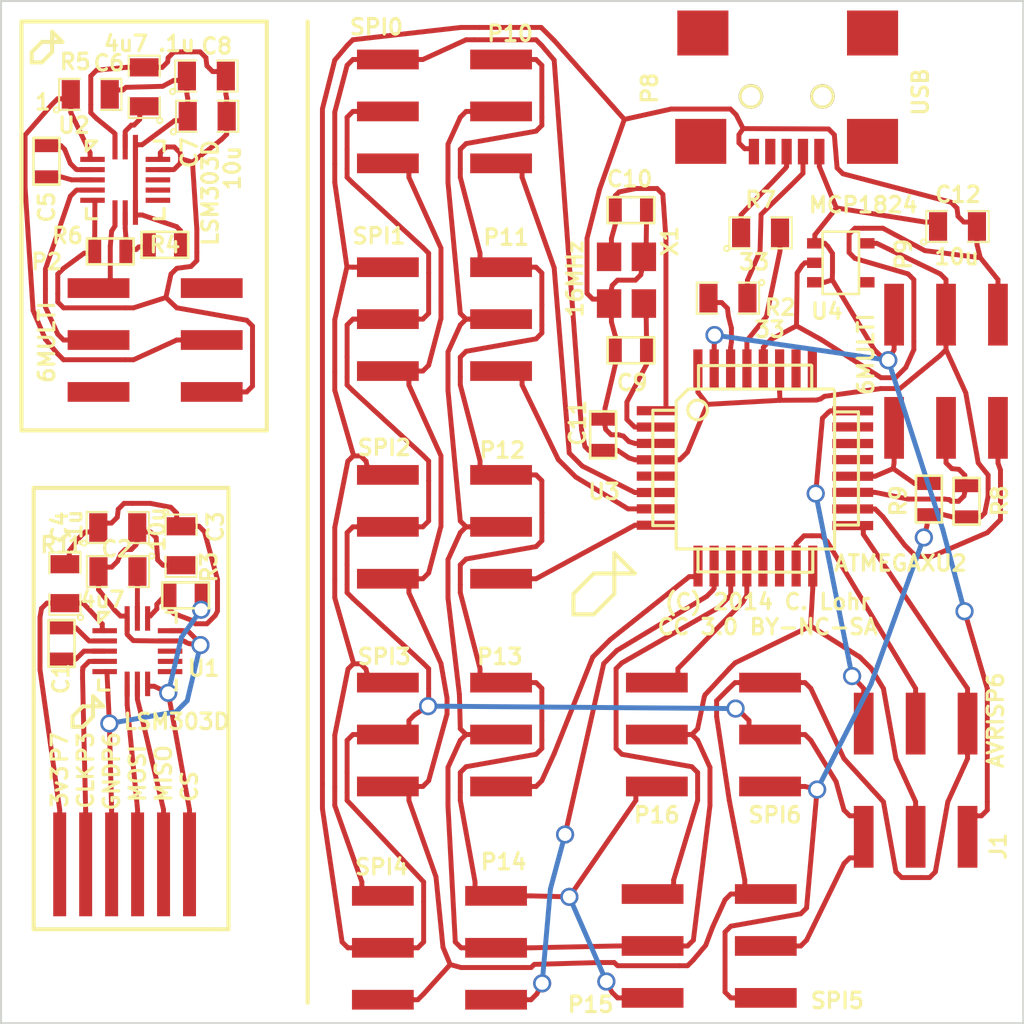
<source format=kicad_pcb>
(kicad_pcb (version 3) (host pcbnew "(2013-mar-13)-testing")

  (general
    (links 125)
    (no_connects 0)
    (area 99.949999 19.949999 150.050001 70.050001)
    (thickness 1.6)
    (drawings 44)
    (tracks 1294)
    (zones 0)
    (modules 43)
    (nets 64)
  )

  (page A4)
  (layers
    (15 F.Cu signal)
    (0 B.Cu signal)
    (16 B.Adhes user)
    (17 F.Adhes user)
    (18 B.Paste user)
    (19 F.Paste user)
    (20 B.SilkS user)
    (21 F.SilkS user)
    (22 B.Mask user)
    (23 F.Mask user)
    (24 Dwgs.User user)
    (25 Cmts.User user)
    (26 Eco1.User user)
    (27 Eco2.User user)
    (28 Edge.Cuts user)
  )

  (setup
    (last_trace_width 0.2413)
    (trace_clearance 0.2413)
    (zone_clearance 0.508)
    (zone_45_only no)
    (trace_min 0.2413)
    (segment_width 0.2)
    (edge_width 0.1)
    (via_size 0.889)
    (via_drill 0.635)
    (via_min_size 0.889)
    (via_min_drill 0.508)
    (uvia_size 0.508)
    (uvia_drill 0.127)
    (uvias_allowed no)
    (uvia_min_size 0.508)
    (uvia_min_drill 0.127)
    (pcb_text_width 0.3)
    (pcb_text_size 1.5 1.5)
    (mod_edge_width 0.1524)
    (mod_text_size 0.762 0.762)
    (mod_text_width 0.1524)
    (pad_size 0.635 5.08)
    (pad_drill 0)
    (pad_to_mask_clearance 0)
    (aux_axis_origin 0 0)
    (visible_elements FFFFFF7F)
    (pcbplotparams
      (layerselection 3178497)
      (usegerberextensions true)
      (excludeedgelayer true)
      (linewidth 0.150000)
      (plotframeref false)
      (viasonmask false)
      (mode 1)
      (useauxorigin false)
      (hpglpennumber 1)
      (hpglpenspeed 20)
      (hpglpendiameter 15)
      (hpglpenoverlay 2)
      (psnegative false)
      (psa4output false)
      (plotreference true)
      (plotvalue true)
      (plotothertext true)
      (plotinvisibletext false)
      (padsonsilk false)
      (subtractmaskfromsilk false)
      (outputformat 1)
      (mirror false)
      (drillshape 1)
      (scaleselection 1)
      (outputdirectory ""))
  )

  (net 0 "")
  (net 1 +3.3V)
  (net 2 +5V)
  (net 3 GND)
  (net 4 N-000001)
  (net 5 N-0000010)
  (net 6 N-0000011)
  (net 7 N-0000012)
  (net 8 N-0000013)
  (net 9 N-0000014)
  (net 10 N-0000015)
  (net 11 N-0000016)
  (net 12 N-0000017)
  (net 13 N-0000018)
  (net 14 N-0000019)
  (net 15 N-000002)
  (net 16 N-0000020)
  (net 17 N-0000021)
  (net 18 N-0000023)
  (net 19 N-0000025)
  (net 20 N-0000027)
  (net 21 N-0000028)
  (net 22 N-0000029)
  (net 23 N-000003)
  (net 24 N-0000030)
  (net 25 N-0000031)
  (net 26 N-0000032)
  (net 27 N-0000033)
  (net 28 N-0000034)
  (net 29 N-0000035)
  (net 30 N-0000036)
  (net 31 N-0000037)
  (net 32 N-0000038)
  (net 33 N-000004)
  (net 34 N-0000040)
  (net 35 N-0000041)
  (net 36 N-0000042)
  (net 37 N-0000043)
  (net 38 N-0000044)
  (net 39 N-0000045)
  (net 40 N-0000046)
  (net 41 N-0000047)
  (net 42 N-0000048)
  (net 43 N-0000049)
  (net 44 N-000005)
  (net 45 N-0000050)
  (net 46 N-0000051)
  (net 47 N-0000052)
  (net 48 N-0000053)
  (net 49 N-0000054)
  (net 50 N-0000055)
  (net 51 N-0000056)
  (net 52 N-0000057)
  (net 53 N-0000058)
  (net 54 N-0000059)
  (net 55 N-000006)
  (net 56 N-0000060)
  (net 57 N-0000061)
  (net 58 N-0000062)
  (net 59 N-0000063)
  (net 60 N-0000064)
  (net 61 N-000007)
  (net 62 N-000008)
  (net 63 N-000009)

  (net_class Default "This is the default net class."
    (clearance 0.2413)
    (trace_width 0.2413)
    (via_dia 0.889)
    (via_drill 0.635)
    (uvia_dia 0.508)
    (uvia_drill 0.127)
    (add_net "")
    (add_net +3.3V)
    (add_net +5V)
    (add_net GND)
    (add_net N-000001)
    (add_net N-0000010)
    (add_net N-0000011)
    (add_net N-0000012)
    (add_net N-0000013)
    (add_net N-0000014)
    (add_net N-0000015)
    (add_net N-0000016)
    (add_net N-0000017)
    (add_net N-0000018)
    (add_net N-0000019)
    (add_net N-000002)
    (add_net N-0000020)
    (add_net N-0000021)
    (add_net N-0000023)
    (add_net N-0000025)
    (add_net N-0000027)
    (add_net N-0000028)
    (add_net N-0000029)
    (add_net N-000003)
    (add_net N-0000030)
    (add_net N-0000031)
    (add_net N-0000032)
    (add_net N-0000033)
    (add_net N-0000034)
    (add_net N-0000035)
    (add_net N-0000036)
    (add_net N-0000037)
    (add_net N-0000038)
    (add_net N-000004)
    (add_net N-0000040)
    (add_net N-0000041)
    (add_net N-0000042)
    (add_net N-0000043)
    (add_net N-0000044)
    (add_net N-0000045)
    (add_net N-0000046)
    (add_net N-0000047)
    (add_net N-0000048)
    (add_net N-0000049)
    (add_net N-000005)
    (add_net N-0000050)
    (add_net N-0000051)
    (add_net N-0000052)
    (add_net N-0000053)
    (add_net N-0000054)
    (add_net N-0000055)
    (add_net N-0000056)
    (add_net N-0000057)
    (add_net N-0000058)
    (add_net N-0000059)
    (add_net N-000006)
    (add_net N-0000060)
    (add_net N-0000061)
    (add_net N-0000062)
    (add_net N-0000063)
    (add_net N-0000064)
    (add_net N-000007)
    (add_net N-000008)
    (add_net N-000009)
  )

  (module SM0603 (layer F.Cu) (tedit 52F9459F) (tstamp 52F91981)
    (at 102.961 51.4245 270)
    (path /52F86E2D)
    (attr smd)
    (fp_text reference C1 (at 1.725 0.0275 270) (layer F.SilkS)
      (effects (font (size 0.762 0.762) (thickness 0.1524)))
    )
    (fp_text value .22u (at 0 0 270) (layer F.SilkS) hide
      (effects (font (size 0.762 0.762) (thickness 0.1524)))
    )
    (fp_line (start -1.143 -0.635) (end 1.143 -0.635) (layer F.SilkS) (width 0.127))
    (fp_line (start 1.143 -0.635) (end 1.143 0.635) (layer F.SilkS) (width 0.127))
    (fp_line (start 1.143 0.635) (end -1.143 0.635) (layer F.SilkS) (width 0.127))
    (fp_line (start -1.143 0.635) (end -1.143 -0.635) (layer F.SilkS) (width 0.127))
    (pad 1 smd rect (at -0.762 0 270) (size 0.635 1.143)
      (layers F.Cu F.Paste F.Mask)
      (net 39 N-0000045)
    )
    (pad 2 smd rect (at 0.762 0 270) (size 0.635 1.143)
      (layers F.Cu F.Paste F.Mask)
      (net 34 N-0000040)
    )
    (model smd\resistors\R0603.wrl
      (at (xyz 0 0 0.001))
      (scale (xyz 0.5 0.5 0.5))
      (rotate (xyz 0 0 0))
    )
  )

  (module SM0805 (layer F.Cu) (tedit 52F94590) (tstamp 52F9198E)
    (at 105.72 47.9066 180)
    (path /52F86C40)
    (attr smd)
    (fp_text reference C2 (at 0.056 1.1071 180) (layer F.SilkS)
      (effects (font (size 0.762 0.762) (thickness 0.1524)))
    )
    (fp_text value 4u7 (at 0.7545 -1.3694 180) (layer F.SilkS)
      (effects (font (size 0.762 0.762) (thickness 0.1524)))
    )
    (fp_circle (center -1.651 0.762) (end -1.651 0.635) (layer F.SilkS) (width 0.09906))
    (fp_line (start -0.508 0.762) (end -1.524 0.762) (layer F.SilkS) (width 0.09906))
    (fp_line (start -1.524 0.762) (end -1.524 -0.762) (layer F.SilkS) (width 0.09906))
    (fp_line (start -1.524 -0.762) (end -0.508 -0.762) (layer F.SilkS) (width 0.09906))
    (fp_line (start 0.508 -0.762) (end 1.524 -0.762) (layer F.SilkS) (width 0.09906))
    (fp_line (start 1.524 -0.762) (end 1.524 0.762) (layer F.SilkS) (width 0.09906))
    (fp_line (start 1.524 0.762) (end 0.508 0.762) (layer F.SilkS) (width 0.09906))
    (pad 1 smd rect (at -0.9525 0 180) (size 0.889 1.397)
      (layers F.Cu F.Paste F.Mask)
      (net 46 N-0000051)
    )
    (pad 2 smd rect (at 0.9525 0 180) (size 0.889 1.397)
      (layers F.Cu F.Paste F.Mask)
      (net 47 N-0000052)
    )
    (model smd/chip_cms.wrl
      (at (xyz 0 0 0))
      (scale (xyz 0.1 0.1 0.1))
      (rotate (xyz 0 0 0))
    )
  )

  (module SM0805 (layer F.Cu) (tedit 52F947A8) (tstamp 52F94E1D)
    (at 108.806 46.6448 270)
    (path /52F86EA5)
    (attr smd)
    (fp_text reference C3 (at -0.9248 -1.684 270) (layer F.SilkS)
      (effects (font (size 0.762 0.762) (thickness 0.1524)))
    )
    (fp_text value 10u (at -0.7978 1.1735 270) (layer F.SilkS)
      (effects (font (size 0.762 0.762) (thickness 0.1524)))
    )
    (fp_circle (center -1.651 0.762) (end -1.651 0.635) (layer F.SilkS) (width 0.09906))
    (fp_line (start -0.508 0.762) (end -1.524 0.762) (layer F.SilkS) (width 0.09906))
    (fp_line (start -1.524 0.762) (end -1.524 -0.762) (layer F.SilkS) (width 0.09906))
    (fp_line (start -1.524 -0.762) (end -0.508 -0.762) (layer F.SilkS) (width 0.09906))
    (fp_line (start 0.508 -0.762) (end 1.524 -0.762) (layer F.SilkS) (width 0.09906))
    (fp_line (start 1.524 -0.762) (end 1.524 0.762) (layer F.SilkS) (width 0.09906))
    (fp_line (start 1.524 0.762) (end 0.508 0.762) (layer F.SilkS) (width 0.09906))
    (pad 1 smd rect (at -0.9525 0 270) (size 0.889 1.397)
      (layers F.Cu F.Paste F.Mask)
      (net 59 N-0000063)
    )
    (pad 2 smd rect (at 0.9525 0 270) (size 0.889 1.397)
      (layers F.Cu F.Paste F.Mask)
      (net 47 N-0000052)
    )
    (model smd/chip_cms.wrl
      (at (xyz 0 0 0))
      (scale (xyz 0.1 0.1 0.1))
      (rotate (xyz 0 0 0))
    )
  )

  (module SM0805 (layer F.Cu) (tedit 52F94589) (tstamp 52F919A8)
    (at 105.71 45.7539)
    (path /52F86EB4)
    (attr smd)
    (fp_text reference C4 (at -2.84 -0.0339 90) (layer F.SilkS)
      (effects (font (size 0.762 0.762) (thickness 0.1524)))
    )
    (fp_text value .1u (at -2.1415 0.0296 90) (layer F.SilkS)
      (effects (font (size 0.762 0.762) (thickness 0.1524)))
    )
    (fp_circle (center -1.651 0.762) (end -1.651 0.635) (layer F.SilkS) (width 0.09906))
    (fp_line (start -0.508 0.762) (end -1.524 0.762) (layer F.SilkS) (width 0.09906))
    (fp_line (start -1.524 0.762) (end -1.524 -0.762) (layer F.SilkS) (width 0.09906))
    (fp_line (start -1.524 -0.762) (end -0.508 -0.762) (layer F.SilkS) (width 0.09906))
    (fp_line (start 0.508 -0.762) (end 1.524 -0.762) (layer F.SilkS) (width 0.09906))
    (fp_line (start 1.524 -0.762) (end 1.524 0.762) (layer F.SilkS) (width 0.09906))
    (fp_line (start 1.524 0.762) (end 0.508 0.762) (layer F.SilkS) (width 0.09906))
    (pad 1 smd rect (at -0.9525 0) (size 0.889 1.397)
      (layers F.Cu F.Paste F.Mask)
      (net 59 N-0000063)
    )
    (pad 2 smd rect (at 0.9525 0) (size 0.889 1.397)
      (layers F.Cu F.Paste F.Mask)
      (net 47 N-0000052)
    )
    (model smd/chip_cms.wrl
      (at (xyz 0 0 0))
      (scale (xyz 0.1 0.1 0.1))
      (rotate (xyz 0 0 0))
    )
  )

  (module SM0603 (layer F.Cu) (tedit 52F945C5) (tstamp 52F919B2)
    (at 102.2249 27.8372 270)
    (path /52F913AE)
    (attr smd)
    (fp_text reference C5 (at 2.2458 -0.0101 270) (layer F.SilkS)
      (effects (font (size 0.762 0.762) (thickness 0.1524)))
    )
    (fp_text value .22u (at 0 0 270) (layer F.SilkS) hide
      (effects (font (size 0.762 0.762) (thickness 0.1524)))
    )
    (fp_line (start -1.143 -0.635) (end 1.143 -0.635) (layer F.SilkS) (width 0.127))
    (fp_line (start 1.143 -0.635) (end 1.143 0.635) (layer F.SilkS) (width 0.127))
    (fp_line (start 1.143 0.635) (end -1.143 0.635) (layer F.SilkS) (width 0.127))
    (fp_line (start -1.143 0.635) (end -1.143 -0.635) (layer F.SilkS) (width 0.127))
    (pad 1 smd rect (at -0.762 0 270) (size 0.635 1.143)
      (layers F.Cu F.Paste F.Mask)
      (net 35 N-0000041)
    )
    (pad 2 smd rect (at 0.762 0 270) (size 0.635 1.143)
      (layers F.Cu F.Paste F.Mask)
      (net 50 N-0000055)
    )
    (model smd\resistors\R0603.wrl
      (at (xyz 0 0 0.001))
      (scale (xyz 0.5 0.5 0.5))
      (rotate (xyz 0 0 0))
    )
  )

  (module SM0805 (layer F.Cu) (tedit 52F94764) (tstamp 52F919BF)
    (at 107.0049 24.1972 90)
    (path /52F91373)
    (attr smd)
    (fp_text reference C6 (at 1.1627 -1.7219 180) (layer F.SilkS)
      (effects (font (size 0.762 0.762) (thickness 0.1524)))
    )
    (fp_text value 4u7 (at 2.1152 -0.8964 180) (layer F.SilkS)
      (effects (font (size 0.762 0.762) (thickness 0.1524)))
    )
    (fp_circle (center -1.651 0.762) (end -1.651 0.635) (layer F.SilkS) (width 0.09906))
    (fp_line (start -0.508 0.762) (end -1.524 0.762) (layer F.SilkS) (width 0.09906))
    (fp_line (start -1.524 0.762) (end -1.524 -0.762) (layer F.SilkS) (width 0.09906))
    (fp_line (start -1.524 -0.762) (end -0.508 -0.762) (layer F.SilkS) (width 0.09906))
    (fp_line (start 0.508 -0.762) (end 1.524 -0.762) (layer F.SilkS) (width 0.09906))
    (fp_line (start 1.524 -0.762) (end 1.524 0.762) (layer F.SilkS) (width 0.09906))
    (fp_line (start 1.524 0.762) (end 0.508 0.762) (layer F.SilkS) (width 0.09906))
    (pad 1 smd rect (at -0.9525 0 90) (size 0.889 1.397)
      (layers F.Cu F.Paste F.Mask)
      (net 52 N-0000057)
    )
    (pad 2 smd rect (at 0.9525 0 90) (size 0.889 1.397)
      (layers F.Cu F.Paste F.Mask)
      (net 53 N-0000058)
    )
    (model smd/chip_cms.wrl
      (at (xyz 0 0 0))
      (scale (xyz 0.1 0.1 0.1))
      (rotate (xyz 0 0 0))
    )
  )

  (module SM0805 (layer F.Cu) (tedit 52F94769) (tstamp 52F94E55)
    (at 110.0849 25.6372)
    (path /52F913BA)
    (attr smd)
    (fp_text reference C7 (at -0.8649 1.7788 90) (layer F.SilkS)
      (effects (font (size 0.762 0.762) (thickness 0.1524)))
    )
    (fp_text value 10u (at 1.2306 2.5408 90) (layer F.SilkS)
      (effects (font (size 0.762 0.762) (thickness 0.1524)))
    )
    (fp_circle (center -1.651 0.762) (end -1.651 0.635) (layer F.SilkS) (width 0.09906))
    (fp_line (start -0.508 0.762) (end -1.524 0.762) (layer F.SilkS) (width 0.09906))
    (fp_line (start -1.524 0.762) (end -1.524 -0.762) (layer F.SilkS) (width 0.09906))
    (fp_line (start -1.524 -0.762) (end -0.508 -0.762) (layer F.SilkS) (width 0.09906))
    (fp_line (start 0.508 -0.762) (end 1.524 -0.762) (layer F.SilkS) (width 0.09906))
    (fp_line (start 1.524 -0.762) (end 1.524 0.762) (layer F.SilkS) (width 0.09906))
    (fp_line (start 1.524 0.762) (end 0.508 0.762) (layer F.SilkS) (width 0.09906))
    (pad 1 smd rect (at -0.9525 0) (size 0.889 1.397)
      (layers F.Cu F.Paste F.Mask)
      (net 60 N-0000064)
    )
    (pad 2 smd rect (at 0.9525 0) (size 0.889 1.397)
      (layers F.Cu F.Paste F.Mask)
      (net 53 N-0000058)
    )
    (model smd/chip_cms.wrl
      (at (xyz 0 0 0))
      (scale (xyz 0.1 0.1 0.1))
      (rotate (xyz 0 0 0))
    )
  )

  (module SM0805 (layer F.Cu) (tedit 52F94767) (tstamp 52F94E47)
    (at 110.0449 23.6672)
    (path /52F913C0)
    (attr smd)
    (fp_text reference C8 (at 0.5086 -1.4582) (layer F.SilkS)
      (effects (font (size 0.762 0.762) (thickness 0.1524)))
    )
    (fp_text value .1u (at -1.4599 -1.5852) (layer F.SilkS)
      (effects (font (size 0.762 0.762) (thickness 0.1524)))
    )
    (fp_circle (center -1.651 0.762) (end -1.651 0.635) (layer F.SilkS) (width 0.09906))
    (fp_line (start -0.508 0.762) (end -1.524 0.762) (layer F.SilkS) (width 0.09906))
    (fp_line (start -1.524 0.762) (end -1.524 -0.762) (layer F.SilkS) (width 0.09906))
    (fp_line (start -1.524 -0.762) (end -0.508 -0.762) (layer F.SilkS) (width 0.09906))
    (fp_line (start 0.508 -0.762) (end 1.524 -0.762) (layer F.SilkS) (width 0.09906))
    (fp_line (start 1.524 -0.762) (end 1.524 0.762) (layer F.SilkS) (width 0.09906))
    (fp_line (start 1.524 0.762) (end 0.508 0.762) (layer F.SilkS) (width 0.09906))
    (pad 1 smd rect (at -0.9525 0) (size 0.889 1.397)
      (layers F.Cu F.Paste F.Mask)
      (net 60 N-0000064)
    )
    (pad 2 smd rect (at 0.9525 0) (size 0.889 1.397)
      (layers F.Cu F.Paste F.Mask)
      (net 53 N-0000058)
    )
    (model smd/chip_cms.wrl
      (at (xyz 0 0 0))
      (scale (xyz 0.1 0.1 0.1))
      (rotate (xyz 0 0 0))
    )
  )

  (module RIBBON6SMT (layer F.Cu) (tedit 52F945BE) (tstamp 52F919ED)
    (at 110.3069 34.0416 270)
    (path /52F9134F)
    (fp_text reference P2 (at -1.2916 8.0719 360) (layer F.SilkS)
      (effects (font (size 0.762 0.762) (thickness 0.1524)))
    )
    (fp_text value 6MULTI (at 2.6454 8.0719 450) (layer F.SilkS)
      (effects (font (size 0.762 0.762) (thickness 0.1524)))
    )
    (pad 2 smd rect (at 0 0 270) (size 0.9652 3.0226)
      (layers F.Cu F.Paste F.Mask)
      (net 56 N-0000060)
    )
    (pad 4 smd rect (at 2.54 0 270) (size 0.9652 3.0226)
      (layers F.Cu F.Paste F.Mask)
      (net 58 N-0000062)
    )
    (pad 6 smd rect (at 5.08 0 270) (size 0.9652 3.0226)
      (layers F.Cu F.Paste F.Mask)
      (net 53 N-0000058)
    )
    (pad 1 smd rect (at 0 5.5372 270) (size 0.9652 3.0226)
      (layers F.Cu F.Paste F.Mask)
      (net 54 N-0000059)
    )
    (pad 3 smd rect (at 2.54 5.5372 270) (size 0.9652 3.0226)
      (layers F.Cu F.Paste F.Mask)
      (net 36 N-0000042)
    )
    (pad 5 smd rect (at 5.08 5.5372 270) (size 0.9652 3.0226)
      (layers F.Cu F.Paste F.Mask)
      (net 57 N-0000061)
    )
  )

  (module SM0805 (layer F.Cu) (tedit 52F9459B) (tstamp 52F919FA)
    (at 103.124 48.5005 90)
    (path /52F86C10)
    (attr smd)
    (fp_text reference R1 (at 1.8915 -0.4445 180) (layer F.SilkS)
      (effects (font (size 0.762 0.762) (thickness 0.1524)))
    )
    (fp_text value 1 (at 1.8915 0.508 180) (layer F.SilkS)
      (effects (font (size 0.762 0.762) (thickness 0.1524)))
    )
    (fp_circle (center -1.651 0.762) (end -1.651 0.635) (layer F.SilkS) (width 0.09906))
    (fp_line (start -0.508 0.762) (end -1.524 0.762) (layer F.SilkS) (width 0.09906))
    (fp_line (start -1.524 0.762) (end -1.524 -0.762) (layer F.SilkS) (width 0.09906))
    (fp_line (start -1.524 -0.762) (end -0.508 -0.762) (layer F.SilkS) (width 0.09906))
    (fp_line (start 0.508 -0.762) (end 1.524 -0.762) (layer F.SilkS) (width 0.09906))
    (fp_line (start 1.524 -0.762) (end 1.524 0.762) (layer F.SilkS) (width 0.09906))
    (fp_line (start 1.524 0.762) (end 0.508 0.762) (layer F.SilkS) (width 0.09906))
    (pad 1 smd rect (at -0.9525 0 90) (size 0.889 1.397)
      (layers F.Cu F.Paste F.Mask)
      (net 48 N-0000053)
    )
    (pad 2 smd rect (at 0.9525 0 90) (size 0.889 1.397)
      (layers F.Cu F.Paste F.Mask)
      (net 59 N-0000063)
    )
    (model smd/chip_cms.wrl
      (at (xyz 0 0 0))
      (scale (xyz 0.1 0.1 0.1))
      (rotate (xyz 0 0 0))
    )
  )

  (module SM0603 (layer F.Cu) (tedit 52F9457E) (tstamp 52F91A0E)
    (at 109.026 49.0697 180)
    (path /52F8706F)
    (attr smd)
    (fp_text reference R3 (at -1.1465 1.3812 270) (layer F.SilkS)
      (effects (font (size 0.762 0.762) (thickness 0.1524)))
    )
    (fp_text value 1k (at 0 0 180) (layer F.SilkS) hide
      (effects (font (size 0.762 0.762) (thickness 0.1524)))
    )
    (fp_line (start -1.143 -0.635) (end 1.143 -0.635) (layer F.SilkS) (width 0.127))
    (fp_line (start 1.143 -0.635) (end 1.143 0.635) (layer F.SilkS) (width 0.127))
    (fp_line (start 1.143 0.635) (end -1.143 0.635) (layer F.SilkS) (width 0.127))
    (fp_line (start -1.143 0.635) (end -1.143 -0.635) (layer F.SilkS) (width 0.127))
    (pad 1 smd rect (at -0.762 0 180) (size 0.635 1.143)
      (layers F.Cu F.Paste F.Mask)
      (net 41 N-0000047)
    )
    (pad 2 smd rect (at 0.762 0 180) (size 0.635 1.143)
      (layers F.Cu F.Paste F.Mask)
      (net 59 N-0000063)
    )
    (model smd\resistors\R0603.wrl
      (at (xyz 0 0 0.001))
      (scale (xyz 0.5 0.5 0.5))
      (rotate (xyz 0 0 0))
    )
  )

  (module SM0603 (layer F.Cu) (tedit 4E43A3D1) (tstamp 52F91A18)
    (at 108.0149 31.9272 180)
    (path /52F91581)
    (attr smd)
    (fp_text reference R4 (at 0 0 180) (layer F.SilkS)
      (effects (font (size 0.762 0.762) (thickness 0.1524)))
    )
    (fp_text value NC (at 0 0 180) (layer F.SilkS) hide
      (effects (font (size 0.762 0.762) (thickness 0.1524)))
    )
    (fp_line (start -1.143 -0.635) (end 1.143 -0.635) (layer F.SilkS) (width 0.127))
    (fp_line (start 1.143 -0.635) (end 1.143 0.635) (layer F.SilkS) (width 0.127))
    (fp_line (start 1.143 0.635) (end -1.143 0.635) (layer F.SilkS) (width 0.127))
    (fp_line (start -1.143 0.635) (end -1.143 -0.635) (layer F.SilkS) (width 0.127))
    (pad 1 smd rect (at -0.762 0 180) (size 0.635 1.143)
      (layers F.Cu F.Paste F.Mask)
      (net 60 N-0000064)
    )
    (pad 2 smd rect (at 0.762 0 180) (size 0.635 1.143)
      (layers F.Cu F.Paste F.Mask)
      (net 49 N-0000054)
    )
    (model smd\resistors\R0603.wrl
      (at (xyz 0 0 0.001))
      (scale (xyz 0.5 0.5 0.5))
      (rotate (xyz 0 0 0))
    )
  )

  (module SM0805 (layer F.Cu) (tedit 52F9472F) (tstamp 52F91A25)
    (at 104.3649 24.5672)
    (path /52F9136D)
    (attr smd)
    (fp_text reference R5 (at -0.7329 -1.5962) (layer F.SilkS)
      (effects (font (size 0.762 0.762) (thickness 0.1524)))
    )
    (fp_text value 1 (at -2.3204 0.3723) (layer F.SilkS)
      (effects (font (size 0.762 0.762) (thickness 0.1524)))
    )
    (fp_circle (center -1.651 0.762) (end -1.651 0.635) (layer F.SilkS) (width 0.09906))
    (fp_line (start -0.508 0.762) (end -1.524 0.762) (layer F.SilkS) (width 0.09906))
    (fp_line (start -1.524 0.762) (end -1.524 -0.762) (layer F.SilkS) (width 0.09906))
    (fp_line (start -1.524 -0.762) (end -0.508 -0.762) (layer F.SilkS) (width 0.09906))
    (fp_line (start 0.508 -0.762) (end 1.524 -0.762) (layer F.SilkS) (width 0.09906))
    (fp_line (start 1.524 -0.762) (end 1.524 0.762) (layer F.SilkS) (width 0.09906))
    (fp_line (start 1.524 0.762) (end 0.508 0.762) (layer F.SilkS) (width 0.09906))
    (pad 1 smd rect (at -0.9525 0) (size 0.889 1.397)
      (layers F.Cu F.Paste F.Mask)
      (net 58 N-0000062)
    )
    (pad 2 smd rect (at 0.9525 0) (size 0.889 1.397)
      (layers F.Cu F.Paste F.Mask)
      (net 60 N-0000064)
    )
    (model smd/chip_cms.wrl
      (at (xyz 0 0 0))
      (scale (xyz 0.1 0.1 0.1))
      (rotate (xyz 0 0 0))
    )
  )

  (module SM0603 (layer F.Cu) (tedit 52F945C1) (tstamp 52F91A2F)
    (at 105.3449 32.2472 180)
    (path /52F91590)
    (attr smd)
    (fp_text reference R6 (at 2.0939 0.7672 180) (layer F.SilkS)
      (effects (font (size 0.762 0.762) (thickness 0.1524)))
    )
    (fp_text value 0 (at 0 0 180) (layer F.SilkS) hide
      (effects (font (size 0.762 0.762) (thickness 0.1524)))
    )
    (fp_line (start -1.143 -0.635) (end 1.143 -0.635) (layer F.SilkS) (width 0.127))
    (fp_line (start 1.143 -0.635) (end 1.143 0.635) (layer F.SilkS) (width 0.127))
    (fp_line (start 1.143 0.635) (end -1.143 0.635) (layer F.SilkS) (width 0.127))
    (fp_line (start -1.143 0.635) (end -1.143 -0.635) (layer F.SilkS) (width 0.127))
    (pad 1 smd rect (at -0.762 0 180) (size 0.635 1.143)
      (layers F.Cu F.Paste F.Mask)
      (net 49 N-0000054)
    )
    (pad 2 smd rect (at 0.762 0 180) (size 0.635 1.143)
      (layers F.Cu F.Paste F.Mask)
      (net 53 N-0000058)
    )
    (model smd\resistors\R0603.wrl
      (at (xyz 0 0 0.001))
      (scale (xyz 0.5 0.5 0.5))
      (rotate (xyz 0 0 0))
    )
  )

  (module LSM303D2 (layer F.Cu) (tedit 52F947D9) (tstamp 52F91A4C)
    (at 106.67 51.8021)
    (path /52F86B61)
    (fp_text reference U1 (at 3.2485 0.8394) (layer F.SilkS)
      (effects (font (size 0.762 0.762) (thickness 0.1524)))
    )
    (fp_text value LSM303D (at 1.915 3.4429) (layer F.SilkS)
      (effects (font (size 0.762 0.762) (thickness 0.1524)))
    )
    (fp_line (start -1.9 -1.4) (end -1.4 -1.9) (layer F.SilkS) (width 0.15))
    (fp_line (start 1.4 1.9) (end 1.9 1.9) (layer F.SilkS) (width 0.15))
    (fp_line (start 1.9 1.9) (end 1.9 1.4) (layer F.SilkS) (width 0.15))
    (fp_line (start -1.9 1.4) (end -1.9 1.9) (layer F.SilkS) (width 0.15))
    (fp_line (start -1.9 1.9) (end -1.4 1.9) (layer F.SilkS) (width 0.15))
    (fp_line (start -1.4 -1.9) (end -1.9 -1.9) (layer F.SilkS) (width 0.15))
    (fp_line (start -1.9 -1.9) (end -1.9 -1.4) (layer F.SilkS) (width 0.15))
    (fp_line (start 1.4 -1.9) (end 1.9 -1.9) (layer F.SilkS) (width 0.15))
    (fp_line (start 1.9 -1.9) (end 1.9 -1.4) (layer F.SilkS) (width 0.15))
    (pad 1 smd rect (at -1.6 -1 90) (size 0.25 1.2)
      (layers F.Cu F.Paste F.Mask)
      (net 48 N-0000053)
    )
    (pad 2 smd rect (at -1.6 -0.5 90) (size 0.25 1.2)
      (layers F.Cu F.Paste F.Mask)
      (net 39 N-0000045)
    )
    (pad 3 smd rect (at -1.6 0 90) (size 0.25 1.2)
      (layers F.Cu F.Paste F.Mask)
      (net 34 N-0000040)
    )
    (pad 4 smd rect (at -1.6 0.5 90) (size 0.25 1.2)
      (layers F.Cu F.Paste F.Mask)
      (net 55 N-000006)
    )
    (pad 5 smd rect (at -1.6 1 90) (size 0.25 1.2)
      (layers F.Cu F.Paste F.Mask)
      (net 47 N-0000052)
    )
    (pad 6 smd rect (at -0.5 1.6) (size 0.25 1.2)
      (layers F.Cu F.Paste F.Mask)
      (net 61 N-000007)
    )
    (pad 7 smd rect (at 0 1.6) (size 0.25 1.2)
      (layers F.Cu F.Paste F.Mask)
      (net 40 N-0000046)
    )
    (pad 8 smd rect (at 0.5 1.6) (size 0.25 1.2)
      (layers F.Cu F.Paste F.Mask)
      (net 41 N-0000047)
    )
    (pad 9 smd rect (at 1.6 1 90) (size 0.25 1.2)
      (layers F.Cu F.Paste F.Mask)
      (net 42 N-0000048)
    )
    (pad 10 smd rect (at 1.6 0.5 90) (size 0.25 1.2)
      (layers F.Cu F.Paste F.Mask)
      (net 38 N-0000044)
    )
    (pad 11 smd rect (at 1.6 0 90) (size 0.25 1.2)
      (layers F.Cu F.Paste F.Mask)
      (net 45 N-0000050)
    )
    (pad 12 smd rect (at 1.6 -0.5 90) (size 0.25 1.2)
      (layers F.Cu F.Paste F.Mask)
      (net 47 N-0000052)
    )
    (pad 13 smd rect (at 1.6 -1 90) (size 0.25 1.2)
      (layers F.Cu F.Paste F.Mask)
      (net 47 N-0000052)
    )
    (pad 14 smd rect (at 0.5 -1.6) (size 0.25 1.2)
      (layers F.Cu F.Paste F.Mask)
      (net 59 N-0000063)
    )
    (pad 15 smd rect (at 0 -1.6) (size 0.25 1.2)
      (layers F.Cu F.Paste F.Mask)
      (net 46 N-0000051)
    )
    (pad 16 smd rect (at -0.5 -1.6) (size 0.25 1.2)
      (layers F.Cu F.Paste F.Mask)
      (net 47 N-0000052)
    )
  )

  (module LSM303D2 (layer F.Cu) (tedit 52F94721) (tstamp 52F91A69)
    (at 106.0749 28.7472)
    (path /52F91349)
    (fp_text reference U2 (at -2.5064 -2.6647) (layer F.SilkS)
      (effects (font (size 0.762 0.762) (thickness 0.1524)))
    )
    (fp_text value LSM303D (at 4.1611 0.6373 90) (layer F.SilkS)
      (effects (font (size 0.762 0.762) (thickness 0.1524)))
    )
    (fp_line (start -1.9 -1.4) (end -1.4 -1.9) (layer F.SilkS) (width 0.15))
    (fp_line (start 1.4 1.9) (end 1.9 1.9) (layer F.SilkS) (width 0.15))
    (fp_line (start 1.9 1.9) (end 1.9 1.4) (layer F.SilkS) (width 0.15))
    (fp_line (start -1.9 1.4) (end -1.9 1.9) (layer F.SilkS) (width 0.15))
    (fp_line (start -1.9 1.9) (end -1.4 1.9) (layer F.SilkS) (width 0.15))
    (fp_line (start -1.4 -1.9) (end -1.9 -1.9) (layer F.SilkS) (width 0.15))
    (fp_line (start -1.9 -1.9) (end -1.9 -1.4) (layer F.SilkS) (width 0.15))
    (fp_line (start 1.4 -1.9) (end 1.9 -1.9) (layer F.SilkS) (width 0.15))
    (fp_line (start 1.9 -1.9) (end 1.9 -1.4) (layer F.SilkS) (width 0.15))
    (pad 1 smd rect (at -1.6 -1 90) (size 0.25 1.2)
      (layers F.Cu F.Paste F.Mask)
      (net 58 N-0000062)
    )
    (pad 2 smd rect (at -1.6 -0.5 90) (size 0.25 1.2)
      (layers F.Cu F.Paste F.Mask)
      (net 35 N-0000041)
    )
    (pad 3 smd rect (at -1.6 0 90) (size 0.25 1.2)
      (layers F.Cu F.Paste F.Mask)
      (net 50 N-0000055)
    )
    (pad 4 smd rect (at -1.6 0.5 90) (size 0.25 1.2)
      (layers F.Cu F.Paste F.Mask)
      (net 36 N-0000042)
    )
    (pad 5 smd rect (at -1.6 1 90) (size 0.25 1.2)
      (layers F.Cu F.Paste F.Mask)
      (net 53 N-0000058)
    )
    (pad 6 smd rect (at -0.5 1.6) (size 0.25 1.2)
      (layers F.Cu F.Paste F.Mask)
      (net 54 N-0000059)
    )
    (pad 7 smd rect (at 0 1.6) (size 0.25 1.2)
      (layers F.Cu F.Paste F.Mask)
      (net 49 N-0000054)
    )
    (pad 8 smd rect (at 0.5 1.6) (size 0.25 1.2)
      (layers F.Cu F.Paste F.Mask)
      (net 60 N-0000064)
    )
    (pad 9 smd rect (at 1.6 1 90) (size 0.25 1.2)
      (layers F.Cu F.Paste F.Mask)
      (net 37 N-0000043)
    )
    (pad 10 smd rect (at 1.6 0.5 90) (size 0.25 1.2)
      (layers F.Cu F.Paste F.Mask)
      (net 43 N-0000049)
    )
    (pad 11 smd rect (at 1.6 0 90) (size 0.25 1.2)
      (layers F.Cu F.Paste F.Mask)
      (net 51 N-0000056)
    )
    (pad 12 smd rect (at 1.6 -0.5 90) (size 0.25 1.2)
      (layers F.Cu F.Paste F.Mask)
      (net 53 N-0000058)
    )
    (pad 13 smd rect (at 1.6 -1 90) (size 0.25 1.2)
      (layers F.Cu F.Paste F.Mask)
      (net 53 N-0000058)
    )
    (pad 14 smd rect (at 0.5 -1.6) (size 0.25 1.2)
      (layers F.Cu F.Paste F.Mask)
      (net 60 N-0000064)
    )
    (pad 15 smd rect (at 0 -1.6) (size 0.25 1.2)
      (layers F.Cu F.Paste F.Mask)
      (net 52 N-0000057)
    )
    (pad 16 smd rect (at -0.5 -1.6) (size 0.25 1.2)
      (layers F.Cu F.Paste F.Mask)
      (net 53 N-0000058)
    )
  )

  (module LONGPIN (layer F.Cu) (tedit 52F947D7) (tstamp 52F9C355)
    (at 109.22 62.23 90)
    (path /52F920B8)
    (fp_text reference P1 (at 6.985 0 90) (layer F.SilkS) hide
      (effects (font (size 0.762 0.762) (thickness 0.1524)))
    )
    (fp_text value CS (at 3.81 0 90) (layer F.SilkS)
      (effects (font (size 0.762 0.762) (thickness 0.1524)))
    )
    (pad 1 smd rect (at 0 0 180) (size 0.635 5.08)
      (layers F.Cu F.Paste F.Mask)
      (net 41 N-0000047)
    )
  )

  (module LONGPIN (layer F.Cu) (tedit 52F9308C) (tstamp 52F9C1AB)
    (at 104.14 62.23 90)
    (path /52F920D1)
    (fp_text reference P3 (at 5.715 0 90) (layer F.SilkS)
      (effects (font (size 0.762 0.762) (thickness 0.1524)))
    )
    (fp_text value CLK (at 3.81 0 90) (layer F.SilkS)
      (effects (font (size 0.762 0.762) (thickness 0.1524)))
    )
    (pad 1 smd rect (at 0 0 180) (size 0.635 5.08)
      (layers F.Cu F.Paste F.Mask)
      (net 55 N-000006)
    )
  )

  (module LONGPIN (layer F.Cu) (tedit 52F947D5) (tstamp 52F9C34F)
    (at 107.95 62.23 90)
    (path /52F920D7)
    (fp_text reference P4 (at 6.985 0 90) (layer F.SilkS) hide
      (effects (font (size 0.762 0.762) (thickness 0.1524)))
    )
    (fp_text value MISO (at 4.445 0 90) (layer F.SilkS)
      (effects (font (size 0.762 0.762) (thickness 0.1524)))
    )
    (pad 1 smd rect (at 0 0 180) (size 0.635 5.08)
      (layers F.Cu F.Paste F.Mask)
      (net 40 N-0000046)
    )
  )

  (module LONGPIN (layer F.Cu) (tedit 52F947D2) (tstamp 52F9C1B5)
    (at 106.68 62.23 90)
    (path /52F920DD)
    (fp_text reference P5 (at 5.08 3.81 180) (layer F.SilkS) hide
      (effects (font (size 0.762 0.762) (thickness 0.1524)))
    )
    (fp_text value MOSI (at 4.445 0 90) (layer F.SilkS)
      (effects (font (size 0.762 0.762) (thickness 0.1524)))
    )
    (pad 1 smd rect (at 0 0 180) (size 0.635 5.08)
      (layers F.Cu F.Paste F.Mask)
      (net 61 N-000007)
    )
  )

  (module LONGPIN (layer F.Cu) (tedit 52F93092) (tstamp 52F9C1BA)
    (at 105.41 62.23 90)
    (path /52F9212B)
    (fp_text reference P6 (at 5.715 0 90) (layer F.SilkS)
      (effects (font (size 0.762 0.762) (thickness 0.1524)))
    )
    (fp_text value GND (at 3.81 0 90) (layer F.SilkS)
      (effects (font (size 0.762 0.762) (thickness 0.1524)))
    )
    (pad 1 smd rect (at 0 0 180) (size 0.635 5.08)
      (layers F.Cu F.Paste F.Mask)
      (net 47 N-0000052)
    )
  )

  (module LONGPIN (layer F.Cu) (tedit 52F9307A) (tstamp 52F9C32B)
    (at 102.87 62.23 90)
    (path /52F92131)
    (fp_text reference P7 (at 5.715 0 90) (layer F.SilkS)
      (effects (font (size 0.762 0.762) (thickness 0.1524)))
    )
    (fp_text value 3v3 (at 3.81 0 90) (layer F.SilkS)
      (effects (font (size 0.762 0.762) (thickness 0.1524)))
    )
    (pad 1 smd rect (at 0 0 180) (size 0.635 5.08)
      (layers F.Cu F.Paste F.Mask)
      (net 48 N-0000053)
    )
  )

  (module SM0603 (layer F.Cu) (tedit 52F94673) (tstamp 52F9C782)
    (at 130.81 37.084)
    (path /52F9411C)
    (attr smd)
    (fp_text reference C9 (at 0.0635 1.5875) (layer F.SilkS)
      (effects (font (size 0.762 0.762) (thickness 0.1524)))
    )
    (fp_text value 9p (at 0 0) (layer F.SilkS) hide
      (effects (font (size 0.762 0.762) (thickness 0.1524)))
    )
    (fp_line (start -1.143 -0.635) (end 1.143 -0.635) (layer F.SilkS) (width 0.127))
    (fp_line (start 1.143 -0.635) (end 1.143 0.635) (layer F.SilkS) (width 0.127))
    (fp_line (start 1.143 0.635) (end -1.143 0.635) (layer F.SilkS) (width 0.127))
    (fp_line (start -1.143 0.635) (end -1.143 -0.635) (layer F.SilkS) (width 0.127))
    (pad 1 smd rect (at -0.762 0) (size 0.635 1.143)
      (layers F.Cu F.Paste F.Mask)
      (net 3 GND)
    )
    (pad 2 smd rect (at 0.762 0) (size 0.635 1.143)
      (layers F.Cu F.Paste F.Mask)
      (net 18 N-0000023)
    )
    (model smd\resistors\R0603.wrl
      (at (xyz 0 0 0.001))
      (scale (xyz 0.5 0.5 0.5))
      (rotate (xyz 0 0 0))
    )
  )

  (module SM0603 (layer F.Cu) (tedit 52F94671) (tstamp 52F9C78C)
    (at 130.81 30.226 180)
    (path /52F9410D)
    (attr smd)
    (fp_text reference C10 (at 0.0635 1.524 180) (layer F.SilkS)
      (effects (font (size 0.762 0.762) (thickness 0.1524)))
    )
    (fp_text value 9p (at 0 0 180) (layer F.SilkS) hide
      (effects (font (size 0.762 0.762) (thickness 0.1524)))
    )
    (fp_line (start -1.143 -0.635) (end 1.143 -0.635) (layer F.SilkS) (width 0.127))
    (fp_line (start 1.143 -0.635) (end 1.143 0.635) (layer F.SilkS) (width 0.127))
    (fp_line (start 1.143 0.635) (end -1.143 0.635) (layer F.SilkS) (width 0.127))
    (fp_line (start -1.143 0.635) (end -1.143 -0.635) (layer F.SilkS) (width 0.127))
    (pad 1 smd rect (at -0.762 0 180) (size 0.635 1.143)
      (layers F.Cu F.Paste F.Mask)
      (net 3 GND)
    )
    (pad 2 smd rect (at 0.762 0 180) (size 0.635 1.143)
      (layers F.Cu F.Paste F.Mask)
      (net 12 N-0000017)
    )
    (model smd\resistors\R0603.wrl
      (at (xyz 0 0 0.001))
      (scale (xyz 0.5 0.5 0.5))
      (rotate (xyz 0 0 0))
    )
  )

  (module SM0603 (layer F.Cu) (tedit 52F9469A) (tstamp 52F9C796)
    (at 129.453 41.217 270)
    (path /52F9384D)
    (attr smd)
    (fp_text reference C11 (at -0.577 1.2465 270) (layer F.SilkS)
      (effects (font (size 0.762 0.762) (thickness 0.1524)))
    )
    (fp_text value 1u (at 0 0 270) (layer F.SilkS) hide
      (effects (font (size 0.762 0.762) (thickness 0.1524)))
    )
    (fp_line (start -1.143 -0.635) (end 1.143 -0.635) (layer F.SilkS) (width 0.127))
    (fp_line (start 1.143 -0.635) (end 1.143 0.635) (layer F.SilkS) (width 0.127))
    (fp_line (start 1.143 0.635) (end -1.143 0.635) (layer F.SilkS) (width 0.127))
    (fp_line (start -1.143 0.635) (end -1.143 -0.635) (layer F.SilkS) (width 0.127))
    (pad 1 smd rect (at -0.762 0 270) (size 0.635 1.143)
      (layers F.Cu F.Paste F.Mask)
      (net 3 GND)
    )
    (pad 2 smd rect (at 0.762 0 270) (size 0.635 1.143)
      (layers F.Cu F.Paste F.Mask)
      (net 1 +3.3V)
    )
    (model smd\resistors\R0603.wrl
      (at (xyz 0 0 0.001))
      (scale (xyz 0.5 0.5 0.5))
      (rotate (xyz 0 0 0))
    )
  )

  (module RIBBON6SMT (layer F.Cu) (tedit 52F946EB) (tstamp 52F9C7A0)
    (at 147.278 60.8825 180)
    (path /52F94455)
    (fp_text reference J1 (at -1.5025 -0.4585 270) (layer F.SilkS)
      (effects (font (size 0.762 0.762) (thickness 0.1524)))
    )
    (fp_text value AVRISP6 (at -1.3755 5.701 270) (layer F.SilkS)
      (effects (font (size 0.762 0.762) (thickness 0.1524)))
    )
    (pad 2 smd rect (at 0 0 180) (size 0.9652 3.0226)
      (layers F.Cu F.Paste F.Mask)
      (net 2 +5V)
    )
    (pad 4 smd rect (at 2.54 0 180) (size 0.9652 3.0226)
      (layers F.Cu F.Paste F.Mask)
      (net 22 N-0000029)
    )
    (pad 6 smd rect (at 5.08 0 180) (size 0.9652 3.0226)
      (layers F.Cu F.Paste F.Mask)
      (net 3 GND)
    )
    (pad 1 smd rect (at 0 5.5372 180) (size 0.9652 3.0226)
      (layers F.Cu F.Paste F.Mask)
      (net 21 N-0000028)
    )
    (pad 3 smd rect (at 2.54 5.5372 180) (size 0.9652 3.0226)
      (layers F.Cu F.Paste F.Mask)
      (net 4 N-000001)
    )
    (pad 5 smd rect (at 5.08 5.5372 180) (size 0.9652 3.0226)
      (layers F.Cu F.Paste F.Mask)
      (net 15 N-000002)
    )
  )

  (module USB-MiniBBig (layer F.Cu) (tedit 52F9466E) (tstamp 52F9C7B0)
    (at 138.43 24.765 180)
    (path /52F92CE5)
    (fp_text reference P8 (at 6.70052 0.50038 270) (layer F.SilkS)
      (effects (font (size 0.762 0.762) (thickness 0.1524)))
    )
    (fp_text value USB (at -6.5405 0.3175 270) (layer F.SilkS)
      (effects (font (size 0.762 0.762) (thickness 0.1524)))
    )
    (fp_text user H2959CT-ND (at 0.29972 0.55118 180) (layer F.SilkS) hide
      (effects (font (size 0.762 0.762) (thickness 0.1524)))
    )
    (pad 9 smd rect (at 4.09956 3.2004 180) (size 2.49936 2.19964)
      (layers F.Cu F.Paste F.Mask)
    )
    (pad 8 smd rect (at -4.20116 3.2004 180) (size 2.49936 2.19964)
      (layers F.Cu F.Paste F.Mask)
    )
    (pad 7 smd rect (at 4.2037 -2.10058 180) (size 2.49936 2.19964)
      (layers F.Cu F.Paste F.Mask)
      (net 29 N-0000035)
    )
    (pad 4 smd rect (at 0.80264 -2.60096 180) (size 0.50038 1.24968)
      (layers F.Cu F.Paste F.Mask)
      (net 27 N-0000033)
    )
    (pad 3 smd rect (at 0.00254 -2.60096 180) (size 0.50038 1.24968)
      (layers F.Cu F.Paste F.Mask)
      (net 62 N-000008)
    )
    (pad 5 smd rect (at 1.60274 -2.60096 180) (size 0.50038 1.24968)
      (layers F.Cu F.Paste F.Mask)
      (net 3 GND)
    )
    (pad 2 smd rect (at -0.79756 -2.60096 180) (size 0.50038 1.24968)
      (layers F.Cu F.Paste F.Mask)
      (net 63 N-000009)
    )
    (pad 1 smd rect (at -1.59766 -2.60096 180) (size 0.50038 1.24968)
      (layers F.Cu F.Paste F.Mask)
      (net 2 +5V)
    )
    (pad 6 smd rect (at -4.19862 -2.10058 180) (size 2.49936 2.19964)
      (layers F.Cu F.Paste F.Mask)
      (net 28 N-0000034)
    )
    (pad "" thru_hole circle (at -1.75006 0.09906 180) (size 1.19888 1.19888) (drill 0.89916)
      (layers *.Cu *.Mask F.SilkS)
    )
    (pad "" thru_hole circle (at 1.75006 0.09906 180) (size 1.19888 1.19888) (drill 0.89916)
      (layers *.Cu *.Mask F.SilkS)
    )
  )

  (module RIBBON6SMT (layer F.Cu) (tedit 52F9468B) (tstamp 52F9C7BA)
    (at 143.685 35.3421)
    (path /52F94E07)
    (fp_text reference P9 (at 0.46 -2.9571 90) (layer F.SilkS)
      (effects (font (size 0.762 0.762) (thickness 0.1524)))
    )
    (fp_text value 6MULTI (at -1.3815 1.9324 90) (layer F.SilkS)
      (effects (font (size 0.762 0.762) (thickness 0.1524)))
    )
    (pad 2 smd rect (at 0 0) (size 0.9652 3.0226)
      (layers F.Cu F.Paste F.Mask)
      (net 2 +5V)
    )
    (pad 4 smd rect (at 2.54 0) (size 0.9652 3.0226)
      (layers F.Cu F.Paste F.Mask)
      (net 1 +3.3V)
    )
    (pad 6 smd rect (at 5.08 0) (size 0.9652 3.0226)
      (layers F.Cu F.Paste F.Mask)
      (net 3 GND)
    )
    (pad 1 smd rect (at 0 5.5372) (size 0.9652 3.0226)
      (layers F.Cu F.Paste F.Mask)
      (net 23 N-000003)
    )
    (pad 3 smd rect (at 2.54 5.5372) (size 0.9652 3.0226)
      (layers F.Cu F.Paste F.Mask)
      (net 44 N-000005)
    )
    (pad 5 smd rect (at 5.08 5.5372) (size 0.9652 3.0226)
      (layers F.Cu F.Paste F.Mask)
      (net 33 N-000004)
    )
  )

  (module RIBBON6SMT (layer F.Cu) (tedit 52F9466A) (tstamp 52F9C7C4)
    (at 124.46 22.86 270)
    (path /52F95C43)
    (fp_text reference P10 (at -1.27 -0.4445 360) (layer F.SilkS)
      (effects (font (size 0.762 0.762) (thickness 0.1524)))
    )
    (fp_text value SPI0 (at -1.5875 6.096 360) (layer F.SilkS)
      (effects (font (size 0.762 0.762) (thickness 0.1524)))
    )
    (pad 2 smd rect (at 0 0 270) (size 0.9652 3.0226)
      (layers F.Cu F.Paste F.Mask)
      (net 20 N-0000027)
    )
    (pad 4 smd rect (at 2.54 0 270) (size 0.9652 3.0226)
      (layers F.Cu F.Paste F.Mask)
      (net 22 N-0000029)
    )
    (pad 6 smd rect (at 5.08 0 270) (size 0.9652 3.0226)
      (layers F.Cu F.Paste F.Mask)
      (net 14 N-0000019)
    )
    (pad 1 smd rect (at 0 5.5372 270) (size 0.9652 3.0226)
      (layers F.Cu F.Paste F.Mask)
      (net 1 +3.3V)
    )
    (pad 3 smd rect (at 2.54 5.5372 270) (size 0.9652 3.0226)
      (layers F.Cu F.Paste F.Mask)
      (net 3 GND)
    )
    (pad 5 smd rect (at 5.08 5.5372 270) (size 0.9652 3.0226)
      (layers F.Cu F.Paste F.Mask)
      (net 21 N-0000028)
    )
  )

  (module RIBBON6SMT (layer F.Cu) (tedit 52F94676) (tstamp 52F9C7CE)
    (at 124.46 33.02 270)
    (path /52F95C49)
    (fp_text reference P11 (at -1.4605 -0.254 360) (layer F.SilkS)
      (effects (font (size 0.762 0.762) (thickness 0.1524)))
    )
    (fp_text value SPI1 (at -1.524 5.969 360) (layer F.SilkS)
      (effects (font (size 0.762 0.762) (thickness 0.1524)))
    )
    (pad 2 smd rect (at 0 0 270) (size 0.9652 3.0226)
      (layers F.Cu F.Paste F.Mask)
      (net 20 N-0000027)
    )
    (pad 4 smd rect (at 2.54 0 270) (size 0.9652 3.0226)
      (layers F.Cu F.Paste F.Mask)
      (net 22 N-0000029)
    )
    (pad 6 smd rect (at 5.08 0 270) (size 0.9652 3.0226)
      (layers F.Cu F.Paste F.Mask)
      (net 13 N-0000018)
    )
    (pad 1 smd rect (at 0 5.5372 270) (size 0.9652 3.0226)
      (layers F.Cu F.Paste F.Mask)
      (net 1 +3.3V)
    )
    (pad 3 smd rect (at 2.54 5.5372 270) (size 0.9652 3.0226)
      (layers F.Cu F.Paste F.Mask)
      (net 3 GND)
    )
    (pad 5 smd rect (at 5.08 5.5372 270) (size 0.9652 3.0226)
      (layers F.Cu F.Paste F.Mask)
      (net 21 N-0000028)
    )
  )

  (module RIBBON6SMT (layer F.Cu) (tedit 52F946A5) (tstamp 52F9C7D8)
    (at 124.46 43.18 270)
    (path /52F95C37)
    (fp_text reference P12 (at -1.2065 -0.0635 360) (layer F.SilkS)
      (effects (font (size 0.762 0.762) (thickness 0.1524)))
    )
    (fp_text value SPI2 (at -1.3335 5.715 360) (layer F.SilkS)
      (effects (font (size 0.762 0.762) (thickness 0.1524)))
    )
    (pad 2 smd rect (at 0 0 270) (size 0.9652 3.0226)
      (layers F.Cu F.Paste F.Mask)
      (net 20 N-0000027)
    )
    (pad 4 smd rect (at 2.54 0 270) (size 0.9652 3.0226)
      (layers F.Cu F.Paste F.Mask)
      (net 22 N-0000029)
    )
    (pad 6 smd rect (at 5.08 0 270) (size 0.9652 3.0226)
      (layers F.Cu F.Paste F.Mask)
      (net 16 N-0000020)
    )
    (pad 1 smd rect (at 0 5.5372 270) (size 0.9652 3.0226)
      (layers F.Cu F.Paste F.Mask)
      (net 1 +3.3V)
    )
    (pad 3 smd rect (at 2.54 5.5372 270) (size 0.9652 3.0226)
      (layers F.Cu F.Paste F.Mask)
      (net 3 GND)
    )
    (pad 5 smd rect (at 5.08 5.5372 270) (size 0.9652 3.0226)
      (layers F.Cu F.Paste F.Mask)
      (net 21 N-0000028)
    )
  )

  (module RIBBON6SMT (layer F.Cu) (tedit 52F946B3) (tstamp 52F9C7E2)
    (at 124.46 53.34 270)
    (path /52F95C3D)
    (fp_text reference P13 (at -1.27 0.0635 360) (layer F.SilkS)
      (effects (font (size 0.762 0.762) (thickness 0.1524)))
    )
    (fp_text value SPI3 (at -1.27 5.715 360) (layer F.SilkS)
      (effects (font (size 0.762 0.762) (thickness 0.1524)))
    )
    (pad 2 smd rect (at 0 0 270) (size 0.9652 3.0226)
      (layers F.Cu F.Paste F.Mask)
      (net 20 N-0000027)
    )
    (pad 4 smd rect (at 2.54 0 270) (size 0.9652 3.0226)
      (layers F.Cu F.Paste F.Mask)
      (net 22 N-0000029)
    )
    (pad 6 smd rect (at 5.08 0 270) (size 0.9652 3.0226)
      (layers F.Cu F.Paste F.Mask)
      (net 17 N-0000021)
    )
    (pad 1 smd rect (at 0 5.5372 270) (size 0.9652 3.0226)
      (layers F.Cu F.Paste F.Mask)
      (net 1 +3.3V)
    )
    (pad 3 smd rect (at 2.54 5.5372 270) (size 0.9652 3.0226)
      (layers F.Cu F.Paste F.Mask)
      (net 3 GND)
    )
    (pad 5 smd rect (at 5.08 5.5372 270) (size 0.9652 3.0226)
      (layers F.Cu F.Paste F.Mask)
      (net 21 N-0000028)
    )
  )

  (module RIBBON6SMT (layer F.Cu) (tedit 52F946E2) (tstamp 52F9C7EC)
    (at 124.215 63.7716 270)
    (path /52F95C2B)
    (fp_text reference P14 (at -1.6686 -0.372 360) (layer F.SilkS)
      (effects (font (size 0.762 0.762) (thickness 0.1524)))
    )
    (fp_text value SPI4 (at -1.4146 5.597 360) (layer F.SilkS)
      (effects (font (size 0.762 0.762) (thickness 0.1524)))
    )
    (pad 2 smd rect (at 0 0 270) (size 0.9652 3.0226)
      (layers F.Cu F.Paste F.Mask)
      (net 20 N-0000027)
    )
    (pad 4 smd rect (at 2.54 0 270) (size 0.9652 3.0226)
      (layers F.Cu F.Paste F.Mask)
      (net 22 N-0000029)
    )
    (pad 6 smd rect (at 5.08 0 270) (size 0.9652 3.0226)
      (layers F.Cu F.Paste F.Mask)
      (net 8 N-0000013)
    )
    (pad 1 smd rect (at 0 5.5372 270) (size 0.9652 3.0226)
      (layers F.Cu F.Paste F.Mask)
      (net 1 +3.3V)
    )
    (pad 3 smd rect (at 2.54 5.5372 270) (size 0.9652 3.0226)
      (layers F.Cu F.Paste F.Mask)
      (net 3 GND)
    )
    (pad 5 smd rect (at 5.08 5.5372 270) (size 0.9652 3.0226)
      (layers F.Cu F.Paste F.Mask)
      (net 21 N-0000028)
    )
  )

  (module RIBBON6SMT (layer F.Cu) (tedit 52F946E0) (tstamp 52F9C7F6)
    (at 131.872 68.7611 90)
    (path /52F95C31)
    (fp_text reference P15 (at -0.3269 -3.0305 180) (layer F.SilkS)
      (effects (font (size 0.762 0.762) (thickness 0.1524)))
    )
    (fp_text value SPI5 (at -0.1364 9.0345 180) (layer F.SilkS)
      (effects (font (size 0.762 0.762) (thickness 0.1524)))
    )
    (pad 2 smd rect (at 0 0 90) (size 0.9652 3.0226)
      (layers F.Cu F.Paste F.Mask)
      (net 20 N-0000027)
    )
    (pad 4 smd rect (at 2.54 0 90) (size 0.9652 3.0226)
      (layers F.Cu F.Paste F.Mask)
      (net 22 N-0000029)
    )
    (pad 6 smd rect (at 5.08 0 90) (size 0.9652 3.0226)
      (layers F.Cu F.Paste F.Mask)
      (net 9 N-0000014)
    )
    (pad 1 smd rect (at 0 5.5372 90) (size 0.9652 3.0226)
      (layers F.Cu F.Paste F.Mask)
      (net 1 +3.3V)
    )
    (pad 3 smd rect (at 2.54 5.5372 90) (size 0.9652 3.0226)
      (layers F.Cu F.Paste F.Mask)
      (net 3 GND)
    )
    (pad 5 smd rect (at 5.08 5.5372 90) (size 0.9652 3.0226)
      (layers F.Cu F.Paste F.Mask)
      (net 21 N-0000028)
    )
  )

  (module SM0805 (layer F.Cu) (tedit 52F94680) (tstamp 52F9C821)
    (at 135.558 34.5345 180)
    (path /52F9315F)
    (attr smd)
    (fp_text reference R2 (at -2.5545 -0.454 180) (layer F.SilkS)
      (effects (font (size 0.762 0.762) (thickness 0.1524)))
    )
    (fp_text value 33 (at -2.0465 -1.5335 180) (layer F.SilkS)
      (effects (font (size 0.762 0.762) (thickness 0.1524)))
    )
    (fp_circle (center -1.651 0.762) (end -1.651 0.635) (layer F.SilkS) (width 0.09906))
    (fp_line (start -0.508 0.762) (end -1.524 0.762) (layer F.SilkS) (width 0.09906))
    (fp_line (start -1.524 0.762) (end -1.524 -0.762) (layer F.SilkS) (width 0.09906))
    (fp_line (start -1.524 -0.762) (end -0.508 -0.762) (layer F.SilkS) (width 0.09906))
    (fp_line (start 0.508 -0.762) (end 1.524 -0.762) (layer F.SilkS) (width 0.09906))
    (fp_line (start 1.524 -0.762) (end 1.524 0.762) (layer F.SilkS) (width 0.09906))
    (fp_line (start 1.524 0.762) (end 0.508 0.762) (layer F.SilkS) (width 0.09906))
    (pad 1 smd rect (at -0.9525 0 180) (size 0.889 1.397)
      (layers F.Cu F.Paste F.Mask)
      (net 63 N-000009)
    )
    (pad 2 smd rect (at 0.9525 0 180) (size 0.889 1.397)
      (layers F.Cu F.Paste F.Mask)
      (net 5 N-0000010)
    )
    (model smd/chip_cms.wrl
      (at (xyz 0 0 0))
      (scale (xyz 0.1 0.1 0.1))
      (rotate (xyz 0 0 0))
    )
  )

  (module SM0805 (layer F.Cu) (tedit 52F94696) (tstamp 52F9C82E)
    (at 137.153 31.3407)
    (path /52F9317D)
    (attr smd)
    (fp_text reference R7 (at 0.007 -1.6227) (layer F.SilkS)
      (effects (font (size 0.762 0.762) (thickness 0.1524)))
    )
    (fp_text value 33 (at -0.3105 1.4253) (layer F.SilkS)
      (effects (font (size 0.762 0.762) (thickness 0.1524)))
    )
    (fp_circle (center -1.651 0.762) (end -1.651 0.635) (layer F.SilkS) (width 0.09906))
    (fp_line (start -0.508 0.762) (end -1.524 0.762) (layer F.SilkS) (width 0.09906))
    (fp_line (start -1.524 0.762) (end -1.524 -0.762) (layer F.SilkS) (width 0.09906))
    (fp_line (start -1.524 -0.762) (end -0.508 -0.762) (layer F.SilkS) (width 0.09906))
    (fp_line (start 0.508 -0.762) (end 1.524 -0.762) (layer F.SilkS) (width 0.09906))
    (fp_line (start 1.524 -0.762) (end 1.524 0.762) (layer F.SilkS) (width 0.09906))
    (fp_line (start 1.524 0.762) (end 0.508 0.762) (layer F.SilkS) (width 0.09906))
    (pad 1 smd rect (at -0.9525 0) (size 0.889 1.397)
      (layers F.Cu F.Paste F.Mask)
      (net 62 N-000008)
    )
    (pad 2 smd rect (at 0.9525 0) (size 0.889 1.397)
      (layers F.Cu F.Paste F.Mask)
      (net 6 N-0000011)
    )
    (model smd/chip_cms.wrl
      (at (xyz 0 0 0))
      (scale (xyz 0.1 0.1 0.1))
      (rotate (xyz 0 0 0))
    )
  )

  (module SM0603 (layer F.Cu) (tedit 52F946F3) (tstamp 52F9C838)
    (at 147.2299 44.4701 90)
    (path /52F9526F)
    (attr smd)
    (fp_text reference R8 (at 0.0201 1.6141 90) (layer F.SilkS)
      (effects (font (size 0.762 0.762) (thickness 0.1524)))
    )
    (fp_text value 1k (at 0 0 90) (layer F.SilkS) hide
      (effects (font (size 0.762 0.762) (thickness 0.1524)))
    )
    (fp_line (start -1.143 -0.635) (end 1.143 -0.635) (layer F.SilkS) (width 0.127))
    (fp_line (start 1.143 -0.635) (end 1.143 0.635) (layer F.SilkS) (width 0.127))
    (fp_line (start 1.143 0.635) (end -1.143 0.635) (layer F.SilkS) (width 0.127))
    (fp_line (start -1.143 0.635) (end -1.143 -0.635) (layer F.SilkS) (width 0.127))
    (pad 1 smd rect (at -0.762 0 90) (size 0.635 1.143)
      (layers F.Cu F.Paste F.Mask)
      (net 1 +3.3V)
    )
    (pad 2 smd rect (at 0.762 0 90) (size 0.635 1.143)
      (layers F.Cu F.Paste F.Mask)
      (net 44 N-000005)
    )
    (model smd\resistors\R0603.wrl
      (at (xyz 0 0 0.001))
      (scale (xyz 0.5 0.5 0.5))
      (rotate (xyz 0 0 0))
    )
  )

  (module SM0603 (layer F.Cu) (tedit 52F946F1) (tstamp 52F9C842)
    (at 145.3869 44.3623 90)
    (path /52F9527E)
    (attr smd)
    (fp_text reference R9 (at -0.0877 -1.4959 90) (layer F.SilkS)
      (effects (font (size 0.762 0.762) (thickness 0.1524)))
    )
    (fp_text value 1k (at 0 0 90) (layer F.SilkS) hide
      (effects (font (size 0.762 0.762) (thickness 0.1524)))
    )
    (fp_line (start -1.143 -0.635) (end 1.143 -0.635) (layer F.SilkS) (width 0.127))
    (fp_line (start 1.143 -0.635) (end 1.143 0.635) (layer F.SilkS) (width 0.127))
    (fp_line (start 1.143 0.635) (end -1.143 0.635) (layer F.SilkS) (width 0.127))
    (fp_line (start -1.143 0.635) (end -1.143 -0.635) (layer F.SilkS) (width 0.127))
    (pad 1 smd rect (at -0.762 0 90) (size 0.635 1.143)
      (layers F.Cu F.Paste F.Mask)
      (net 1 +3.3V)
    )
    (pad 2 smd rect (at 0.762 0 90) (size 0.635 1.143)
      (layers F.Cu F.Paste F.Mask)
      (net 23 N-000003)
    )
    (model smd\resistors\R0603.wrl
      (at (xyz 0 0 0.001))
      (scale (xyz 0.5 0.5 0.5))
      (rotate (xyz 0 0 0))
    )
  )

  (module XTAL4P (layer F.Cu) (tedit 52F9467A) (tstamp 52F9C84A)
    (at 131.445 32.512 270)
    (path /52F93D64)
    (fp_text reference X1 (at -0.762 -1.27 270) (layer F.SilkS)
      (effects (font (size 0.762 0.762) (thickness 0.1524)))
    )
    (fp_text value 16MHz (at 1.0795 3.3655 270) (layer F.SilkS)
      (effects (font (size 0.762 0.762) (thickness 0.1524)))
    )
    (pad 4 smd rect (at 0 0 270) (size 1.397 1.1938)
      (layers F.Cu F.Paste F.Mask)
      (net 3 GND)
    )
    (pad 1 smd rect (at 0 1.7018 270) (size 1.397 1.1938)
      (layers F.Cu F.Paste F.Mask)
      (net 12 N-0000017)
    )
    (pad 3 smd rect (at 2.286 1.7018 270) (size 1.397 1.1938)
      (layers F.Cu F.Paste F.Mask)
      (net 3 GND)
    )
    (pad 2 smd rect (at 2.286 0 270) (size 1.397 1.1938)
      (layers F.Cu F.Paste F.Mask)
      (net 18 N-0000023)
    )
  )

  (module TQFP32 (layer F.Cu) (tedit 52F948D3) (tstamp 52F9CA73)
    (at 136.912 42.8647)
    (path /52F92B92)
    (fp_text reference U3 (at -7.412 1.1353) (layer F.SilkS)
      (effects (font (size 0.762 0.762) (thickness 0.1524)))
    )
    (fp_text value ATMEGAXU2 (at 7.088 4.6353) (layer F.SilkS)
      (effects (font (size 0.762 0.762) (thickness 0.1524)))
    )
    (fp_line (start 5.0292 2.7686) (end 3.8862 2.7686) (layer F.SilkS) (width 0.1524))
    (fp_line (start 5.0292 -2.7686) (end 3.9116 -2.7686) (layer F.SilkS) (width 0.1524))
    (fp_line (start 5.0292 2.7686) (end 5.0292 -2.7686) (layer F.SilkS) (width 0.1524))
    (fp_line (start 2.794 3.9624) (end 2.794 5.0546) (layer F.SilkS) (width 0.1524))
    (fp_line (start -2.8194 3.9878) (end -2.8194 5.0546) (layer F.SilkS) (width 0.1524))
    (fp_line (start -2.8448 5.0546) (end 2.794 5.08) (layer F.SilkS) (width 0.1524))
    (fp_line (start -2.794 -5.0292) (end 2.7178 -5.0546) (layer F.SilkS) (width 0.1524))
    (fp_line (start -3.8862 -3.2766) (end -3.8862 3.9116) (layer F.SilkS) (width 0.1524))
    (fp_line (start 2.7432 -5.0292) (end 2.7432 -3.9878) (layer F.SilkS) (width 0.1524))
    (fp_line (start -3.2512 -3.8862) (end 3.81 -3.8862) (layer F.SilkS) (width 0.1524))
    (fp_line (start 3.8608 3.937) (end 3.8608 -3.7846) (layer F.SilkS) (width 0.1524))
    (fp_line (start -3.8862 3.937) (end 3.7338 3.937) (layer F.SilkS) (width 0.1524))
    (fp_line (start -5.0292 -2.8448) (end -5.0292 2.794) (layer F.SilkS) (width 0.1524))
    (fp_line (start -5.0292 2.794) (end -3.8862 2.794) (layer F.SilkS) (width 0.1524))
    (fp_line (start -3.87604 -3.302) (end -3.29184 -3.8862) (layer F.SilkS) (width 0.1524))
    (fp_line (start -5.02412 -2.8448) (end -3.87604 -2.8448) (layer F.SilkS) (width 0.1524))
    (fp_line (start -2.794 -3.8862) (end -2.794 -5.03428) (layer F.SilkS) (width 0.1524))
    (fp_circle (center -2.83972 -2.86004) (end -2.43332 -2.60604) (layer F.SilkS) (width 0.1524))
    (pad 8 smd rect (at -4.81584 2.77622) (size 1.99898 0.44958)
      (layers F.Cu F.Paste F.Mask)
      (net 16 N-0000020)
    )
    (pad 7 smd rect (at -4.81584 1.97612) (size 1.99898 0.44958)
      (layers F.Cu F.Paste F.Mask)
      (net 13 N-0000018)
    )
    (pad 6 smd rect (at -4.81584 1.17602) (size 1.99898 0.44958)
      (layers F.Cu F.Paste F.Mask)
      (net 14 N-0000019)
    )
    (pad 5 smd rect (at -4.81584 0.37592) (size 1.99898 0.44958)
      (layers F.Cu F.Paste F.Mask)
      (net 11 N-0000016)
    )
    (pad 4 smd rect (at -4.81584 -0.42418) (size 1.99898 0.44958)
      (layers F.Cu F.Paste F.Mask)
      (net 1 +3.3V)
    )
    (pad 3 smd rect (at -4.81584 -1.22428) (size 1.99898 0.44958)
      (layers F.Cu F.Paste F.Mask)
      (net 3 GND)
    )
    (pad 2 smd rect (at -4.81584 -2.02438) (size 1.99898 0.44958)
      (layers F.Cu F.Paste F.Mask)
      (net 18 N-0000023)
    )
    (pad 1 smd rect (at -4.81584 -2.82448) (size 1.99898 0.44958)
      (layers F.Cu F.Paste F.Mask)
      (net 12 N-0000017)
    )
    (pad 24 smd rect (at 4.7498 -2.8194) (size 1.99898 0.44958)
      (layers F.Cu F.Paste F.Mask)
      (net 15 N-000002)
    )
    (pad 17 smd rect (at 4.7498 2.794) (size 1.99898 0.44958)
      (layers F.Cu F.Paste F.Mask)
      (net 21 N-0000028)
    )
    (pad 18 smd rect (at 4.7498 1.9812) (size 1.99898 0.44958)
      (layers F.Cu F.Paste F.Mask)
      (net 33 N-000004)
    )
    (pad 19 smd rect (at 4.7498 1.1684) (size 1.99898 0.44958)
      (layers F.Cu F.Paste F.Mask)
      (net 44 N-000005)
    )
    (pad 20 smd rect (at 4.7498 0.381) (size 1.99898 0.44958)
      (layers F.Cu F.Paste F.Mask)
      (net 23 N-000003)
    )
    (pad 21 smd rect (at 4.7498 -0.4318) (size 1.99898 0.44958)
      (layers F.Cu F.Paste F.Mask)
      (net 30 N-0000036)
    )
    (pad 22 smd rect (at 4.7498 -1.2192) (size 1.99898 0.44958)
      (layers F.Cu F.Paste F.Mask)
      (net 31 N-0000037)
    )
    (pad 23 smd rect (at 4.7498 -2.032) (size 1.99898 0.44958)
      (layers F.Cu F.Paste F.Mask)
      (net 32 N-0000038)
    )
    (pad 32 smd rect (at -2.82448 -4.826) (size 0.44958 1.99898)
      (layers F.Cu F.Paste F.Mask)
      (net 1 +3.3V)
    )
    (pad 31 smd rect (at -2.02692 -4.826) (size 0.44958 1.99898)
      (layers F.Cu F.Paste F.Mask)
      (net 2 +5V)
    )
    (pad 30 smd rect (at -1.22428 -4.826) (size 0.44958 1.99898)
      (layers F.Cu F.Paste F.Mask)
      (net 5 N-0000010)
    )
    (pad 29 smd rect (at -0.42672 -4.826) (size 0.44958 1.99898)
      (layers F.Cu F.Paste F.Mask)
      (net 6 N-0000011)
    )
    (pad 28 smd rect (at 0.37592 -4.826) (size 0.44958 1.99898)
      (layers F.Cu F.Paste F.Mask)
      (net 3 GND)
    )
    (pad 27 smd rect (at 1.17348 -4.826) (size 0.44958 1.99898)
      (layers F.Cu F.Paste F.Mask)
      (net 1 +3.3V)
    )
    (pad 26 smd rect (at 1.97612 -4.826) (size 0.44958 1.99898)
      (layers F.Cu F.Paste F.Mask)
      (net 25 N-0000031)
    )
    (pad 25 smd rect (at 2.77368 -4.826) (size 0.44958 1.99898)
      (layers F.Cu F.Paste F.Mask)
      (net 24 N-0000030)
    )
    (pad 9 smd rect (at -2.8194 4.7752) (size 0.44958 1.99898)
      (layers F.Cu F.Paste F.Mask)
      (net 17 N-0000021)
    )
    (pad 10 smd rect (at -2.032 4.7752) (size 0.44958 1.99898)
      (layers F.Cu F.Paste F.Mask)
      (net 8 N-0000013)
    )
    (pad 11 smd rect (at -1.2192 4.7752) (size 0.44958 1.99898)
      (layers F.Cu F.Paste F.Mask)
      (net 9 N-0000014)
    )
    (pad 12 smd rect (at -0.4318 4.7752) (size 0.44958 1.99898)
      (layers F.Cu F.Paste F.Mask)
      (net 10 N-0000015)
    )
    (pad 13 smd rect (at 0.3556 4.7752) (size 0.44958 1.99898)
      (layers F.Cu F.Paste F.Mask)
      (net 7 N-0000012)
    )
    (pad 14 smd rect (at 1.1684 4.7752) (size 0.44958 1.99898)
      (layers F.Cu F.Paste F.Mask)
      (net 26 N-0000032)
    )
    (pad 15 smd rect (at 1.9812 4.7752) (size 0.44958 1.99898)
      (layers F.Cu F.Paste F.Mask)
      (net 4 N-000001)
    )
    (pad 16 smd rect (at 2.794 4.7752) (size 0.44958 1.99898)
      (layers F.Cu F.Paste F.Mask)
      (net 22 N-0000029)
    )
    (model smd/tqfp32.wrl
      (at (xyz 0 0 0))
      (scale (xyz 1 1 1))
      (rotate (xyz 0 0 0))
    )
  )

  (module SOT23-5 (layer F.Cu) (tedit 52F94691) (tstamp 52F93FD5)
    (at 141.0774 32.8048 270)
    (path /52F9B5CA)
    (attr smd)
    (fp_text reference U4 (at 2.3742 0.6789 540) (layer F.SilkS)
      (effects (font (size 0.762 0.762) (thickness 0.1524)))
    )
    (fp_text value MCP1824 (at -2.8328 -1.0991 360) (layer F.SilkS)
      (effects (font (size 0.762 0.762) (thickness 0.1524)))
    )
    (fp_line (start 1.524 -0.889) (end 1.524 0.889) (layer F.SilkS) (width 0.127))
    (fp_line (start 1.524 0.889) (end -1.524 0.889) (layer F.SilkS) (width 0.127))
    (fp_line (start -1.524 0.889) (end -1.524 -0.889) (layer F.SilkS) (width 0.127))
    (fp_line (start -1.524 -0.889) (end 1.524 -0.889) (layer F.SilkS) (width 0.127))
    (pad 1 smd rect (at -0.9525 1.27 270) (size 0.508 0.762)
      (layers F.Cu F.Paste F.Mask)
      (net 2 +5V)
    )
    (pad 3 smd rect (at 0.9525 1.27 270) (size 0.508 0.762)
      (layers F.Cu F.Paste F.Mask)
      (net 2 +5V)
    )
    (pad 5 smd rect (at -0.9525 -1.27 270) (size 0.508 0.762)
      (layers F.Cu F.Paste F.Mask)
      (net 1 +3.3V)
    )
    (pad 2 smd rect (at 0 1.27 270) (size 0.508 0.762)
      (layers F.Cu F.Paste F.Mask)
      (net 3 GND)
    )
    (pad 4 smd rect (at 0.9525 -1.27 270) (size 0.508 0.762)
      (layers F.Cu F.Paste F.Mask)
      (net 19 N-0000025)
    )
    (model smd/SOT23_5.wrl
      (at (xyz 0 0 0))
      (scale (xyz 0.1 0.1 0.1))
      (rotate (xyz 0 0 0))
    )
  )

  (module SM0805 (layer F.Cu) (tedit 52F946FA) (tstamp 52F9422C)
    (at 146.7858 31.0276)
    (path /52F93FD1)
    (attr smd)
    (fp_text reference C12 (at 0.0262 -1.5636) (layer F.SilkS)
      (effects (font (size 0.762 0.762) (thickness 0.1524)))
    )
    (fp_text value 10u (at -0.0373 1.4844) (layer F.SilkS)
      (effects (font (size 0.762 0.762) (thickness 0.1524)))
    )
    (fp_circle (center -1.651 0.762) (end -1.651 0.635) (layer F.SilkS) (width 0.09906))
    (fp_line (start -0.508 0.762) (end -1.524 0.762) (layer F.SilkS) (width 0.09906))
    (fp_line (start -1.524 0.762) (end -1.524 -0.762) (layer F.SilkS) (width 0.09906))
    (fp_line (start -1.524 -0.762) (end -0.508 -0.762) (layer F.SilkS) (width 0.09906))
    (fp_line (start 0.508 -0.762) (end 1.524 -0.762) (layer F.SilkS) (width 0.09906))
    (fp_line (start 1.524 -0.762) (end 1.524 0.762) (layer F.SilkS) (width 0.09906))
    (fp_line (start 1.524 0.762) (end 0.508 0.762) (layer F.SilkS) (width 0.09906))
    (pad 1 smd rect (at -0.9525 0) (size 0.889 1.397)
      (layers F.Cu F.Paste F.Mask)
      (net 2 +5V)
    )
    (pad 2 smd rect (at 0.9525 0) (size 0.889 1.397)
      (layers F.Cu F.Paste F.Mask)
      (net 3 GND)
    )
    (model smd/chip_cms.wrl
      (at (xyz 0 0 0))
      (scale (xyz 0.1 0.1 0.1))
      (rotate (xyz 0 0 0))
    )
  )

  (module RIBBON6SMT (layer F.Cu) (tedit 52F946DC) (tstamp 52F94556)
    (at 132.08 58.42 90)
    (path /52F94560)
    (fp_text reference P16 (at -1.397 0 360) (layer F.SilkS)
      (effects (font (size 0.762 0.762) (thickness 0.1524)))
    )
    (fp_text value SPI6 (at -1.397 5.7785 180) (layer F.SilkS)
      (effects (font (size 0.762 0.762) (thickness 0.1524)))
    )
    (pad 2 smd rect (at 0 0 90) (size 0.9652 3.0226)
      (layers F.Cu F.Paste F.Mask)
      (net 20 N-0000027)
    )
    (pad 4 smd rect (at 2.54 0 90) (size 0.9652 3.0226)
      (layers F.Cu F.Paste F.Mask)
      (net 22 N-0000029)
    )
    (pad 6 smd rect (at 5.08 0 90) (size 0.9652 3.0226)
      (layers F.Cu F.Paste F.Mask)
      (net 10 N-0000015)
    )
    (pad 1 smd rect (at 0 5.5372 90) (size 0.9652 3.0226)
      (layers F.Cu F.Paste F.Mask)
      (net 1 +3.3V)
    )
    (pad 3 smd rect (at 2.54 5.5372 90) (size 0.9652 3.0226)
      (layers F.Cu F.Paste F.Mask)
      (net 3 GND)
    )
    (pad 5 smd rect (at 5.08 5.5372 90) (size 0.9652 3.0226)
      (layers F.Cu F.Paste F.Mask)
      (net 21 N-0000028)
    )
  )

  (gr_text "(C) 2014 C. Lohr\nCC 3.0 BY-NC-SA" (at 137.5 50) (layer F.SilkS)
    (effects (font (size 0.762 0.762) (thickness 0.1524)))
  )
  (gr_line (start 102 23) (end 101.5 23) (angle 90) (layer F.SilkS) (width 0.2))
  (gr_line (start 102.5 22.5) (end 102 23) (angle 90) (layer F.SilkS) (width 0.2))
  (gr_line (start 102.5 22) (end 102.5 22.5) (angle 90) (layer F.SilkS) (width 0.2))
  (gr_line (start 103 22) (end 102.5 22) (angle 90) (layer F.SilkS) (width 0.2))
  (gr_line (start 102.5 21.5) (end 103 22) (angle 90) (layer F.SilkS) (width 0.2))
  (gr_line (start 102.5 22) (end 102.5 21.5) (angle 90) (layer F.SilkS) (width 0.2))
  (gr_line (start 102 22) (end 102.5 22) (angle 90) (layer F.SilkS) (width 0.2))
  (gr_line (start 101.5 22.5) (end 102 22) (angle 90) (layer F.SilkS) (width 0.2))
  (gr_line (start 101.5 23) (end 101.5 22.5) (angle 90) (layer F.SilkS) (width 0.2))
  (gr_line (start 103.5 55) (end 103.5 55.5) (angle 90) (layer F.SilkS) (width 0.2))
  (gr_line (start 104 54.5) (end 103.5 55) (angle 90) (layer F.SilkS) (width 0.2))
  (gr_line (start 104.5 54.5) (end 104 54.5) (angle 90) (layer F.SilkS) (width 0.2))
  (gr_line (start 104.5 54) (end 104.5 54.5) (angle 90) (layer F.SilkS) (width 0.2))
  (gr_line (start 105 54.5) (end 104.5 54) (angle 90) (layer F.SilkS) (width 0.2))
  (gr_line (start 104.5 54.5) (end 105 54.5) (angle 90) (layer F.SilkS) (width 0.2))
  (gr_line (start 104.5 55) (end 104.5 54.5) (angle 90) (layer F.SilkS) (width 0.2))
  (gr_line (start 104 55.5) (end 104.5 55) (angle 90) (layer F.SilkS) (width 0.2))
  (gr_line (start 103.5 55.5) (end 104 55.5) (angle 90) (layer F.SilkS) (width 0.2))
  (gr_line (start 129 50) (end 128 50) (angle 90) (layer F.SilkS) (width 0.2))
  (gr_line (start 130 49) (end 129 50) (angle 90) (layer F.SilkS) (width 0.2))
  (gr_line (start 130 48) (end 130 49) (angle 90) (layer F.SilkS) (width 0.2))
  (gr_line (start 131 48) (end 130 48) (angle 90) (layer F.SilkS) (width 0.2))
  (gr_line (start 130 47) (end 131 48) (angle 90) (layer F.SilkS) (width 0.2))
  (gr_line (start 130 48) (end 130 47) (angle 90) (layer F.SilkS) (width 0.2))
  (gr_line (start 129 48) (end 130 48) (angle 90) (layer F.SilkS) (width 0.2))
  (gr_line (start 128 49) (end 129 48) (angle 90) (layer F.SilkS) (width 0.2))
  (gr_line (start 128 50) (end 128 49) (angle 90) (layer F.SilkS) (width 0.2))
  (gr_line (start 101 21) (end 101 41) (angle 90) (layer F.SilkS) (width 0.2))
  (gr_line (start 113 21) (end 101 21) (angle 90) (layer F.SilkS) (width 0.2))
  (gr_line (start 113 41) (end 113 21) (angle 90) (layer F.SilkS) (width 0.2))
  (gr_line (start 101 41) (end 113 41) (angle 90) (layer F.SilkS) (width 0.2))
  (gr_line (start 115 21) (end 115 69) (angle 90) (layer F.SilkS) (width 0.2))
  (gr_line (start 111.125 65.405) (end 111.125 48.26) (angle 90) (layer F.SilkS) (width 0.2))
  (gr_line (start 110.49 65.405) (end 111.125 65.405) (angle 90) (layer F.SilkS) (width 0.2))
  (gr_line (start 109.855 65.405) (end 110.49 65.405) (angle 90) (layer F.SilkS) (width 0.2))
  (gr_line (start 101.6 65.405) (end 109.855 65.405) (angle 90) (layer F.SilkS) (width 0.2))
  (gr_line (start 101.6 43.815) (end 101.6 65.405) (angle 90) (layer F.SilkS) (width 0.2))
  (gr_line (start 111.125 43.815) (end 101.6 43.815) (angle 90) (layer F.SilkS) (width 0.2))
  (gr_line (start 111.125 48.26) (end 111.125 43.815) (angle 90) (layer F.SilkS) (width 0.2))
  (gr_line (start 100 20) (end 100 70) (angle 90) (layer Edge.Cuts) (width 0.1))
  (gr_line (start 150 20) (end 100 20) (angle 90) (layer Edge.Cuts) (width 0.1))
  (gr_line (start 150 70) (end 150 20) (angle 90) (layer Edge.Cuts) (width 0.1))
  (gr_line (start 100 70) (end 150 70) (angle 90) (layer Edge.Cuts) (width 0.1))

  (via (at 139.92 58.57) (size 0.889) (layers F.Cu B.Cu) (net 1))
  (via (at 145.14 46.24) (size 0.889) (layers F.Cu B.Cu) (net 1))
  (segment (start 142.5573 53.4041) (end 145.14 46.24) (width 0.2413) (layer B.Cu) (net 1))
  (segment (start 139.92 58.57) (end 142.5573 53.4041) (width 0.2413) (layer B.Cu) (net 1))
  (segment (start 131.2174 42.4405) (end 132.0962 42.4405) (width 0.2413) (layer F.Cu) (net 1))
  (segment (start 131.0967 42.4405) (end 131.2174 42.4405) (width 0.2413) (layer F.Cu) (net 1))
  (segment (start 131.0036 42.4405) (end 131.0967 42.4405) (width 0.2413) (layer F.Cu) (net 1))
  (segment (start 130.7105 42.348) (end 131.0036 42.4405) (width 0.2413) (layer F.Cu) (net 1))
  (segment (start 130.156 41.979) (end 130.7105 42.348) (width 0.2413) (layer F.Cu) (net 1))
  (segment (start 130.0245 41.979) (end 130.156 41.979) (width 0.2413) (layer F.Cu) (net 1))
  (segment (start 129.9038 41.979) (end 130.0245 41.979) (width 0.2413) (layer F.Cu) (net 1))
  (segment (start 129.453 41.979) (end 129.9038 41.979) (width 0.2413) (layer F.Cu) (net 1))
  (segment (start 146.225 36.7327) (end 146.225 35.3421) (width 0.2413) (layer F.Cu) (net 1))
  (segment (start 146.225 36.8534) (end 146.225 36.7327) (width 0.2413) (layer F.Cu) (net 1))
  (segment (start 146.225 37.0533) (end 146.225 36.8534) (width 0.2413) (layer F.Cu) (net 1))
  (segment (start 147.1904 39.168) (end 146.225 37.0533) (width 0.2413) (layer F.Cu) (net 1))
  (segment (start 147.7996 42.5906) (end 147.1904 39.168) (width 0.2413) (layer F.Cu) (net 1))
  (segment (start 148.2842 43.1906) (end 147.7996 42.5906) (width 0.2413) (layer F.Cu) (net 1))
  (segment (start 148.2842 43.8256) (end 148.2842 43.1906) (width 0.2413) (layer F.Cu) (net 1))
  (segment (start 148.2842 44.2256) (end 148.2842 43.8256) (width 0.2413) (layer F.Cu) (net 1))
  (segment (start 148.1189 45.0461) (end 148.2842 44.2256) (width 0.2413) (layer F.Cu) (net 1))
  (segment (start 147.9329 45.2321) (end 148.1189 45.0461) (width 0.2413) (layer F.Cu) (net 1))
  (segment (start 147.8014 45.2321) (end 147.9329 45.2321) (width 0.2413) (layer F.Cu) (net 1))
  (segment (start 147.6807 45.2321) (end 147.8014 45.2321) (width 0.2413) (layer F.Cu) (net 1))
  (segment (start 147.2299 45.2321) (end 147.6807 45.2321) (width 0.2413) (layer F.Cu) (net 1))
  (segment (start 146.7791 45.2321) (end 147.2299 45.2321) (width 0.2413) (layer F.Cu) (net 1))
  (segment (start 146.6584 45.2321) (end 146.7791 45.2321) (width 0.2413) (layer F.Cu) (net 1))
  (segment (start 146.5269 45.2321) (end 146.6584 45.2321) (width 0.2413) (layer F.Cu) (net 1))
  (segment (start 146.0899 45.1243) (end 146.5269 45.2321) (width 0.2413) (layer F.Cu) (net 1))
  (segment (start 145.9584 45.1243) (end 146.0899 45.1243) (width 0.2413) (layer F.Cu) (net 1))
  (segment (start 145.8377 45.1243) (end 145.9584 45.1243) (width 0.2413) (layer F.Cu) (net 1))
  (segment (start 145.3869 45.1243) (end 145.8377 45.1243) (width 0.2413) (layer F.Cu) (net 1))
  (segment (start 139.6609 39.521) (end 138.1 39.53) (width 0.2413) (layer F.Cu) (net 1))
  (segment (start 139.8846 39.5185) (end 139.6609 39.521) (width 0.2413) (layer F.Cu) (net 1))
  (segment (start 140.0875 39.4655) (end 139.8846 39.5185) (width 0.2413) (layer F.Cu) (net 1))
  (segment (start 140.2761 39.3377) (end 140.0875 39.4655) (width 0.2413) (layer F.Cu) (net 1))
  (segment (start 143.0322 38.957) (end 140.2761 39.3377) (width 0.2413) (layer F.Cu) (net 1))
  (segment (start 143.9472 38.957) (end 143.0322 38.957) (width 0.2413) (layer F.Cu) (net 1))
  (segment (start 143.9938 38.9377) (end 143.9472 38.957) (width 0.2413) (layer F.Cu) (net 1))
  (segment (start 145.9423 37.336) (end 143.9938 38.9377) (width 0.2413) (layer F.Cu) (net 1))
  (segment (start 146.225 37.0533) (end 145.9423 37.336) (width 0.2413) (layer F.Cu) (net 1))
  (segment (start 146.225 36.8534) (end 146.225 37.0533) (width 0.2413) (layer F.Cu) (net 1))
  (segment (start 146.225 36.7327) (end 146.225 36.8534) (width 0.2413) (layer F.Cu) (net 1))
  (segment (start 146.225 35.3421) (end 146.225 36.7327) (width 0.2413) (layer F.Cu) (net 1))
  (segment (start 116.3253 28.8725) (end 116.92 33.01) (width 0.2413) (layer F.Cu) (net 1))
  (segment (start 116.3253 27.9727) (end 116.3253 28.8725) (width 0.2413) (layer F.Cu) (net 1))
  (segment (start 116.3253 25.4327) (end 116.3253 27.9727) (width 0.2413) (layer F.Cu) (net 1))
  (segment (start 116.9289 23.1427) (end 116.3253 25.4327) (width 0.2413) (layer F.Cu) (net 1))
  (segment (start 117.2116 22.86) (end 116.9289 23.1427) (width 0.2413) (layer F.Cu) (net 1))
  (segment (start 117.4115 22.86) (end 117.2116 22.86) (width 0.2413) (layer F.Cu) (net 1))
  (segment (start 117.5322 22.86) (end 117.4115 22.86) (width 0.2413) (layer F.Cu) (net 1))
  (segment (start 118.9228 22.86) (end 117.5322 22.86) (width 0.2413) (layer F.Cu) (net 1))
  (segment (start 129.0022 41.979) (end 129.453 41.979) (width 0.2413) (layer F.Cu) (net 1))
  (segment (start 128.8815 41.979) (end 129.0022 41.979) (width 0.2413) (layer F.Cu) (net 1))
  (segment (start 128.75 41.979) (end 128.8815 41.979) (width 0.2413) (layer F.Cu) (net 1))
  (segment (start 128.564 41.793) (end 128.75 41.979) (width 0.2413) (layer F.Cu) (net 1))
  (segment (start 128.3987 40.9725) (end 128.564 41.793) (width 0.2413) (layer F.Cu) (net 1))
  (segment (start 127.0575 22.8927) (end 128.3987 40.9725) (width 0.2413) (layer F.Cu) (net 1))
  (segment (start 126.4541 22.1774) (end 127.0575 22.8927) (width 0.2413) (layer F.Cu) (net 1))
  (segment (start 126.1713 21.8946) (end 126.4541 22.1774) (width 0.2413) (layer F.Cu) (net 1))
  (segment (start 123.1487 21.8946) (end 126.1713 21.8946) (width 0.2413) (layer F.Cu) (net 1))
  (segment (start 122.7487 21.8946) (end 123.1487 21.8946) (width 0.2413) (layer F.Cu) (net 1))
  (segment (start 120.634 22.86) (end 122.7487 21.8946) (width 0.2413) (layer F.Cu) (net 1))
  (segment (start 120.4341 22.86) (end 120.634 22.86) (width 0.2413) (layer F.Cu) (net 1))
  (segment (start 120.3134 22.86) (end 120.4341 22.86) (width 0.2413) (layer F.Cu) (net 1))
  (segment (start 118.9228 22.86) (end 120.3134 22.86) (width 0.2413) (layer F.Cu) (net 1))
  (segment (start 117.2116 33.02) (end 116.92 33.01) (width 0.2413) (layer F.Cu) (net 1))
  (segment (start 117.4115 33.02) (end 117.2116 33.02) (width 0.2413) (layer F.Cu) (net 1))
  (segment (start 117.5322 33.02) (end 117.4115 33.02) (width 0.2413) (layer F.Cu) (net 1))
  (segment (start 118.9228 33.02) (end 117.5322 33.02) (width 0.2413) (layer F.Cu) (net 1))
  (segment (start 117.5968 42.25) (end 117.25 42.25) (width 0.2413) (layer F.Cu) (net 1))
  (segment (start 117.8589 42.5121) (end 117.5968 42.25) (width 0.2413) (layer F.Cu) (net 1))
  (segment (start 117.8943 42.6974) (end 117.8589 42.5121) (width 0.2413) (layer F.Cu) (net 1))
  (segment (start 117.8943 42.8181) (end 117.8943 42.6974) (width 0.2413) (layer F.Cu) (net 1))
  (segment (start 118.9228 43.18) (end 117.8943 42.8181) (width 0.2413) (layer F.Cu) (net 1))
  (segment (start 117.5927 52.42) (end 117.25 52.42) (width 0.2413) (layer F.Cu) (net 1))
  (segment (start 117.8489 52.6762) (end 117.5927 52.42) (width 0.2413) (layer F.Cu) (net 1))
  (segment (start 117.8943 52.8574) (end 117.8489 52.6762) (width 0.2413) (layer F.Cu) (net 1))
  (segment (start 117.8943 52.9781) (end 117.8943 52.8574) (width 0.2413) (layer F.Cu) (net 1))
  (segment (start 118.9228 53.34) (end 117.8943 52.9781) (width 0.2413) (layer F.Cu) (net 1))
  (segment (start 117.2303 52.42) (end 117.25 52.42) (width 0.2413) (layer F.Cu) (net 1))
  (segment (start 116.9741 52.6762) (end 117.2303 52.42) (width 0.2413) (layer F.Cu) (net 1))
  (segment (start 116.3253 55.9127) (end 116.9741 52.6762) (width 0.2413) (layer F.Cu) (net 1))
  (segment (start 116.3253 58.4527) (end 116.3253 55.9127) (width 0.2413) (layer F.Cu) (net 1))
  (segment (start 116.3253 59.3525) (end 116.3253 58.4527) (width 0.2413) (layer F.Cu) (net 1))
  (segment (start 117.6493 63.089) (end 116.3253 59.3525) (width 0.2413) (layer F.Cu) (net 1))
  (segment (start 117.6493 63.289) (end 117.6493 63.089) (width 0.2413) (layer F.Cu) (net 1))
  (segment (start 117.6493 63.4097) (end 117.6493 63.289) (width 0.2413) (layer F.Cu) (net 1))
  (segment (start 118.6778 63.7716) (end 117.6493 63.4097) (width 0.2413) (layer F.Cu) (net 1))
  (segment (start 139.3284 58.42) (end 139.92 58.57) (width 0.2413) (layer F.Cu) (net 1))
  (segment (start 139.1285 58.42) (end 139.3284 58.42) (width 0.2413) (layer F.Cu) (net 1))
  (segment (start 139.0078 58.42) (end 139.1285 58.42) (width 0.2413) (layer F.Cu) (net 1))
  (segment (start 137.6172 58.42) (end 139.0078 58.42) (width 0.2413) (layer F.Cu) (net 1))
  (segment (start 133.5785 42.0652) (end 134.55 39.73) (width 0.2413) (layer F.Cu) (net 1))
  (segment (start 133.2957 42.348) (end 133.5785 42.0652) (width 0.2413) (layer F.Cu) (net 1))
  (segment (start 133.1888 42.4405) (end 133.2957 42.348) (width 0.2413) (layer F.Cu) (net 1))
  (segment (start 133.0957 42.4405) (end 133.1888 42.4405) (width 0.2413) (layer F.Cu) (net 1))
  (segment (start 132.975 42.4405) (end 133.0957 42.4405) (width 0.2413) (layer F.Cu) (net 1))
  (segment (start 132.0962 42.4405) (end 132.975 42.4405) (width 0.2413) (layer F.Cu) (net 1))
  (segment (start 134.0875 39.1313) (end 134.55 39.73) (width 0.2413) (layer F.Cu) (net 1))
  (segment (start 134.0875 39.0382) (end 134.0875 39.1313) (width 0.2413) (layer F.Cu) (net 1))
  (segment (start 134.0875 38.9175) (end 134.0875 39.0382) (width 0.2413) (layer F.Cu) (net 1))
  (segment (start 134.0875 38.0387) (end 134.0875 38.9175) (width 0.2413) (layer F.Cu) (net 1))
  (segment (start 138.0855 39.1313) (end 138.1 39.53) (width 0.2413) (layer F.Cu) (net 1))
  (segment (start 138.0855 39.0382) (end 138.0855 39.1313) (width 0.2413) (layer F.Cu) (net 1))
  (segment (start 138.0855 38.9175) (end 138.0855 39.0382) (width 0.2413) (layer F.Cu) (net 1))
  (segment (start 138.0855 38.0387) (end 138.0855 38.9175) (width 0.2413) (layer F.Cu) (net 1))
  (segment (start 146.225 33.9515) (end 146.225 35.3421) (width 0.2413) (layer F.Cu) (net 1))
  (segment (start 146.225 33.8308) (end 146.225 33.9515) (width 0.2413) (layer F.Cu) (net 1))
  (segment (start 146.225 33.6309) (end 146.225 33.8308) (width 0.2413) (layer F.Cu) (net 1))
  (segment (start 145.9423 33.3482) (end 146.225 33.6309) (width 0.2413) (layer F.Cu) (net 1))
  (segment (start 142.8336 31.8523) (end 145.9423 33.3482) (width 0.2413) (layer F.Cu) (net 1))
  (segment (start 142.7284 31.8523) (end 142.8336 31.8523) (width 0.2413) (layer F.Cu) (net 1))
  (segment (start 142.6077 31.8523) (end 142.7284 31.8523) (width 0.2413) (layer F.Cu) (net 1))
  (segment (start 142.3474 31.8523) (end 142.6077 31.8523) (width 0.2413) (layer F.Cu) (net 1))
  (segment (start 145.2982 45.3211) (end 145.3869 45.1243) (width 0.2413) (layer F.Cu) (net 1))
  (segment (start 145.2982 45.4418) (end 145.2982 45.3211) (width 0.2413) (layer F.Cu) (net 1))
  (segment (start 145.2982 45.6418) (end 145.2982 45.4418) (width 0.2413) (layer F.Cu) (net 1))
  (segment (start 145.14 46.24) (end 145.2982 45.6418) (width 0.2413) (layer F.Cu) (net 1))
  (segment (start 136.0186 68.7611) (end 137.4092 68.7611) (width 0.2413) (layer F.Cu) (net 1))
  (segment (start 135.8979 68.7611) (end 136.0186 68.7611) (width 0.2413) (layer F.Cu) (net 1))
  (segment (start 135.698 68.7611) (end 135.8979 68.7611) (width 0.2413) (layer F.Cu) (net 1))
  (segment (start 135.4153 68.4784) (end 135.698 68.7611) (width 0.2413) (layer F.Cu) (net 1))
  (segment (start 135.4151 66.5037) (end 135.4153 68.4784) (width 0.2413) (layer F.Cu) (net 1))
  (segment (start 135.4151 65.5385) (end 135.4151 66.5037) (width 0.2413) (layer F.Cu) (net 1))
  (segment (start 135.6979 65.2557) (end 135.4151 65.5385) (width 0.2413) (layer F.Cu) (net 1))
  (segment (start 139.1205 64.6465) (end 135.6979 65.2557) (width 0.2413) (layer F.Cu) (net 1))
  (segment (start 139.4033 64.3637) (end 139.1205 64.6465) (width 0.2413) (layer F.Cu) (net 1))
  (segment (start 139.92 58.57) (end 139.4033 64.3637) (width 0.2413) (layer F.Cu) (net 1))
  (segment (start 138.1 39.53) (end 134.55 39.73) (width 0.2413) (layer F.Cu) (net 1))
  (segment (start 116.3253 39.0325) (end 117.25 42.25) (width 0.2413) (layer F.Cu) (net 1))
  (segment (start 116.3253 38.1327) (end 116.3253 39.0325) (width 0.2413) (layer F.Cu) (net 1))
  (segment (start 116.3253 35.5927) (end 116.3253 38.1327) (width 0.2413) (layer F.Cu) (net 1))
  (segment (start 116.92 33.01) (end 116.3253 35.5927) (width 0.2413) (layer F.Cu) (net 1))
  (segment (start 117.2262 42.25) (end 117.25 42.25) (width 0.2413) (layer F.Cu) (net 1))
  (segment (start 116.9641 42.5121) (end 117.2262 42.25) (width 0.2413) (layer F.Cu) (net 1))
  (segment (start 116.3253 45.7527) (end 116.9641 42.5121) (width 0.2413) (layer F.Cu) (net 1))
  (segment (start 116.3253 48.2927) (end 116.3253 45.7527) (width 0.2413) (layer F.Cu) (net 1))
  (segment (start 116.3253 49.1925) (end 116.3253 48.2927) (width 0.2413) (layer F.Cu) (net 1))
  (segment (start 117.25 52.42) (end 116.3253 49.1925) (width 0.2413) (layer F.Cu) (net 1))
  (via (at 143.4 37.57) (size 0.889) (layers F.Cu B.Cu) (net 2))
  (via (at 147.13 49.85) (size 0.889) (layers F.Cu B.Cu) (net 2))
  (via (at 134.9 36.34) (size 0.889) (layers F.Cu B.Cu) (net 2))
  (segment (start 134.9 36.34) (end 143.4 37.57) (width 0.2413) (layer B.Cu) (net 2))
  (segment (start 146.0673 45.8559) (end 143.4 37.57) (width 0.2413) (layer B.Cu) (net 2))
  (segment (start 147.13 49.85) (end 146.0673 45.8559) (width 0.2413) (layer B.Cu) (net 2))
  (segment (start 143.3168 30.5121) (end 140.86 30.12) (width 0.2413) (layer F.Cu) (net 2))
  (segment (start 145.1888 30.8119) (end 143.3168 30.5121) (width 0.2413) (layer F.Cu) (net 2))
  (segment (start 145.3888 30.8119) (end 145.1888 30.8119) (width 0.2413) (layer F.Cu) (net 2))
  (segment (start 145.5095 30.8119) (end 145.3888 30.8119) (width 0.2413) (layer F.Cu) (net 2))
  (segment (start 145.8333 31.0276) (end 145.5095 30.8119) (width 0.2413) (layer F.Cu) (net 2))
  (segment (start 148.2434 53.634) (end 147.13 49.85) (width 0.2413) (layer F.Cu) (net 2))
  (segment (start 148.2434 59.1712) (end 148.2434 53.634) (width 0.2413) (layer F.Cu) (net 2))
  (segment (start 148.2434 59.5712) (end 148.2434 59.1712) (width 0.2413) (layer F.Cu) (net 2))
  (segment (start 147.9606 59.854) (end 148.2434 59.5712) (width 0.2413) (layer F.Cu) (net 2))
  (segment (start 147.7606 59.854) (end 147.9606 59.854) (width 0.2413) (layer F.Cu) (net 2))
  (segment (start 147.6399 59.854) (end 147.7606 59.854) (width 0.2413) (layer F.Cu) (net 2))
  (segment (start 147.278 60.8825) (end 147.6399 59.854) (width 0.2413) (layer F.Cu) (net 2))
  (segment (start 143.685 37.0533) (end 143.4 37.57) (width 0.2413) (layer F.Cu) (net 2))
  (segment (start 143.685 36.8534) (end 143.685 37.0533) (width 0.2413) (layer F.Cu) (net 2))
  (segment (start 143.685 36.7327) (end 143.685 36.8534) (width 0.2413) (layer F.Cu) (net 2))
  (segment (start 143.685 35.3421) (end 143.685 36.7327) (width 0.2413) (layer F.Cu) (net 2))
  (segment (start 134.8851 36.9461) (end 134.9 36.34) (width 0.2413) (layer F.Cu) (net 2))
  (segment (start 134.8851 37.0392) (end 134.8851 36.9461) (width 0.2413) (layer F.Cu) (net 2))
  (segment (start 134.8851 37.1599) (end 134.8851 37.0392) (width 0.2413) (layer F.Cu) (net 2))
  (segment (start 134.8851 38.0387) (end 134.8851 37.1599) (width 0.2413) (layer F.Cu) (net 2))
  (segment (start 139.8074 31.4405) (end 140.86 30.12) (width 0.2413) (layer F.Cu) (net 2))
  (segment (start 139.8074 31.5983) (end 139.8074 31.4405) (width 0.2413) (layer F.Cu) (net 2))
  (segment (start 139.8074 31.719) (end 139.8074 31.5983) (width 0.2413) (layer F.Cu) (net 2))
  (segment (start 139.8074 31.8523) (end 139.8074 31.719) (width 0.2413) (layer F.Cu) (net 2))
  (segment (start 140.2936 33.7573) (end 140.66 33.64) (width 0.2413) (layer F.Cu) (net 2))
  (segment (start 140.1884 33.7573) (end 140.2936 33.7573) (width 0.2413) (layer F.Cu) (net 2))
  (segment (start 140.0677 33.7573) (end 140.1884 33.7573) (width 0.2413) (layer F.Cu) (net 2))
  (segment (start 139.8074 33.7573) (end 140.0677 33.7573) (width 0.2413) (layer F.Cu) (net 2))
  (segment (start 142.7196 37.0534) (end 140.66 33.64) (width 0.2413) (layer F.Cu) (net 2))
  (segment (start 143.0024 37.3362) (end 142.7196 37.0534) (width 0.2413) (layer F.Cu) (net 2))
  (segment (start 143.4 37.57) (end 143.0024 37.3362) (width 0.2413) (layer F.Cu) (net 2))
  (segment (start 140.0677 31.8523) (end 139.8074 31.8523) (width 0.2413) (layer F.Cu) (net 2))
  (segment (start 140.1884 31.8523) (end 140.0677 31.8523) (width 0.2413) (layer F.Cu) (net 2))
  (segment (start 140.2936 31.8523) (end 140.1884 31.8523) (width 0.2413) (layer F.Cu) (net 2))
  (segment (start 140.4424 32.0011) (end 140.2936 31.8523) (width 0.2413) (layer F.Cu) (net 2))
  (segment (start 140.6712 32.3508) (end 140.4424 32.0011) (width 0.2413) (layer F.Cu) (net 2))
  (segment (start 140.6712 32.8588) (end 140.6712 32.3508) (width 0.2413) (layer F.Cu) (net 2))
  (segment (start 140.6712 33.2588) (end 140.6712 32.8588) (width 0.2413) (layer F.Cu) (net 2))
  (segment (start 140.66 33.64) (end 140.6712 33.2588) (width 0.2413) (layer F.Cu) (net 2))
  (segment (start 140.0277 27.8701) (end 140.0277 27.366) (width 0.2413) (layer F.Cu) (net 2))
  (segment (start 140.0277 27.9908) (end 140.0277 27.8701) (width 0.2413) (layer F.Cu) (net 2))
  (segment (start 140.0277 28.0944) (end 140.0277 27.9908) (width 0.2413) (layer F.Cu) (net 2))
  (segment (start 140.86 30.12) (end 140.0277 28.0944) (width 0.2413) (layer F.Cu) (net 2))
  (via (at 120.89 54.49) (size 0.889) (layers F.Cu B.Cu) (net 3))
  (via (at 135.93 54.61) (size 0.889) (layers F.Cu B.Cu) (net 3))
  (segment (start 135.93 54.61) (end 120.89 54.49) (width 0.2413) (layer B.Cu) (net 3))
  (segment (start 131.5591 31.9342) (end 131.445 32.512) (width 0.2413) (layer F.Cu) (net 3))
  (segment (start 131.5591 31.8135) (end 131.5591 31.9342) (width 0.2413) (layer F.Cu) (net 3))
  (segment (start 131.572 30.929) (end 131.5591 31.8135) (width 0.2413) (layer F.Cu) (net 3))
  (segment (start 131.572 30.7975) (end 131.572 30.929) (width 0.2413) (layer F.Cu) (net 3))
  (segment (start 131.572 30.6768) (end 131.572 30.7975) (width 0.2413) (layer F.Cu) (net 3))
  (segment (start 131.572 30.226) (end 131.572 30.6768) (width 0.2413) (layer F.Cu) (net 3))
  (segment (start 130.048 37.5348) (end 130.048 37.084) (width 0.2413) (layer F.Cu) (net 3))
  (segment (start 130.048 37.6555) (end 130.048 37.5348) (width 0.2413) (layer F.Cu) (net 3))
  (segment (start 130.048 37.787) (end 130.048 37.6555) (width 0.2413) (layer F.Cu) (net 3))
  (segment (start 129.5417 39.9375) (end 130.048 37.787) (width 0.2413) (layer F.Cu) (net 3))
  (segment (start 129.5417 40.1375) (end 129.5417 39.9375) (width 0.2413) (layer F.Cu) (net 3))
  (segment (start 129.5417 40.2582) (end 129.5417 40.1375) (width 0.2413) (layer F.Cu) (net 3))
  (segment (start 129.453 40.455) (end 129.5417 40.2582) (width 0.2413) (layer F.Cu) (net 3))
  (segment (start 147.7383 31.9102) (end 147.9 32.55) (width 0.2413) (layer F.Cu) (net 3))
  (segment (start 147.7383 31.7261) (end 147.7383 31.9102) (width 0.2413) (layer F.Cu) (net 3))
  (segment (start 147.7383 31.6054) (end 147.7383 31.7261) (width 0.2413) (layer F.Cu) (net 3))
  (segment (start 147.7383 31.0276) (end 147.7383 31.6054) (width 0.2413) (layer F.Cu) (net 3))
  (segment (start 148.765 33.6309) (end 147.9 32.55) (width 0.2413) (layer F.Cu) (net 3))
  (segment (start 148.765 33.8308) (end 148.765 33.6309) (width 0.2413) (layer F.Cu) (net 3))
  (segment (start 148.765 33.9515) (end 148.765 33.8308) (width 0.2413) (layer F.Cu) (net 3))
  (segment (start 148.765 35.3421) (end 148.765 33.9515) (width 0.2413) (layer F.Cu) (net 3))
  (segment (start 120.3134 35.56) (end 118.9228 35.56) (width 0.2413) (layer F.Cu) (net 3))
  (segment (start 120.4341 35.56) (end 120.3134 35.56) (width 0.2413) (layer F.Cu) (net 3))
  (segment (start 120.634 35.56) (end 120.4341 35.56) (width 0.2413) (layer F.Cu) (net 3))
  (segment (start 120.9167 35.2773) (end 120.634 35.56) (width 0.2413) (layer F.Cu) (net 3))
  (segment (start 120.9169 33.3026) (end 120.9167 35.2773) (width 0.2413) (layer F.Cu) (net 3))
  (segment (start 120.9169 32.3374) (end 120.9169 33.3026) (width 0.2413) (layer F.Cu) (net 3))
  (segment (start 120.6341 32.0546) (end 120.9169 32.3374) (width 0.2413) (layer F.Cu) (net 3))
  (segment (start 117.2115 28.9054) (end 120.6341 32.0546) (width 0.2413) (layer F.Cu) (net 3))
  (segment (start 116.9287 28.6226) (end 117.2115 28.9054) (width 0.2413) (layer F.Cu) (net 3))
  (segment (start 116.9287 28.2226) (end 116.9287 28.6226) (width 0.2413) (layer F.Cu) (net 3))
  (segment (start 116.9287 27.2574) (end 116.9287 28.2226) (width 0.2413) (layer F.Cu) (net 3))
  (segment (start 116.9289 25.6827) (end 116.9287 27.2574) (width 0.2413) (layer F.Cu) (net 3))
  (segment (start 117.2116 25.4) (end 116.9289 25.6827) (width 0.2413) (layer F.Cu) (net 3))
  (segment (start 117.4115 25.4) (end 117.2116 25.4) (width 0.2413) (layer F.Cu) (net 3))
  (segment (start 117.5322 25.4) (end 117.4115 25.4) (width 0.2413) (layer F.Cu) (net 3))
  (segment (start 118.9228 25.4) (end 117.5322 25.4) (width 0.2413) (layer F.Cu) (net 3))
  (segment (start 117.5322 35.56) (end 118.9228 35.56) (width 0.2413) (layer F.Cu) (net 3))
  (segment (start 117.4115 35.56) (end 117.5322 35.56) (width 0.2413) (layer F.Cu) (net 3))
  (segment (start 117.2116 35.56) (end 117.4115 35.56) (width 0.2413) (layer F.Cu) (net 3))
  (segment (start 116.9289 35.8427) (end 117.2116 35.56) (width 0.2413) (layer F.Cu) (net 3))
  (segment (start 116.9287 37.4174) (end 116.9289 35.8427) (width 0.2413) (layer F.Cu) (net 3))
  (segment (start 116.9287 38.3826) (end 116.9287 37.4174) (width 0.2413) (layer F.Cu) (net 3))
  (segment (start 116.9287 38.7826) (end 116.9287 38.3826) (width 0.2413) (layer F.Cu) (net 3))
  (segment (start 117.2115 39.0654) (end 116.9287 38.7826) (width 0.2413) (layer F.Cu) (net 3))
  (segment (start 120.6341 42.2146) (end 117.2115 39.0654) (width 0.2413) (layer F.Cu) (net 3))
  (segment (start 120.9169 42.4974) (end 120.6341 42.2146) (width 0.2413) (layer F.Cu) (net 3))
  (segment (start 120.9169 43.4626) (end 120.9169 42.4974) (width 0.2413) (layer F.Cu) (net 3))
  (segment (start 120.9167 45.4373) (end 120.9169 43.4626) (width 0.2413) (layer F.Cu) (net 3))
  (segment (start 120.634 45.72) (end 120.9167 45.4373) (width 0.2413) (layer F.Cu) (net 3))
  (segment (start 120.4341 45.72) (end 120.634 45.72) (width 0.2413) (layer F.Cu) (net 3))
  (segment (start 120.3134 45.72) (end 120.4341 45.72) (width 0.2413) (layer F.Cu) (net 3))
  (segment (start 118.9228 45.72) (end 120.3134 45.72) (width 0.2413) (layer F.Cu) (net 3))
  (segment (start 120.0684 66.3116) (end 118.6778 66.3116) (width 0.2413) (layer F.Cu) (net 3))
  (segment (start 120.1891 66.3116) (end 120.0684 66.3116) (width 0.2413) (layer F.Cu) (net 3))
  (segment (start 120.389 66.3116) (end 120.1891 66.3116) (width 0.2413) (layer F.Cu) (net 3))
  (segment (start 120.6717 66.0289) (end 120.389 66.3116) (width 0.2413) (layer F.Cu) (net 3))
  (segment (start 120.6719 64.0542) (end 120.6717 66.0289) (width 0.2413) (layer F.Cu) (net 3))
  (segment (start 120.6719 63.089) (end 120.6719 64.0542) (width 0.2413) (layer F.Cu) (net 3))
  (segment (start 116.9287 59.1026) (end 120.6719 63.089) (width 0.2413) (layer F.Cu) (net 3))
  (segment (start 116.9287 58.7026) (end 116.9287 59.1026) (width 0.2413) (layer F.Cu) (net 3))
  (segment (start 116.9287 57.7374) (end 116.9287 58.7026) (width 0.2413) (layer F.Cu) (net 3))
  (segment (start 116.9289 56.1627) (end 116.9287 57.7374) (width 0.2413) (layer F.Cu) (net 3))
  (segment (start 117.2116 55.88) (end 116.9289 56.1627) (width 0.2413) (layer F.Cu) (net 3))
  (segment (start 117.4115 55.88) (end 117.2116 55.88) (width 0.2413) (layer F.Cu) (net 3))
  (segment (start 117.5322 55.88) (end 117.4115 55.88) (width 0.2413) (layer F.Cu) (net 3))
  (segment (start 118.9228 55.88) (end 117.5322 55.88) (width 0.2413) (layer F.Cu) (net 3))
  (segment (start 120.2341 54.9146) (end 120.89 54.49) (width 0.2413) (layer F.Cu) (net 3))
  (segment (start 119.9513 55.1974) (end 120.2341 54.9146) (width 0.2413) (layer F.Cu) (net 3))
  (segment (start 119.9513 55.3974) (end 119.9513 55.1974) (width 0.2413) (layer F.Cu) (net 3))
  (segment (start 119.9513 55.5181) (end 119.9513 55.3974) (width 0.2413) (layer F.Cu) (net 3))
  (segment (start 118.9228 55.88) (end 119.9513 55.5181) (width 0.2413) (layer F.Cu) (net 3))
  (segment (start 127.0575 21.9275) (end 130.49 25.79) (width 0.2413) (layer F.Cu) (net 3))
  (segment (start 126.4212 21.2912) (end 127.0575 21.9275) (width 0.2413) (layer F.Cu) (net 3))
  (segment (start 123.3986 21.2912) (end 126.4212 21.2912) (width 0.2413) (layer F.Cu) (net 3))
  (segment (start 122.4988 21.2912) (end 123.3986 21.2912) (width 0.2413) (layer F.Cu) (net 3))
  (segment (start 117.2115 21.8946) (end 122.4988 21.2912) (width 0.2413) (layer F.Cu) (net 3))
  (segment (start 116.9287 22.1774) (end 117.2115 21.8946) (width 0.2413) (layer F.Cu) (net 3))
  (segment (start 116.3253 22.8927) (end 116.9287 22.1774) (width 0.2413) (layer F.Cu) (net 3))
  (segment (start 115.7219 25.2752) (end 116.3253 22.8927) (width 0.2413) (layer F.Cu) (net 3))
  (segment (start 115.7219 58.2952) (end 115.7219 25.2752) (width 0.2413) (layer F.Cu) (net 3))
  (segment (start 115.7219 59.51) (end 115.7219 58.2952) (width 0.2413) (layer F.Cu) (net 3))
  (segment (start 116.6839 66.0289) (end 115.7219 59.51) (width 0.2413) (layer F.Cu) (net 3))
  (segment (start 116.9666 66.3116) (end 116.6839 66.0289) (width 0.2413) (layer F.Cu) (net 3))
  (segment (start 117.1665 66.3116) (end 116.9666 66.3116) (width 0.2413) (layer F.Cu) (net 3))
  (segment (start 117.2872 66.3116) (end 117.1665 66.3116) (width 0.2413) (layer F.Cu) (net 3))
  (segment (start 118.6778 66.3116) (end 117.2872 66.3116) (width 0.2413) (layer F.Cu) (net 3))
  (segment (start 141.8361 61.911) (end 142.198 60.8825) (width 0.2413) (layer F.Cu) (net 3))
  (segment (start 141.7154 61.911) (end 141.8361 61.911) (width 0.2413) (layer F.Cu) (net 3))
  (segment (start 141.5154 61.911) (end 141.7154 61.911) (width 0.2413) (layer F.Cu) (net 3))
  (segment (start 141.2326 62.1938) (end 141.5154 61.911) (width 0.2413) (layer F.Cu) (net 3))
  (segment (start 139.4031 65.9384) (end 141.2326 62.1938) (width 0.2413) (layer F.Cu) (net 3))
  (segment (start 139.1204 66.2211) (end 139.4031 65.9384) (width 0.2413) (layer F.Cu) (net 3))
  (segment (start 138.9205 66.2211) (end 139.1204 66.2211) (width 0.2413) (layer F.Cu) (net 3))
  (segment (start 138.7998 66.2211) (end 138.9205 66.2211) (width 0.2413) (layer F.Cu) (net 3))
  (segment (start 137.4092 66.2211) (end 138.7998 66.2211) (width 0.2413) (layer F.Cu) (net 3))
  (segment (start 141.8361 59.854) (end 142.198 60.8825) (width 0.2413) (layer F.Cu) (net 3))
  (segment (start 141.7154 59.854) (end 141.8361 59.854) (width 0.2413) (layer F.Cu) (net 3))
  (segment (start 141.5154 59.854) (end 141.7154 59.854) (width 0.2413) (layer F.Cu) (net 3))
  (segment (start 141.2326 59.5712) (end 141.5154 59.854) (width 0.2413) (layer F.Cu) (net 3))
  (segment (start 140.8473 58.1859) (end 141.2326 59.5712) (width 0.2413) (layer F.Cu) (net 3))
  (segment (start 139.6111 56.1627) (end 140.8473 58.1859) (width 0.2413) (layer F.Cu) (net 3))
  (segment (start 139.3284 55.88) (end 139.6111 56.1627) (width 0.2413) (layer F.Cu) (net 3))
  (segment (start 139.1285 55.88) (end 139.3284 55.88) (width 0.2413) (layer F.Cu) (net 3))
  (segment (start 139.0078 55.88) (end 139.1285 55.88) (width 0.2413) (layer F.Cu) (net 3))
  (segment (start 137.6172 55.88) (end 139.0078 55.88) (width 0.2413) (layer F.Cu) (net 3))
  (segment (start 136.3059 54.9146) (end 135.93 54.61) (width 0.2413) (layer F.Cu) (net 3))
  (segment (start 136.5887 55.1974) (end 136.3059 54.9146) (width 0.2413) (layer F.Cu) (net 3))
  (segment (start 136.5887 55.3974) (end 136.5887 55.1974) (width 0.2413) (layer F.Cu) (net 3))
  (segment (start 136.5887 55.5181) (end 136.5887 55.3974) (width 0.2413) (layer F.Cu) (net 3))
  (segment (start 137.6172 55.88) (end 136.5887 55.5181) (width 0.2413) (layer F.Cu) (net 3))
  (segment (start 136.0943 26.5412) (end 136.3 26.24) (width 0.2413) (layer F.Cu) (net 3))
  (segment (start 136.0943 26.9412) (end 136.0943 26.5412) (width 0.2413) (layer F.Cu) (net 3))
  (segment (start 136.3771 27.224) (end 136.0943 26.9412) (width 0.2413) (layer F.Cu) (net 3))
  (segment (start 136.5771 27.224) (end 136.3771 27.224) (width 0.2413) (layer F.Cu) (net 3))
  (segment (start 136.6978 27.224) (end 136.5771 27.224) (width 0.2413) (layer F.Cu) (net 3))
  (segment (start 136.8273 27.366) (end 136.6978 27.224) (width 0.2413) (layer F.Cu) (net 3))
  (segment (start 129.8573 34.2202) (end 129.7432 34.798) (width 0.2413) (layer F.Cu) (net 3))
  (segment (start 129.8573 34.0995) (end 129.8573 34.2202) (width 0.2413) (layer F.Cu) (net 3))
  (segment (start 129.8956 33.9154) (end 129.8573 34.0995) (width 0.2413) (layer F.Cu) (net 3))
  (segment (start 130.156 33.655) (end 129.8956 33.9154) (width 0.2413) (layer F.Cu) (net 3))
  (segment (start 131.0322 33.655) (end 130.156 33.655) (width 0.2413) (layer F.Cu) (net 3))
  (segment (start 131.2926 33.3946) (end 131.0322 33.655) (width 0.2413) (layer F.Cu) (net 3))
  (segment (start 131.3309 33.2105) (end 131.2926 33.3946) (width 0.2413) (layer F.Cu) (net 3))
  (segment (start 131.3309 33.0898) (end 131.3309 33.2105) (width 0.2413) (layer F.Cu) (net 3))
  (segment (start 131.445 32.512) (end 131.3309 33.0898) (width 0.2413) (layer F.Cu) (net 3))
  (segment (start 129.2794 29.2046) (end 130.49 25.79) (width 0.2413) (layer F.Cu) (net 3))
  (segment (start 128.6635 31.6135) (end 129.2794 29.2046) (width 0.2413) (layer F.Cu) (net 3))
  (segment (start 128.6635 33.8995) (end 128.6635 31.6135) (width 0.2413) (layer F.Cu) (net 3))
  (segment (start 128.6635 34.2995) (end 128.6635 33.8995) (width 0.2413) (layer F.Cu) (net 3))
  (segment (start 128.9463 34.5823) (end 128.6635 34.2995) (width 0.2413) (layer F.Cu) (net 3))
  (segment (start 129.1463 34.5823) (end 128.9463 34.5823) (width 0.2413) (layer F.Cu) (net 3))
  (segment (start 129.267 34.5823) (end 129.1463 34.5823) (width 0.2413) (layer F.Cu) (net 3))
  (segment (start 129.7432 34.798) (end 129.267 34.5823) (width 0.2413) (layer F.Cu) (net 3))
  (segment (start 130.048 36.6332) (end 130.048 37.084) (width 0.2413) (layer F.Cu) (net 3))
  (segment (start 130.048 36.5125) (end 130.048 36.6332) (width 0.2413) (layer F.Cu) (net 3))
  (segment (start 130.048 36.381) (end 130.048 36.5125) (width 0.2413) (layer F.Cu) (net 3))
  (segment (start 129.8573 35.6965) (end 130.048 36.381) (width 0.2413) (layer F.Cu) (net 3))
  (segment (start 129.8573 35.4965) (end 129.8573 35.6965) (width 0.2413) (layer F.Cu) (net 3))
  (segment (start 129.8573 35.3758) (end 129.8573 35.4965) (width 0.2413) (layer F.Cu) (net 3))
  (segment (start 129.7432 34.798) (end 129.8573 35.3758) (width 0.2413) (layer F.Cu) (net 3))
  (segment (start 129.5417 40.6518) (end 129.453 40.455) (width 0.2413) (layer F.Cu) (net 3))
  (segment (start 129.5417 40.7725) (end 129.5417 40.6518) (width 0.2413) (layer F.Cu) (net 3))
  (segment (start 129.58 40.9566) (end 129.5417 40.7725) (width 0.2413) (layer F.Cu) (net 3))
  (segment (start 129.8404 41.217) (end 129.58 40.9566) (width 0.2413) (layer F.Cu) (net 3))
  (segment (start 130.2086 41.217) (end 129.8404 41.217) (width 0.2413) (layer F.Cu) (net 3))
  (segment (start 130.4447 41.2821) (end 130.2086 41.217) (width 0.2413) (layer F.Cu) (net 3))
  (segment (start 130.7105 41.5479) (end 130.4447 41.2821) (width 0.2413) (layer F.Cu) (net 3))
  (segment (start 131.0036 41.6404) (end 130.7105 41.5479) (width 0.2413) (layer F.Cu) (net 3))
  (segment (start 131.0967 41.6404) (end 131.0036 41.6404) (width 0.2413) (layer F.Cu) (net 3))
  (segment (start 131.2174 41.6404) (end 131.0967 41.6404) (width 0.2413) (layer F.Cu) (net 3))
  (segment (start 132.0962 41.6404) (end 131.2174 41.6404) (width 0.2413) (layer F.Cu) (net 3))
  (segment (start 137.6607 36.5564) (end 138.91 35.89) (width 0.2413) (layer F.Cu) (net 3))
  (segment (start 137.3779 36.8392) (end 137.6607 36.5564) (width 0.2413) (layer F.Cu) (net 3))
  (segment (start 137.2879 36.9461) (end 137.3779 36.8392) (width 0.2413) (layer F.Cu) (net 3))
  (segment (start 137.2879 37.0392) (end 137.2879 36.9461) (width 0.2413) (layer F.Cu) (net 3))
  (segment (start 137.2879 37.1599) (end 137.2879 37.0392) (width 0.2413) (layer F.Cu) (net 3))
  (segment (start 137.2879 38.0387) (end 137.2879 37.1599) (width 0.2413) (layer F.Cu) (net 3))
  (segment (start 117.5322 45.72) (end 118.9228 45.72) (width 0.2413) (layer F.Cu) (net 3))
  (segment (start 117.4115 45.72) (end 117.5322 45.72) (width 0.2413) (layer F.Cu) (net 3))
  (segment (start 117.2116 45.72) (end 117.4115 45.72) (width 0.2413) (layer F.Cu) (net 3))
  (segment (start 116.9289 46.0027) (end 117.2116 45.72) (width 0.2413) (layer F.Cu) (net 3))
  (segment (start 116.9287 47.5774) (end 116.9289 46.0027) (width 0.2413) (layer F.Cu) (net 3))
  (segment (start 116.9287 48.5426) (end 116.9287 47.5774) (width 0.2413) (layer F.Cu) (net 3))
  (segment (start 116.9287 48.9426) (end 116.9287 48.5426) (width 0.2413) (layer F.Cu) (net 3))
  (segment (start 117.2115 49.2254) (end 116.9287 48.9426) (width 0.2413) (layer F.Cu) (net 3))
  (segment (start 120.6341 52.3746) (end 117.2115 49.2254) (width 0.2413) (layer F.Cu) (net 3))
  (segment (start 120.9169 52.6574) (end 120.6341 52.3746) (width 0.2413) (layer F.Cu) (net 3))
  (segment (start 120.9169 53.6226) (end 120.9169 52.6574) (width 0.2413) (layer F.Cu) (net 3))
  (segment (start 120.9169 54.0226) (end 120.9169 53.6226) (width 0.2413) (layer F.Cu) (net 3))
  (segment (start 120.89 54.49) (end 120.9169 54.0226) (width 0.2413) (layer F.Cu) (net 3))
  (segment (start 132.7766 25.283) (end 130.49 25.79) (width 0.2413) (layer F.Cu) (net 3))
  (segment (start 133.1766 25.283) (end 132.7766 25.283) (width 0.2413) (layer F.Cu) (net 3))
  (segment (start 135.676 25.283) (end 133.1766 25.283) (width 0.2413) (layer F.Cu) (net 3))
  (segment (start 135.9588 25.5658) (end 135.676 25.283) (width 0.2413) (layer F.Cu) (net 3))
  (segment (start 136.3 26.24) (end 135.9588 25.5658) (width 0.2413) (layer F.Cu) (net 3))
  (segment (start 147.4145 30.8119) (end 147.7383 31.0276) (width 0.2413) (layer F.Cu) (net 3))
  (segment (start 147.2938 30.8119) (end 147.4145 30.8119) (width 0.2413) (layer F.Cu) (net 3))
  (segment (start 147.0938 30.8119) (end 147.2938 30.8119) (width 0.2413) (layer F.Cu) (net 3))
  (segment (start 146.811 30.5291) (end 147.0938 30.8119) (width 0.2413) (layer F.Cu) (net 3))
  (segment (start 146.7606 30.1291) (end 146.811 30.5291) (width 0.2413) (layer F.Cu) (net 3))
  (segment (start 146.4778 29.8463) (end 146.7606 30.1291) (width 0.2413) (layer F.Cu) (net 3))
  (segment (start 141.1789 28.4482) (end 146.4778 29.8463) (width 0.2413) (layer F.Cu) (net 3))
  (segment (start 140.8961 28.1654) (end 141.1789 28.4482) (width 0.2413) (layer F.Cu) (net 3))
  (segment (start 140.7607 26.5412) (end 140.8961 28.1654) (width 0.2413) (layer F.Cu) (net 3))
  (segment (start 140.4779 26.2584) (end 140.7607 26.5412) (width 0.2413) (layer F.Cu) (net 3))
  (segment (start 136.3 26.24) (end 140.4779 26.2584) (width 0.2413) (layer F.Cu) (net 3))
  (segment (start 140.1105 36.5564) (end 138.91 35.89) (width 0.2413) (layer F.Cu) (net 3))
  (segment (start 143.0456 38.4255) (end 140.1105 36.5564) (width 0.2413) (layer F.Cu) (net 3))
  (segment (start 143.7544 38.4255) (end 143.0456 38.4255) (width 0.2413) (layer F.Cu) (net 3))
  (segment (start 144.2555 37.9244) (end 143.7544 38.4255) (width 0.2413) (layer F.Cu) (net 3))
  (segment (start 144.6504 37.0534) (end 144.2555 37.9244) (width 0.2413) (layer F.Cu) (net 3))
  (segment (start 144.6504 36.6534) (end 144.6504 37.0534) (width 0.2413) (layer F.Cu) (net 3))
  (segment (start 144.6504 33.6308) (end 144.6504 36.6534) (width 0.2413) (layer F.Cu) (net 3))
  (segment (start 144.3676 33.348) (end 144.6504 33.6308) (width 0.2413) (layer F.Cu) (net 3))
  (segment (start 141.7664 32.5891) (end 144.3676 33.348) (width 0.2413) (layer F.Cu) (net 3))
  (segment (start 141.4836 32.3063) (end 141.7664 32.5891) (width 0.2413) (layer F.Cu) (net 3))
  (segment (start 141.4836 31.9063) (end 141.4836 32.3063) (width 0.2413) (layer F.Cu) (net 3))
  (segment (start 141.4836 31.3983) (end 141.4836 31.9063) (width 0.2413) (layer F.Cu) (net 3))
  (segment (start 141.7664 31.1155) (end 141.4836 31.3983) (width 0.2413) (layer F.Cu) (net 3))
  (segment (start 142.1664 31.1155) (end 141.7664 31.1155) (width 0.2413) (layer F.Cu) (net 3))
  (segment (start 143.1388 31.1155) (end 142.1664 31.1155) (width 0.2413) (layer F.Cu) (net 3))
  (segment (start 145.1888 32.2089) (end 143.1388 31.1155) (width 0.2413) (layer F.Cu) (net 3))
  (segment (start 147.8415 32.55) (end 145.1888 32.2089) (width 0.2413) (layer F.Cu) (net 3))
  (segment (start 147.9 32.55) (end 147.8415 32.55) (width 0.2413) (layer F.Cu) (net 3))
  (segment (start 139.5471 32.8048) (end 139.8074 32.8048) (width 0.2413) (layer F.Cu) (net 3))
  (segment (start 139.4264 32.8048) (end 139.5471 32.8048) (width 0.2413) (layer F.Cu) (net 3))
  (segment (start 139.3212 32.8048) (end 139.4264 32.8048) (width 0.2413) (layer F.Cu) (net 3))
  (segment (start 139.1724 32.9536) (end 139.3212 32.8048) (width 0.2413) (layer F.Cu) (net 3))
  (segment (start 138.9436 33.3033) (end 139.1724 32.9536) (width 0.2413) (layer F.Cu) (net 3))
  (segment (start 138.91 35.89) (end 138.9436 33.3033) (width 0.2413) (layer F.Cu) (net 3))
  (segment (start 144.738 53.9547) (end 144.738 55.3453) (width 0.2413) (layer F.Cu) (net 4))
  (segment (start 144.738 53.834) (end 144.738 53.9547) (width 0.2413) (layer F.Cu) (net 4))
  (segment (start 144.738 53.6341) (end 144.738 53.834) (width 0.2413) (layer F.Cu) (net 4))
  (segment (start 140.4136 46.4404) (end 144.738 53.6341) (width 0.2413) (layer F.Cu) (net 4))
  (segment (start 140.1308 46.1576) (end 140.4136 46.4404) (width 0.2413) (layer F.Cu) (net 4))
  (segment (start 139.6812 46.1576) (end 140.1308 46.1576) (width 0.2413) (layer F.Cu) (net 4))
  (segment (start 139.2812 46.1576) (end 139.6812 46.1576) (width 0.2413) (layer F.Cu) (net 4))
  (segment (start 138.9984 46.4404) (end 139.2812 46.1576) (width 0.2413) (layer F.Cu) (net 4))
  (segment (start 138.8932 46.5473) (end 138.9984 46.4404) (width 0.2413) (layer F.Cu) (net 4))
  (segment (start 138.8932 46.6404) (end 138.8932 46.5473) (width 0.2413) (layer F.Cu) (net 4))
  (segment (start 138.8932 46.7611) (end 138.8932 46.6404) (width 0.2413) (layer F.Cu) (net 4))
  (segment (start 138.8932 47.6399) (end 138.8932 46.7611) (width 0.2413) (layer F.Cu) (net 4))
  (segment (start 134.9293 34.7502) (end 134.6055 34.5345) (width 0.2413) (layer F.Cu) (net 5))
  (segment (start 135.05 34.7502) (end 134.9293 34.7502) (width 0.2413) (layer F.Cu) (net 5))
  (segment (start 135.25 34.7502) (end 135.05 34.7502) (width 0.2413) (layer F.Cu) (net 5))
  (segment (start 135.5328 35.033) (end 135.25 34.7502) (width 0.2413) (layer F.Cu) (net 5))
  (segment (start 135.5832 35.433) (end 135.5328 35.033) (width 0.2413) (layer F.Cu) (net 5))
  (segment (start 135.7274 35.9973) (end 135.5832 35.433) (width 0.2413) (layer F.Cu) (net 5))
  (segment (start 135.7274 36.6827) (end 135.7274 35.9973) (width 0.2413) (layer F.Cu) (net 5))
  (segment (start 135.6877 36.9461) (end 135.7274 36.6827) (width 0.2413) (layer F.Cu) (net 5))
  (segment (start 135.6877 37.0392) (end 135.6877 36.9461) (width 0.2413) (layer F.Cu) (net 5))
  (segment (start 135.6877 37.1599) (end 135.6877 37.0392) (width 0.2413) (layer F.Cu) (net 5))
  (segment (start 135.6877 38.0387) (end 135.6877 37.1599) (width 0.2413) (layer F.Cu) (net 5))
  (segment (start 138.1055 31.9185) (end 138.1055 31.3407) (width 0.2413) (layer F.Cu) (net 6))
  (segment (start 138.1055 32.0392) (end 138.1055 31.9185) (width 0.2413) (layer F.Cu) (net 6))
  (segment (start 138.1055 32.2233) (end 138.1055 32.0392) (width 0.2413) (layer F.Cu) (net 6))
  (segment (start 137.4378 35.433) (end 138.1055 32.2233) (width 0.2413) (layer F.Cu) (net 6))
  (segment (start 136.4853 36.6136) (end 137.4378 35.433) (width 0.2413) (layer F.Cu) (net 6))
  (segment (start 136.4853 37.0392) (end 136.4853 36.6136) (width 0.2413) (layer F.Cu) (net 6))
  (segment (start 136.4853 37.1599) (end 136.4853 37.0392) (width 0.2413) (layer F.Cu) (net 6))
  (segment (start 136.4853 38.0387) (end 136.4853 37.1599) (width 0.2413) (layer F.Cu) (net 6))
  (via (at 126.47 68.05) (size 0.889) (layers F.Cu B.Cu) (net 8))
  (via (at 127.59 60.77) (size 0.889) (layers F.Cu B.Cu) (net 8))
  (segment (start 126.8727 63.4359) (end 126.47 68.05) (width 0.2413) (layer B.Cu) (net 8))
  (segment (start 127.59 60.77) (end 126.8727 63.4359) (width 0.2413) (layer B.Cu) (net 8))
  (segment (start 129.4825 52.4075) (end 127.59 60.77) (width 0.2413) (layer F.Cu) (net 8))
  (segment (start 130.1188 51.7712) (end 129.4825 52.4075) (width 0.2413) (layer F.Cu) (net 8))
  (segment (start 134.5174 49.1222) (end 130.1188 51.7712) (width 0.2413) (layer F.Cu) (net 8))
  (segment (start 134.8002 48.8394) (end 134.5174 49.1222) (width 0.2413) (layer F.Cu) (net 8))
  (segment (start 134.88 48.7325) (end 134.8002 48.8394) (width 0.2413) (layer F.Cu) (net 8))
  (segment (start 134.88 48.6394) (end 134.88 48.7325) (width 0.2413) (layer F.Cu) (net 8))
  (segment (start 134.88 48.5187) (end 134.88 48.6394) (width 0.2413) (layer F.Cu) (net 8))
  (segment (start 134.88 47.6399) (end 134.88 48.5187) (width 0.2413) (layer F.Cu) (net 8))
  (segment (start 125.6056 68.8516) (end 124.215 68.8516) (width 0.2413) (layer F.Cu) (net 8))
  (segment (start 125.7263 68.8516) (end 125.6056 68.8516) (width 0.2413) (layer F.Cu) (net 8))
  (segment (start 125.9262 68.8516) (end 125.7263 68.8516) (width 0.2413) (layer F.Cu) (net 8))
  (segment (start 126.2089 68.5689) (end 125.9262 68.8516) (width 0.2413) (layer F.Cu) (net 8))
  (segment (start 126.47 68.05) (end 126.2089 68.5689) (width 0.2413) (layer F.Cu) (net 8))
  (segment (start 132.9005 63.3192) (end 131.872 63.6811) (width 0.2413) (layer F.Cu) (net 9))
  (segment (start 132.9005 63.1985) (end 132.9005 63.3192) (width 0.2413) (layer F.Cu) (net 9))
  (segment (start 132.9005 62.9985) (end 132.9005 63.1985) (width 0.2413) (layer F.Cu) (net 9))
  (segment (start 134.0741 59.1026) (end 132.9005 62.9985) (width 0.2413) (layer F.Cu) (net 9))
  (segment (start 134.0741 58.7026) (end 134.0741 59.1026) (width 0.2413) (layer F.Cu) (net 9))
  (segment (start 134.0741 57.7374) (end 134.0741 58.7026) (width 0.2413) (layer F.Cu) (net 9))
  (segment (start 133.7913 57.4546) (end 134.0741 57.7374) (width 0.2413) (layer F.Cu) (net 9))
  (segment (start 130.3687 56.8454) (end 133.7913 57.4546) (width 0.2413) (layer F.Cu) (net 9))
  (segment (start 130.0859 56.5626) (end 130.3687 56.8454) (width 0.2413) (layer F.Cu) (net 9))
  (segment (start 130.0859 56.1626) (end 130.0859 56.5626) (width 0.2413) (layer F.Cu) (net 9))
  (segment (start 130.0859 52.6574) (end 130.0859 56.1626) (width 0.2413) (layer F.Cu) (net 9))
  (segment (start 130.3687 52.3746) (end 130.0859 52.6574) (width 0.2413) (layer F.Cu) (net 9))
  (segment (start 135.085 49.677) (end 130.3687 52.3746) (width 0.2413) (layer F.Cu) (net 9))
  (segment (start 135.6928 49.0692) (end 135.085 49.677) (width 0.2413) (layer F.Cu) (net 9))
  (segment (start 135.6928 48.6394) (end 135.6928 49.0692) (width 0.2413) (layer F.Cu) (net 9))
  (segment (start 135.6928 48.5187) (end 135.6928 48.6394) (width 0.2413) (layer F.Cu) (net 9))
  (segment (start 135.6928 47.6399) (end 135.6928 48.5187) (width 0.2413) (layer F.Cu) (net 9))
  (segment (start 133.1085 52.9781) (end 132.08 53.34) (width 0.2413) (layer F.Cu) (net 10))
  (segment (start 133.1085 52.8574) (end 133.1085 52.9781) (width 0.2413) (layer F.Cu) (net 10))
  (segment (start 133.1085 52.6574) (end 133.1085 52.8574) (width 0.2413) (layer F.Cu) (net 10))
  (segment (start 136.2794 49.4047) (end 133.1085 52.6574) (width 0.2413) (layer F.Cu) (net 10))
  (segment (start 136.4802 49.0587) (end 136.2794 49.4047) (width 0.2413) (layer F.Cu) (net 10))
  (segment (start 136.4802 48.6394) (end 136.4802 49.0587) (width 0.2413) (layer F.Cu) (net 10))
  (segment (start 136.4802 48.5187) (end 136.4802 48.6394) (width 0.2413) (layer F.Cu) (net 10))
  (segment (start 136.4802 47.6399) (end 136.4802 48.5187) (width 0.2413) (layer F.Cu) (net 10))
  (segment (start 130.048 30.6768) (end 130.048 30.226) (width 0.2413) (layer F.Cu) (net 12))
  (segment (start 130.048 30.7975) (end 130.048 30.6768) (width 0.2413) (layer F.Cu) (net 12))
  (segment (start 130.048 30.929) (end 130.048 30.7975) (width 0.2413) (layer F.Cu) (net 12))
  (segment (start 129.8573 31.6135) (end 130.048 30.929) (width 0.2413) (layer F.Cu) (net 12))
  (segment (start 129.8573 31.8135) (end 129.8573 31.6135) (width 0.2413) (layer F.Cu) (net 12))
  (segment (start 129.8573 31.9342) (end 129.8573 31.8135) (width 0.2413) (layer F.Cu) (net 12))
  (segment (start 129.7432 32.512) (end 129.8573 31.9342) (width 0.2413) (layer F.Cu) (net 12))
  (segment (start 130.048 29.7752) (end 130.048 30.226) (width 0.2413) (layer F.Cu) (net 12))
  (segment (start 130.048 29.6545) (end 130.048 29.7752) (width 0.2413) (layer F.Cu) (net 12))
  (segment (start 130.048 29.523) (end 130.048 29.6545) (width 0.2413) (layer F.Cu) (net 12))
  (segment (start 130.234 29.337) (end 130.048 29.523) (width 0.2413) (layer F.Cu) (net 12))
  (segment (start 131.0545 29.1717) (end 130.234 29.337) (width 0.2413) (layer F.Cu) (net 12))
  (segment (start 131.4545 29.1717) (end 131.0545 29.1717) (width 0.2413) (layer F.Cu) (net 12))
  (segment (start 132.0895 29.1717) (end 131.4545 29.1717) (width 0.2413) (layer F.Cu) (net 12))
  (segment (start 132.3723 29.4545) (end 132.0895 29.1717) (width 0.2413) (layer F.Cu) (net 12))
  (segment (start 132.5247 31.6135) (end 132.3723 29.4545) (width 0.2413) (layer F.Cu) (net 12))
  (segment (start 132.5247 39.8154) (end 132.5247 31.6135) (width 0.2413) (layer F.Cu) (net 12))
  (segment (start 132.5247 39.9361) (end 132.5247 39.8154) (width 0.2413) (layer F.Cu) (net 12))
  (segment (start 132.0962 40.0402) (end 132.5247 39.9361) (width 0.2413) (layer F.Cu) (net 12))
  (segment (start 125.4885 38.4619) (end 124.46 38.1) (width 0.2413) (layer F.Cu) (net 13))
  (segment (start 125.4885 38.5826) (end 125.4885 38.4619) (width 0.2413) (layer F.Cu) (net 13))
  (segment (start 125.4885 38.7826) (end 125.4885 38.5826) (width 0.2413) (layer F.Cu) (net 13))
  (segment (start 127.2573 42.4268) (end 125.4885 38.7826) (width 0.2413) (layer F.Cu) (net 13))
  (segment (start 128.1162 43.2857) (end 127.2573 42.4268) (width 0.2413) (layer F.Cu) (net 13))
  (segment (start 130.6722 44.8408) (end 128.1162 43.2857) (width 0.2413) (layer F.Cu) (net 13))
  (segment (start 131.0967 44.8408) (end 130.6722 44.8408) (width 0.2413) (layer F.Cu) (net 13))
  (segment (start 131.2174 44.8408) (end 131.0967 44.8408) (width 0.2413) (layer F.Cu) (net 13))
  (segment (start 132.0962 44.8408) (end 131.2174 44.8408) (width 0.2413) (layer F.Cu) (net 13))
  (segment (start 125.4885 28.3019) (end 124.46 27.94) (width 0.2413) (layer F.Cu) (net 14))
  (segment (start 125.4885 28.4226) (end 125.4885 28.3019) (width 0.2413) (layer F.Cu) (net 14))
  (segment (start 125.4885 28.6226) (end 125.4885 28.4226) (width 0.2413) (layer F.Cu) (net 14))
  (segment (start 127.0575 33.0527) (end 125.4885 28.6226) (width 0.2413) (layer F.Cu) (net 14))
  (segment (start 127.7953 42.1114) (end 127.0575 33.0527) (width 0.2413) (layer F.Cu) (net 14))
  (segment (start 128.4316 42.7477) (end 127.7953 42.1114) (width 0.2413) (layer F.Cu) (net 14))
  (segment (start 131.0036 44.0407) (end 128.4316 42.7477) (width 0.2413) (layer F.Cu) (net 14))
  (segment (start 131.0967 44.0407) (end 131.0036 44.0407) (width 0.2413) (layer F.Cu) (net 14))
  (segment (start 131.2174 44.0407) (end 131.0967 44.0407) (width 0.2413) (layer F.Cu) (net 14))
  (segment (start 132.0962 44.0407) (end 131.2174 44.0407) (width 0.2413) (layer F.Cu) (net 14))
  (via (at 141.63 53.02) (size 0.889) (layers F.Cu B.Cu) (net 15))
  (via (at 139.85 44.09) (size 0.889) (layers F.Cu B.Cu) (net 15))
  (segment (start 139.85 44.09) (end 141.63 53.02) (width 0.2413) (layer B.Cu) (net 15))
  (segment (start 140.1795 40.4079) (end 139.85 44.09) (width 0.2413) (layer F.Cu) (net 15))
  (segment (start 140.4623 40.1251) (end 140.1795 40.4079) (width 0.2413) (layer F.Cu) (net 15))
  (segment (start 140.5692 40.0453) (end 140.4623 40.1251) (width 0.2413) (layer F.Cu) (net 15))
  (segment (start 140.6623 40.0453) (end 140.5692 40.0453) (width 0.2413) (layer F.Cu) (net 15))
  (segment (start 140.783 40.0453) (end 140.6623 40.0453) (width 0.2413) (layer F.Cu) (net 15))
  (segment (start 141.6618 40.0453) (end 140.783 40.0453) (width 0.2413) (layer F.Cu) (net 15))
  (segment (start 142.198 53.9547) (end 142.198 55.3453) (width 0.2413) (layer F.Cu) (net 15))
  (segment (start 142.198 53.834) (end 142.198 53.9547) (width 0.2413) (layer F.Cu) (net 15))
  (segment (start 142.198 53.6341) (end 142.198 53.834) (width 0.2413) (layer F.Cu) (net 15))
  (segment (start 141.63 53.02) (end 142.198 53.6341) (width 0.2413) (layer F.Cu) (net 15))
  (segment (start 125.8506 48.26) (end 124.46 48.26) (width 0.2413) (layer F.Cu) (net 16))
  (segment (start 125.9713 48.26) (end 125.8506 48.26) (width 0.2413) (layer F.Cu) (net 16))
  (segment (start 126.1712 48.26) (end 125.9713 48.26) (width 0.2413) (layer F.Cu) (net 16))
  (segment (start 131.0036 45.6409) (end 126.1712 48.26) (width 0.2413) (layer F.Cu) (net 16))
  (segment (start 131.0967 45.6409) (end 131.0036 45.6409) (width 0.2413) (layer F.Cu) (net 16))
  (segment (start 131.2174 45.6409) (end 131.0967 45.6409) (width 0.2413) (layer F.Cu) (net 16))
  (segment (start 132.0962 45.6409) (end 131.2174 45.6409) (width 0.2413) (layer F.Cu) (net 16))
  (segment (start 125.8506 58.42) (end 124.46 58.42) (width 0.2413) (layer F.Cu) (net 17))
  (segment (start 125.9713 58.42) (end 125.8506 58.42) (width 0.2413) (layer F.Cu) (net 17))
  (segment (start 126.1712 58.42) (end 125.9713 58.42) (width 0.2413) (layer F.Cu) (net 17))
  (segment (start 126.4539 58.1373) (end 126.1712 58.42) (width 0.2413) (layer F.Cu) (net 17))
  (segment (start 127.0575 56.8125) (end 126.4539 58.1373) (width 0.2413) (layer F.Cu) (net 17))
  (segment (start 128.8791 52.25) (end 127.0575 56.8125) (width 0.2413) (layer F.Cu) (net 17))
  (segment (start 128.9445 52.0921) (end 128.8791 52.25) (width 0.2413) (layer F.Cu) (net 17))
  (segment (start 129.8034 51.2332) (end 128.9445 52.0921) (width 0.2413) (layer F.Cu) (net 17))
  (segment (start 133.6678 48.1566) (end 129.8034 51.2332) (width 0.2413) (layer F.Cu) (net 17))
  (segment (start 133.8678 48.1566) (end 133.6678 48.1566) (width 0.2413) (layer F.Cu) (net 17))
  (segment (start 133.9885 48.1566) (end 133.8678 48.1566) (width 0.2413) (layer F.Cu) (net 17))
  (segment (start 134.0926 47.6399) (end 133.9885 48.1566) (width 0.2413) (layer F.Cu) (net 17))
  (segment (start 131.572 36.6332) (end 131.572 37.084) (width 0.2413) (layer F.Cu) (net 18))
  (segment (start 131.572 36.5125) (end 131.572 36.6332) (width 0.2413) (layer F.Cu) (net 18))
  (segment (start 131.572 36.381) (end 131.572 36.5125) (width 0.2413) (layer F.Cu) (net 18))
  (segment (start 131.5591 35.4965) (end 131.572 36.381) (width 0.2413) (layer F.Cu) (net 18))
  (segment (start 131.5591 35.3758) (end 131.5591 35.4965) (width 0.2413) (layer F.Cu) (net 18))
  (segment (start 131.445 34.798) (end 131.5591 35.3758) (width 0.2413) (layer F.Cu) (net 18))
  (segment (start 131.572 37.5348) (end 131.572 37.084) (width 0.2413) (layer F.Cu) (net 18))
  (segment (start 131.572 37.6555) (end 131.572 37.5348) (width 0.2413) (layer F.Cu) (net 18))
  (segment (start 131.572 37.787) (end 131.572 37.6555) (width 0.2413) (layer F.Cu) (net 18))
  (segment (start 130.6139 39.6154) (end 131.572 37.787) (width 0.2413) (layer F.Cu) (net 18))
  (segment (start 130.6139 40.065) (end 130.6139 39.6154) (width 0.2413) (layer F.Cu) (net 18))
  (segment (start 130.6139 40.465) (end 130.6139 40.065) (width 0.2413) (layer F.Cu) (net 18))
  (segment (start 130.8967 40.7478) (end 130.6139 40.465) (width 0.2413) (layer F.Cu) (net 18))
  (segment (start 131.0036 40.8403) (end 130.8967 40.7478) (width 0.2413) (layer F.Cu) (net 18))
  (segment (start 131.0967 40.8403) (end 131.0036 40.8403) (width 0.2413) (layer F.Cu) (net 18))
  (segment (start 131.2174 40.8403) (end 131.0967 40.8403) (width 0.2413) (layer F.Cu) (net 18))
  (segment (start 132.0962 40.8403) (end 131.2174 40.8403) (width 0.2413) (layer F.Cu) (net 18))
  (via (at 127.8 63.82) (size 0.889) (layers F.Cu B.Cu) (net 20))
  (via (at 129.61 67.96) (size 0.889) (layers F.Cu B.Cu) (net 20))
  (segment (start 129.61 67.96) (end 127.8 63.82) (width 0.2413) (layer B.Cu) (net 20))
  (segment (start 125.8506 22.86) (end 124.46 22.86) (width 0.2413) (layer F.Cu) (net 20))
  (segment (start 125.9713 22.86) (end 125.8506 22.86) (width 0.2413) (layer F.Cu) (net 20))
  (segment (start 126.1712 22.86) (end 125.9713 22.86) (width 0.2413) (layer F.Cu) (net 20))
  (segment (start 126.4539 23.1427) (end 126.1712 22.86) (width 0.2413) (layer F.Cu) (net 20))
  (segment (start 126.4541 24.7174) (end 126.4539 23.1427) (width 0.2413) (layer F.Cu) (net 20))
  (segment (start 126.4541 25.6826) (end 126.4541 24.7174) (width 0.2413) (layer F.Cu) (net 20))
  (segment (start 126.4541 26.0826) (end 126.4541 25.6826) (width 0.2413) (layer F.Cu) (net 20))
  (segment (start 126.1713 26.3654) (end 126.4541 26.0826) (width 0.2413) (layer F.Cu) (net 20))
  (segment (start 122.7487 26.9746) (end 126.1713 26.3654) (width 0.2413) (layer F.Cu) (net 20))
  (segment (start 122.4659 27.2574) (end 122.7487 26.9746) (width 0.2413) (layer F.Cu) (net 20))
  (segment (start 122.4659 28.2226) (end 122.4659 27.2574) (width 0.2413) (layer F.Cu) (net 20))
  (segment (start 122.4659 28.6226) (end 122.4659 28.2226) (width 0.2413) (layer F.Cu) (net 20))
  (segment (start 123.4315 32.3374) (end 122.4659 28.6226) (width 0.2413) (layer F.Cu) (net 20))
  (segment (start 123.4315 32.5374) (end 123.4315 32.3374) (width 0.2413) (layer F.Cu) (net 20))
  (segment (start 123.4315 32.6581) (end 123.4315 32.5374) (width 0.2413) (layer F.Cu) (net 20))
  (segment (start 124.46 33.02) (end 123.4315 32.6581) (width 0.2413) (layer F.Cu) (net 20))
  (segment (start 125.8506 33.02) (end 124.46 33.02) (width 0.2413) (layer F.Cu) (net 20))
  (segment (start 125.9713 33.02) (end 125.8506 33.02) (width 0.2413) (layer F.Cu) (net 20))
  (segment (start 126.1712 33.02) (end 125.9713 33.02) (width 0.2413) (layer F.Cu) (net 20))
  (segment (start 126.4539 33.3027) (end 126.1712 33.02) (width 0.2413) (layer F.Cu) (net 20))
  (segment (start 126.4541 34.8774) (end 126.4539 33.3027) (width 0.2413) (layer F.Cu) (net 20))
  (segment (start 126.4541 35.8426) (end 126.4541 34.8774) (width 0.2413) (layer F.Cu) (net 20))
  (segment (start 126.4541 36.2426) (end 126.4541 35.8426) (width 0.2413) (layer F.Cu) (net 20))
  (segment (start 126.1713 36.5254) (end 126.4541 36.2426) (width 0.2413) (layer F.Cu) (net 20))
  (segment (start 122.7487 37.1346) (end 126.1713 36.5254) (width 0.2413) (layer F.Cu) (net 20))
  (segment (start 122.4659 37.4174) (end 122.7487 37.1346) (width 0.2413) (layer F.Cu) (net 20))
  (segment (start 122.4659 38.3826) (end 122.4659 37.4174) (width 0.2413) (layer F.Cu) (net 20))
  (segment (start 122.4659 38.7826) (end 122.4659 38.3826) (width 0.2413) (layer F.Cu) (net 20))
  (segment (start 123.4315 42.4974) (end 122.4659 38.7826) (width 0.2413) (layer F.Cu) (net 20))
  (segment (start 123.4315 42.6974) (end 123.4315 42.4974) (width 0.2413) (layer F.Cu) (net 20))
  (segment (start 123.4315 42.8181) (end 123.4315 42.6974) (width 0.2413) (layer F.Cu) (net 20))
  (segment (start 124.46 43.18) (end 123.4315 42.8181) (width 0.2413) (layer F.Cu) (net 20))
  (segment (start 123.1865 63.4097) (end 124.215 63.7716) (width 0.2413) (layer F.Cu) (net 20))
  (segment (start 123.1865 63.289) (end 123.1865 63.4097) (width 0.2413) (layer F.Cu) (net 20))
  (segment (start 123.1865 63.089) (end 123.1865 63.289) (width 0.2413) (layer F.Cu) (net 20))
  (segment (start 122.4659 59.1026) (end 123.1865 63.089) (width 0.2413) (layer F.Cu) (net 20))
  (segment (start 122.4659 58.7026) (end 122.4659 59.1026) (width 0.2413) (layer F.Cu) (net 20))
  (segment (start 122.4659 57.7374) (end 122.4659 58.7026) (width 0.2413) (layer F.Cu) (net 20))
  (segment (start 122.7487 57.4546) (end 122.4659 57.7374) (width 0.2413) (layer F.Cu) (net 20))
  (segment (start 126.1713 56.8454) (end 122.7487 57.4546) (width 0.2413) (layer F.Cu) (net 20))
  (segment (start 126.4541 56.5626) (end 126.1713 56.8454) (width 0.2413) (layer F.Cu) (net 20))
  (segment (start 126.4541 56.1626) (end 126.4541 56.5626) (width 0.2413) (layer F.Cu) (net 20))
  (segment (start 126.4541 55.1974) (end 126.4541 56.1626) (width 0.2413) (layer F.Cu) (net 20))
  (segment (start 126.4539 53.6227) (end 126.4541 55.1974) (width 0.2413) (layer F.Cu) (net 20))
  (segment (start 126.1712 53.34) (end 126.4539 53.6227) (width 0.2413) (layer F.Cu) (net 20))
  (segment (start 125.9713 53.34) (end 126.1712 53.34) (width 0.2413) (layer F.Cu) (net 20))
  (segment (start 125.8506 53.34) (end 125.9713 53.34) (width 0.2413) (layer F.Cu) (net 20))
  (segment (start 124.46 53.34) (end 125.8506 53.34) (width 0.2413) (layer F.Cu) (net 20))
  (segment (start 125.8506 43.18) (end 124.46 43.18) (width 0.2413) (layer F.Cu) (net 20))
  (segment (start 125.9713 43.18) (end 125.8506 43.18) (width 0.2413) (layer F.Cu) (net 20))
  (segment (start 126.1712 43.18) (end 125.9713 43.18) (width 0.2413) (layer F.Cu) (net 20))
  (segment (start 126.4539 43.4627) (end 126.1712 43.18) (width 0.2413) (layer F.Cu) (net 20))
  (segment (start 126.4541 45.0374) (end 126.4539 43.4627) (width 0.2413) (layer F.Cu) (net 20))
  (segment (start 126.4541 46.0026) (end 126.4541 45.0374) (width 0.2413) (layer F.Cu) (net 20))
  (segment (start 126.4541 46.4026) (end 126.4541 46.0026) (width 0.2413) (layer F.Cu) (net 20))
  (segment (start 126.1713 46.6854) (end 126.4541 46.4026) (width 0.2413) (layer F.Cu) (net 20))
  (segment (start 122.7487 47.2946) (end 126.1713 46.6854) (width 0.2413) (layer F.Cu) (net 20))
  (segment (start 122.4659 47.5774) (end 122.7487 47.2946) (width 0.2413) (layer F.Cu) (net 20))
  (segment (start 122.4659 48.5426) (end 122.4659 47.5774) (width 0.2413) (layer F.Cu) (net 20))
  (segment (start 122.4659 48.9426) (end 122.4659 48.5426) (width 0.2413) (layer F.Cu) (net 20))
  (segment (start 123.4315 52.6574) (end 122.4659 48.9426) (width 0.2413) (layer F.Cu) (net 20))
  (segment (start 123.4315 52.8574) (end 123.4315 52.6574) (width 0.2413) (layer F.Cu) (net 20))
  (segment (start 123.4315 52.9781) (end 123.4315 52.8574) (width 0.2413) (layer F.Cu) (net 20))
  (segment (start 124.46 53.34) (end 123.4315 52.9781) (width 0.2413) (layer F.Cu) (net 20))
  (segment (start 125.9262 63.7716) (end 127.8 63.82) (width 0.2413) (layer F.Cu) (net 20))
  (segment (start 125.7263 63.7716) (end 125.9262 63.7716) (width 0.2413) (layer F.Cu) (net 20))
  (segment (start 125.6056 63.7716) (end 125.7263 63.7716) (width 0.2413) (layer F.Cu) (net 20))
  (segment (start 124.215 63.7716) (end 125.6056 63.7716) (width 0.2413) (layer F.Cu) (net 20))
  (segment (start 129.8781 68.4784) (end 129.61 67.96) (width 0.2413) (layer F.Cu) (net 20))
  (segment (start 130.1608 68.7611) (end 129.8781 68.4784) (width 0.2413) (layer F.Cu) (net 20))
  (segment (start 130.3607 68.7611) (end 130.1608 68.7611) (width 0.2413) (layer F.Cu) (net 20))
  (segment (start 130.4814 68.7611) (end 130.3607 68.7611) (width 0.2413) (layer F.Cu) (net 20))
  (segment (start 131.872 68.7611) (end 130.4814 68.7611) (width 0.2413) (layer F.Cu) (net 20))
  (segment (start 131.0515 59.1026) (end 127.8 63.82) (width 0.2413) (layer F.Cu) (net 20))
  (segment (start 131.0515 58.9026) (end 131.0515 59.1026) (width 0.2413) (layer F.Cu) (net 20))
  (segment (start 131.0515 58.7819) (end 131.0515 58.9026) (width 0.2413) (layer F.Cu) (net 20))
  (segment (start 132.08 58.42) (end 131.0515 58.7819) (width 0.2413) (layer F.Cu) (net 20))
  (segment (start 142.1785 45.7628) (end 141.6618 45.6587) (width 0.2413) (layer F.Cu) (net 21))
  (segment (start 142.1785 45.8835) (end 142.1785 45.7628) (width 0.2413) (layer F.Cu) (net 21))
  (segment (start 142.1785 46.0835) (end 142.1785 45.8835) (width 0.2413) (layer F.Cu) (net 21))
  (segment (start 147.278 53.6341) (end 142.1785 46.0835) (width 0.2413) (layer F.Cu) (net 21))
  (segment (start 147.278 53.834) (end 147.278 53.6341) (width 0.2413) (layer F.Cu) (net 21))
  (segment (start 147.278 53.9547) (end 147.278 53.834) (width 0.2413) (layer F.Cu) (net 21))
  (segment (start 147.278 55.3453) (end 147.278 53.9547) (width 0.2413) (layer F.Cu) (net 21))
  (segment (start 139.0078 53.34) (end 137.6172 53.34) (width 0.2413) (layer F.Cu) (net 21))
  (segment (start 139.1285 53.34) (end 139.0078 53.34) (width 0.2413) (layer F.Cu) (net 21))
  (segment (start 139.3284 53.34) (end 139.1285 53.34) (width 0.2413) (layer F.Cu) (net 21))
  (segment (start 139.6111 53.6227) (end 139.3284 53.34) (width 0.2413) (layer F.Cu) (net 21))
  (segment (start 141.2326 57.0566) (end 139.6111 53.6227) (width 0.2413) (layer F.Cu) (net 21))
  (segment (start 143.1634 59.1712) (end 141.2326 57.0566) (width 0.2413) (layer F.Cu) (net 21))
  (segment (start 143.7726 62.5938) (end 143.1634 59.1712) (width 0.2413) (layer F.Cu) (net 21))
  (segment (start 144.0554 62.8766) (end 143.7726 62.5938) (width 0.2413) (layer F.Cu) (net 21))
  (segment (start 145.0206 62.8766) (end 144.0554 62.8766) (width 0.2413) (layer F.Cu) (net 21))
  (segment (start 145.4206 62.8766) (end 145.0206 62.8766) (width 0.2413) (layer F.Cu) (net 21))
  (segment (start 145.7034 62.5938) (end 145.4206 62.8766) (width 0.2413) (layer F.Cu) (net 21))
  (segment (start 146.3126 59.1712) (end 145.7034 62.5938) (width 0.2413) (layer F.Cu) (net 21))
  (segment (start 147.278 57.0565) (end 146.3126 59.1712) (width 0.2413) (layer F.Cu) (net 21))
  (segment (start 147.278 56.8566) (end 147.278 57.0565) (width 0.2413) (layer F.Cu) (net 21))
  (segment (start 147.278 56.7359) (end 147.278 56.8566) (width 0.2413) (layer F.Cu) (net 21))
  (segment (start 147.278 55.3453) (end 147.278 56.7359) (width 0.2413) (layer F.Cu) (net 21))
  (segment (start 120.3134 38.1) (end 118.9228 38.1) (width 0.2413) (layer F.Cu) (net 21))
  (segment (start 120.4341 38.1) (end 120.3134 38.1) (width 0.2413) (layer F.Cu) (net 21))
  (segment (start 120.634 38.1) (end 120.4341 38.1) (width 0.2413) (layer F.Cu) (net 21))
  (segment (start 120.9167 37.8173) (end 120.634 38.1) (width 0.2413) (layer F.Cu) (net 21))
  (segment (start 121.5203 35.5273) (end 120.9167 37.8173) (width 0.2413) (layer F.Cu) (net 21))
  (segment (start 121.5203 34.6275) (end 121.5203 35.5273) (width 0.2413) (layer F.Cu) (net 21))
  (segment (start 121.5203 32.0875) (end 121.5203 34.6275) (width 0.2413) (layer F.Cu) (net 21))
  (segment (start 119.9513 28.6226) (end 121.5203 32.0875) (width 0.2413) (layer F.Cu) (net 21))
  (segment (start 119.9513 28.4226) (end 119.9513 28.6226) (width 0.2413) (layer F.Cu) (net 21))
  (segment (start 119.9513 28.3019) (end 119.9513 28.4226) (width 0.2413) (layer F.Cu) (net 21))
  (segment (start 118.9228 27.94) (end 119.9513 28.3019) (width 0.2413) (layer F.Cu) (net 21))
  (segment (start 120.3134 48.26) (end 118.9228 48.26) (width 0.2413) (layer F.Cu) (net 21))
  (segment (start 120.4341 48.26) (end 120.3134 48.26) (width 0.2413) (layer F.Cu) (net 21))
  (segment (start 120.634 48.26) (end 120.4341 48.26) (width 0.2413) (layer F.Cu) (net 21))
  (segment (start 120.9167 47.9773) (end 120.634 48.26) (width 0.2413) (layer F.Cu) (net 21))
  (segment (start 121.5203 45.6873) (end 120.9167 47.9773) (width 0.2413) (layer F.Cu) (net 21))
  (segment (start 121.5203 44.7875) (end 121.5203 45.6873) (width 0.2413) (layer F.Cu) (net 21))
  (segment (start 121.5203 42.2475) (end 121.5203 44.7875) (width 0.2413) (layer F.Cu) (net 21))
  (segment (start 119.9513 38.7826) (end 121.5203 42.2475) (width 0.2413) (layer F.Cu) (net 21))
  (segment (start 119.9513 38.5826) (end 119.9513 38.7826) (width 0.2413) (layer F.Cu) (net 21))
  (segment (start 119.9513 38.4619) (end 119.9513 38.5826) (width 0.2413) (layer F.Cu) (net 21))
  (segment (start 118.9228 38.1) (end 119.9513 38.4619) (width 0.2413) (layer F.Cu) (net 21))
  (segment (start 120.3134 58.42) (end 118.9228 58.42) (width 0.2413) (layer F.Cu) (net 21))
  (segment (start 120.4341 58.42) (end 120.3134 58.42) (width 0.2413) (layer F.Cu) (net 21))
  (segment (start 120.634 58.42) (end 120.4341 58.42) (width 0.2413) (layer F.Cu) (net 21))
  (segment (start 120.9167 58.1373) (end 120.634 58.42) (width 0.2413) (layer F.Cu) (net 21))
  (segment (start 121.8173 54.8741) (end 120.9167 58.1373) (width 0.2413) (layer F.Cu) (net 21))
  (segment (start 121.8173 54.1059) (end 121.8173 54.8741) (width 0.2413) (layer F.Cu) (net 21))
  (segment (start 121.5203 52.4075) (end 121.8173 54.1059) (width 0.2413) (layer F.Cu) (net 21))
  (segment (start 119.9513 48.9426) (end 121.5203 52.4075) (width 0.2413) (layer F.Cu) (net 21))
  (segment (start 119.9513 48.7426) (end 119.9513 48.9426) (width 0.2413) (layer F.Cu) (net 21))
  (segment (start 119.9513 48.6219) (end 119.9513 48.7426) (width 0.2413) (layer F.Cu) (net 21))
  (segment (start 118.9228 48.26) (end 119.9513 48.6219) (width 0.2413) (layer F.Cu) (net 21))
  (segment (start 121.6175 66.2789) (end 121.97 67.13) (width 0.2413) (layer F.Cu) (net 21))
  (segment (start 121.2753 62.8391) (end 121.6175 66.2789) (width 0.2413) (layer F.Cu) (net 21))
  (segment (start 119.9513 59.1026) (end 121.2753 62.8391) (width 0.2413) (layer F.Cu) (net 21))
  (segment (start 119.9513 58.9026) (end 119.9513 59.1026) (width 0.2413) (layer F.Cu) (net 21))
  (segment (start 119.9513 58.7819) (end 119.9513 58.9026) (width 0.2413) (layer F.Cu) (net 21))
  (segment (start 118.9228 58.42) (end 119.9513 58.7819) (width 0.2413) (layer F.Cu) (net 21))
  (segment (start 120.6717 68.5689) (end 121.97 67.13) (width 0.2413) (layer F.Cu) (net 21))
  (segment (start 120.389 68.8516) (end 120.6717 68.5689) (width 0.2413) (layer F.Cu) (net 21))
  (segment (start 120.1891 68.8516) (end 120.389 68.8516) (width 0.2413) (layer F.Cu) (net 21))
  (segment (start 120.0684 68.8516) (end 120.1891 68.8516) (width 0.2413) (layer F.Cu) (net 21))
  (segment (start 118.6778 68.8516) (end 120.0684 68.8516) (width 0.2413) (layer F.Cu) (net 21))
  (segment (start 122.5037 67.277) (end 121.97 67.13) (width 0.2413) (layer F.Cu) (net 21))
  (segment (start 125.5263 67.277) (end 122.5037 67.277) (width 0.2413) (layer F.Cu) (net 21))
  (segment (start 125.9263 67.277) (end 125.5263 67.277) (width 0.2413) (layer F.Cu) (net 21))
  (segment (start 126.0859 67.1227) (end 125.9263 67.277) (width 0.2413) (layer F.Cu) (net 21))
  (segment (start 129.2259 67.0327) (end 126.0859 67.1227) (width 0.2413) (layer F.Cu) (net 21))
  (segment (start 129.9941 67.0327) (end 129.2259 67.0327) (width 0.2413) (layer F.Cu) (net 21))
  (segment (start 130.1607 67.1865) (end 129.9941 67.0327) (width 0.2413) (layer F.Cu) (net 21))
  (segment (start 133.1833 67.1865) (end 130.1607 67.1865) (width 0.2413) (layer F.Cu) (net 21))
  (segment (start 133.5833 67.1865) (end 133.1833 67.1865) (width 0.2413) (layer F.Cu) (net 21))
  (segment (start 133.8661 66.9037) (end 133.5833 67.1865) (width 0.2413) (layer F.Cu) (net 21))
  (segment (start 134.4695 66.1884) (end 133.8661 66.9037) (width 0.2413) (layer F.Cu) (net 21))
  (segment (start 134.8117 65.2886) (end 134.4695 66.1884) (width 0.2413) (layer F.Cu) (net 21))
  (segment (start 135.4153 63.9638) (end 134.8117 65.2886) (width 0.2413) (layer F.Cu) (net 21))
  (segment (start 135.698 63.6811) (end 135.4153 63.9638) (width 0.2413) (layer F.Cu) (net 21))
  (segment (start 135.8979 63.6811) (end 135.698 63.6811) (width 0.2413) (layer F.Cu) (net 21))
  (segment (start 136.0186 63.6811) (end 135.8979 63.6811) (width 0.2413) (layer F.Cu) (net 21))
  (segment (start 137.4092 63.6811) (end 136.0186 63.6811) (width 0.2413) (layer F.Cu) (net 21))
  (segment (start 136.3807 63.3192) (end 137.4092 63.6811) (width 0.2413) (layer F.Cu) (net 21))
  (segment (start 136.3807 63.1985) (end 136.3807 63.3192) (width 0.2413) (layer F.Cu) (net 21))
  (segment (start 136.3807 62.9985) (end 136.3807 63.1985) (width 0.2413) (layer F.Cu) (net 21))
  (segment (start 135.6231 59.1026) (end 136.3807 62.9985) (width 0.2413) (layer F.Cu) (net 21))
  (segment (start 135.0027 54.9941) (end 135.6231 59.1026) (width 0.2413) (layer F.Cu) (net 21))
  (segment (start 135.0027 54.2259) (end 135.0027 54.9941) (width 0.2413) (layer F.Cu) (net 21))
  (segment (start 135.5459 53.6827) (end 135.0027 54.2259) (width 0.2413) (layer F.Cu) (net 21))
  (segment (start 135.906 53.34) (end 135.5459 53.6827) (width 0.2413) (layer F.Cu) (net 21))
  (segment (start 136.1059 53.34) (end 135.906 53.34) (width 0.2413) (layer F.Cu) (net 21))
  (segment (start 136.2266 53.34) (end 136.1059 53.34) (width 0.2413) (layer F.Cu) (net 21))
  (segment (start 137.6172 53.34) (end 136.2266 53.34) (width 0.2413) (layer F.Cu) (net 21))
  (segment (start 142.0141 52.0927) (end 139.6 50.57) (width 0.2413) (layer F.Cu) (net 22))
  (segment (start 142.5573 52.6359) (end 142.0141 52.0927) (width 0.2413) (layer F.Cu) (net 22))
  (segment (start 143.1634 53.634) (end 142.5573 52.6359) (width 0.2413) (layer F.Cu) (net 22))
  (segment (start 143.7726 57.0566) (end 143.1634 53.634) (width 0.2413) (layer F.Cu) (net 22))
  (segment (start 144.738 59.1713) (end 143.7726 57.0566) (width 0.2413) (layer F.Cu) (net 22))
  (segment (start 144.738 59.3712) (end 144.738 59.1713) (width 0.2413) (layer F.Cu) (net 22))
  (segment (start 144.738 59.4919) (end 144.738 59.3712) (width 0.2413) (layer F.Cu) (net 22))
  (segment (start 144.738 60.8825) (end 144.738 59.4919) (width 0.2413) (layer F.Cu) (net 22))
  (segment (start 123.0694 35.56) (end 124.46 35.56) (width 0.2413) (layer F.Cu) (net 22))
  (segment (start 122.9487 35.56) (end 123.0694 35.56) (width 0.2413) (layer F.Cu) (net 22))
  (segment (start 122.7488 35.56) (end 122.9487 35.56) (width 0.2413) (layer F.Cu) (net 22))
  (segment (start 122.4661 35.2773) (end 122.7488 35.56) (width 0.2413) (layer F.Cu) (net 22))
  (segment (start 121.8625 28.8725) (end 122.4661 35.2773) (width 0.2413) (layer F.Cu) (net 22))
  (segment (start 121.8625 27.9727) (end 121.8625 28.8725) (width 0.2413) (layer F.Cu) (net 22))
  (segment (start 121.8625 27.0075) (end 121.8625 27.9727) (width 0.2413) (layer F.Cu) (net 22))
  (segment (start 122.4661 25.6827) (end 121.8625 27.0075) (width 0.2413) (layer F.Cu) (net 22))
  (segment (start 122.7488 25.4) (end 122.4661 25.6827) (width 0.2413) (layer F.Cu) (net 22))
  (segment (start 122.9487 25.4) (end 122.7488 25.4) (width 0.2413) (layer F.Cu) (net 22))
  (segment (start 123.0694 25.4) (end 122.9487 25.4) (width 0.2413) (layer F.Cu) (net 22))
  (segment (start 124.46 25.4) (end 123.0694 25.4) (width 0.2413) (layer F.Cu) (net 22))
  (segment (start 123.0694 45.72) (end 124.46 45.72) (width 0.2413) (layer F.Cu) (net 22))
  (segment (start 122.9487 45.72) (end 123.0694 45.72) (width 0.2413) (layer F.Cu) (net 22))
  (segment (start 122.7488 45.72) (end 122.9487 45.72) (width 0.2413) (layer F.Cu) (net 22))
  (segment (start 122.4661 45.4373) (end 122.7488 45.72) (width 0.2413) (layer F.Cu) (net 22))
  (segment (start 121.8625 39.0325) (end 122.4661 45.4373) (width 0.2413) (layer F.Cu) (net 22))
  (segment (start 121.8625 38.1327) (end 121.8625 39.0325) (width 0.2413) (layer F.Cu) (net 22))
  (segment (start 121.8625 37.1675) (end 121.8625 38.1327) (width 0.2413) (layer F.Cu) (net 22))
  (segment (start 122.4661 35.8427) (end 121.8625 37.1675) (width 0.2413) (layer F.Cu) (net 22))
  (segment (start 122.7488 35.56) (end 122.4661 35.8427) (width 0.2413) (layer F.Cu) (net 22))
  (segment (start 122.9487 35.56) (end 122.7488 35.56) (width 0.2413) (layer F.Cu) (net 22))
  (segment (start 123.0694 35.56) (end 122.9487 35.56) (width 0.2413) (layer F.Cu) (net 22))
  (segment (start 124.46 35.56) (end 123.0694 35.56) (width 0.2413) (layer F.Cu) (net 22))
  (segment (start 123.0694 45.72) (end 124.46 45.72) (width 0.2413) (layer F.Cu) (net 22))
  (segment (start 122.9487 45.72) (end 123.0694 45.72) (width 0.2413) (layer F.Cu) (net 22))
  (segment (start 122.7488 45.72) (end 122.9487 45.72) (width 0.2413) (layer F.Cu) (net 22))
  (segment (start 122.4661 46.0027) (end 122.7488 45.72) (width 0.2413) (layer F.Cu) (net 22))
  (segment (start 121.8625 47.3275) (end 122.4661 46.0027) (width 0.2413) (layer F.Cu) (net 22))
  (segment (start 121.8625 48.2927) (end 121.8625 47.3275) (width 0.2413) (layer F.Cu) (net 22))
  (segment (start 121.8625 49.1925) (end 121.8625 48.2927) (width 0.2413) (layer F.Cu) (net 22))
  (segment (start 122.4207 53.9142) (end 121.8625 49.1925) (width 0.2413) (layer F.Cu) (net 22))
  (segment (start 122.4661 55.5973) (end 122.4207 53.9142) (width 0.2413) (layer F.Cu) (net 22))
  (segment (start 122.7488 55.88) (end 122.4661 55.5973) (width 0.2413) (layer F.Cu) (net 22))
  (segment (start 122.9487 55.88) (end 122.7488 55.88) (width 0.2413) (layer F.Cu) (net 22))
  (segment (start 123.0694 55.88) (end 122.9487 55.88) (width 0.2413) (layer F.Cu) (net 22))
  (segment (start 124.46 55.88) (end 123.0694 55.88) (width 0.2413) (layer F.Cu) (net 22))
  (segment (start 123.0694 55.88) (end 124.46 55.88) (width 0.2413) (layer F.Cu) (net 22))
  (segment (start 122.9487 55.88) (end 123.0694 55.88) (width 0.2413) (layer F.Cu) (net 22))
  (segment (start 122.7488 55.88) (end 122.9487 55.88) (width 0.2413) (layer F.Cu) (net 22))
  (segment (start 122.4661 56.1627) (end 122.7488 55.88) (width 0.2413) (layer F.Cu) (net 22))
  (segment (start 121.8625 57.4875) (end 122.4661 56.1627) (width 0.2413) (layer F.Cu) (net 22))
  (segment (start 121.8625 58.4527) (end 121.8625 57.4875) (width 0.2413) (layer F.Cu) (net 22))
  (segment (start 121.8625 59.3525) (end 121.8625 58.4527) (width 0.2413) (layer F.Cu) (net 22))
  (segment (start 122.2211 66.0289) (end 121.8625 59.3525) (width 0.2413) (layer F.Cu) (net 22))
  (segment (start 122.5038 66.3116) (end 122.2211 66.0289) (width 0.2413) (layer F.Cu) (net 22))
  (segment (start 122.7037 66.3116) (end 122.5038 66.3116) (width 0.2413) (layer F.Cu) (net 22))
  (segment (start 122.8244 66.3116) (end 122.7037 66.3116) (width 0.2413) (layer F.Cu) (net 22))
  (segment (start 124.215 66.3116) (end 122.8244 66.3116) (width 0.2413) (layer F.Cu) (net 22))
  (segment (start 130.4814 66.2211) (end 131.872 66.2211) (width 0.2413) (layer F.Cu) (net 22))
  (segment (start 130.3607 66.2211) (end 130.4814 66.2211) (width 0.2413) (layer F.Cu) (net 22))
  (segment (start 130.1608 66.2211) (end 130.3607 66.2211) (width 0.2413) (layer F.Cu) (net 22))
  (segment (start 125.9262 66.3116) (end 130.1608 66.2211) (width 0.2413) (layer F.Cu) (net 22))
  (segment (start 125.7263 66.3116) (end 125.9262 66.3116) (width 0.2413) (layer F.Cu) (net 22))
  (segment (start 125.6056 66.3116) (end 125.7263 66.3116) (width 0.2413) (layer F.Cu) (net 22))
  (segment (start 124.215 66.3116) (end 125.6056 66.3116) (width 0.2413) (layer F.Cu) (net 22))
  (segment (start 133.4706 55.88) (end 132.08 55.88) (width 0.2413) (layer F.Cu) (net 22))
  (segment (start 133.5913 55.88) (end 133.4706 55.88) (width 0.2413) (layer F.Cu) (net 22))
  (segment (start 133.7912 55.88) (end 133.5913 55.88) (width 0.2413) (layer F.Cu) (net 22))
  (segment (start 134.0739 56.1627) (end 133.7912 55.88) (width 0.2413) (layer F.Cu) (net 22))
  (segment (start 134.6775 57.4875) (end 134.0739 56.1627) (width 0.2413) (layer F.Cu) (net 22))
  (segment (start 134.6775 58.4527) (end 134.6775 57.4875) (width 0.2413) (layer F.Cu) (net 22))
  (segment (start 134.6775 59.3525) (end 134.6775 58.4527) (width 0.2413) (layer F.Cu) (net 22))
  (segment (start 133.8659 65.9384) (end 134.6775 59.3525) (width 0.2413) (layer F.Cu) (net 22))
  (segment (start 133.5832 66.2211) (end 133.8659 65.9384) (width 0.2413) (layer F.Cu) (net 22))
  (segment (start 133.3833 66.2211) (end 133.5832 66.2211) (width 0.2413) (layer F.Cu) (net 22))
  (segment (start 133.2626 66.2211) (end 133.3833 66.2211) (width 0.2413) (layer F.Cu) (net 22))
  (segment (start 131.872 66.2211) (end 133.2626 66.2211) (width 0.2413) (layer F.Cu) (net 22))
  (segment (start 135.9059 52.3746) (end 139.6 50.57) (width 0.2413) (layer F.Cu) (net 22))
  (segment (start 135.6231 52.6574) (end 135.9059 52.3746) (width 0.2413) (layer F.Cu) (net 22))
  (segment (start 134.4405 53.9348) (end 135.6231 52.6574) (width 0.2413) (layer F.Cu) (net 22))
  (segment (start 134.3993 54.0342) (end 134.4405 53.9348) (width 0.2413) (layer F.Cu) (net 22))
  (segment (start 134.0739 55.5973) (end 134.3993 54.0342) (width 0.2413) (layer F.Cu) (net 22))
  (segment (start 133.7912 55.88) (end 134.0739 55.5973) (width 0.2413) (layer F.Cu) (net 22))
  (segment (start 133.5913 55.88) (end 133.7912 55.88) (width 0.2413) (layer F.Cu) (net 22))
  (segment (start 133.4706 55.88) (end 133.5913 55.88) (width 0.2413) (layer F.Cu) (net 22))
  (segment (start 132.08 55.88) (end 133.4706 55.88) (width 0.2413) (layer F.Cu) (net 22))
  (segment (start 139.706 48.7325) (end 139.6 50.57) (width 0.2413) (layer F.Cu) (net 22))
  (segment (start 139.706 48.6394) (end 139.706 48.7325) (width 0.2413) (layer F.Cu) (net 22))
  (segment (start 139.706 48.5187) (end 139.706 48.6394) (width 0.2413) (layer F.Cu) (net 22))
  (segment (start 139.706 47.6399) (end 139.706 48.5187) (width 0.2413) (layer F.Cu) (net 22))
  (segment (start 144.6839 43.6003) (end 143.64 42.87) (width 0.2413) (layer F.Cu) (net 23))
  (segment (start 144.8154 43.6003) (end 144.6839 43.6003) (width 0.2413) (layer F.Cu) (net 23))
  (segment (start 144.9361 43.6003) (end 144.8154 43.6003) (width 0.2413) (layer F.Cu) (net 23))
  (segment (start 145.3869 43.6003) (end 144.9361 43.6003) (width 0.2413) (layer F.Cu) (net 23))
  (segment (start 143.685 42.5905) (end 143.64 42.87) (width 0.2413) (layer F.Cu) (net 23))
  (segment (start 143.685 42.3906) (end 143.685 42.5905) (width 0.2413) (layer F.Cu) (net 23))
  (segment (start 143.685 42.2699) (end 143.685 42.3906) (width 0.2413) (layer F.Cu) (net 23))
  (segment (start 143.685 40.8793) (end 143.685 42.2699) (width 0.2413) (layer F.Cu) (net 23))
  (segment (start 142.7544 43.2457) (end 143.64 42.87) (width 0.2413) (layer F.Cu) (net 23))
  (segment (start 142.6613 43.2457) (end 142.7544 43.2457) (width 0.2413) (layer F.Cu) (net 23))
  (segment (start 142.5406 43.2457) (end 142.6613 43.2457) (width 0.2413) (layer F.Cu) (net 23))
  (segment (start 141.6618 43.2457) (end 142.5406 43.2457) (width 0.2413) (layer F.Cu) (net 23))
  (segment (start 148.765 42.2699) (end 148.765 40.8793) (width 0.2413) (layer F.Cu) (net 33))
  (segment (start 148.765 42.3906) (end 148.765 42.2699) (width 0.2413) (layer F.Cu) (net 33))
  (segment (start 148.765 42.5905) (end 148.765 42.3906) (width 0.2413) (layer F.Cu) (net 33))
  (segment (start 148.8876 42.9407) (end 148.765 42.5905) (width 0.2413) (layer F.Cu) (net 33))
  (segment (start 148.8876 44.4647) (end 148.8876 42.9407) (width 0.2413) (layer F.Cu) (net 33))
  (segment (start 148.8876 45.3645) (end 148.8876 44.4647) (width 0.2413) (layer F.Cu) (net 33))
  (segment (start 148.2513 46.0008) (end 148.8876 45.3645) (width 0.2413) (layer F.Cu) (net 33))
  (segment (start 145.5241 47.1673) (end 148.2513 46.0008) (width 0.2413) (layer F.Cu) (net 33))
  (segment (start 144.7559 47.1673) (end 145.5241 47.1673) (width 0.2413) (layer F.Cu) (net 33))
  (segment (start 144.2127 46.6241) (end 144.7559 47.1673) (width 0.2413) (layer F.Cu) (net 33))
  (segment (start 143.1441 45.2339) (end 144.2127 46.6241) (width 0.2413) (layer F.Cu) (net 33))
  (segment (start 142.8613 44.9511) (end 143.1441 45.2339) (width 0.2413) (layer F.Cu) (net 33))
  (segment (start 142.7544 44.8459) (end 142.8613 44.9511) (width 0.2413) (layer F.Cu) (net 33))
  (segment (start 142.6613 44.8459) (end 142.7544 44.8459) (width 0.2413) (layer F.Cu) (net 33))
  (segment (start 142.5406 44.8459) (end 142.6613 44.8459) (width 0.2413) (layer F.Cu) (net 33))
  (segment (start 141.6618 44.8459) (end 142.5406 44.8459) (width 0.2413) (layer F.Cu) (net 33))
  (segment (start 103.4118 52.1865) (end 102.961 52.1865) (width 0.2413) (layer F.Cu) (net 34))
  (segment (start 103.5325 52.1865) (end 103.4118 52.1865) (width 0.2413) (layer F.Cu) (net 34))
  (segment (start 103.664 52.1865) (end 103.5325 52.1865) (width 0.2413) (layer F.Cu) (net 34))
  (segment (start 104.0558 51.8021) (end 103.664 52.1865) (width 0.2413) (layer F.Cu) (net 34))
  (segment (start 104.47 51.8021) (end 104.0558 51.8021) (width 0.2413) (layer F.Cu) (net 34))
  (segment (start 104.5907 51.8021) (end 104.47 51.8021) (width 0.2413) (layer F.Cu) (net 34))
  (segment (start 105.07 51.8021) (end 104.5907 51.8021) (width 0.2413) (layer F.Cu) (net 34))
  (segment (start 102.6757 27.0752) (end 102.2249 27.0752) (width 0.2413) (layer F.Cu) (net 35))
  (segment (start 102.7964 27.0752) (end 102.6757 27.0752) (width 0.2413) (layer F.Cu) (net 35))
  (segment (start 102.9279 27.0752) (end 102.7964 27.0752) (width 0.2413) (layer F.Cu) (net 35))
  (segment (start 103.1139 27.2612) (end 102.9279 27.0752) (width 0.2413) (layer F.Cu) (net 35))
  (segment (start 103.3921 27.9472) (end 103.1139 27.2612) (width 0.2413) (layer F.Cu) (net 35))
  (segment (start 103.6749 28.23) (end 103.3921 27.9472) (width 0.2413) (layer F.Cu) (net 35))
  (segment (start 103.7196 28.2472) (end 103.6749 28.23) (width 0.2413) (layer F.Cu) (net 35))
  (segment (start 103.8749 28.2472) (end 103.7196 28.2472) (width 0.2413) (layer F.Cu) (net 35))
  (segment (start 103.9956 28.2472) (end 103.8749 28.2472) (width 0.2413) (layer F.Cu) (net 35))
  (segment (start 104.4749 28.2472) (end 103.9956 28.2472) (width 0.2413) (layer F.Cu) (net 35))
  (segment (start 103.3791 36.5816) (end 104.7697 36.5816) (width 0.2413) (layer F.Cu) (net 36))
  (segment (start 103.2584 36.5816) (end 103.3791 36.5816) (width 0.2413) (layer F.Cu) (net 36))
  (segment (start 103.0585 36.5816) (end 103.2584 36.5816) (width 0.2413) (layer F.Cu) (net 36))
  (segment (start 102.7758 36.2989) (end 103.0585 36.5816) (width 0.2413) (layer F.Cu) (net 36))
  (segment (start 102.1722 34.9741) (end 102.7758 36.2989) (width 0.2413) (layer F.Cu) (net 36))
  (segment (start 102.1722 34.0743) (end 102.1722 34.9741) (width 0.2413) (layer F.Cu) (net 36))
  (segment (start 102.1722 33.1091) (end 102.1722 34.0743) (width 0.2413) (layer F.Cu) (net 36))
  (segment (start 103.3921 29.5472) (end 102.1722 33.1091) (width 0.2413) (layer F.Cu) (net 36))
  (segment (start 103.6749 29.2644) (end 103.3921 29.5472) (width 0.2413) (layer F.Cu) (net 36))
  (segment (start 103.7196 29.2472) (end 103.6749 29.2644) (width 0.2413) (layer F.Cu) (net 36))
  (segment (start 103.8749 29.2472) (end 103.7196 29.2472) (width 0.2413) (layer F.Cu) (net 36))
  (segment (start 103.9956 29.2472) (end 103.8749 29.2472) (width 0.2413) (layer F.Cu) (net 36))
  (segment (start 104.4749 29.2472) (end 103.9956 29.2472) (width 0.2413) (layer F.Cu) (net 36))
  (segment (start 103.4118 50.6625) (end 102.961 50.6625) (width 0.2413) (layer F.Cu) (net 39))
  (segment (start 103.5325 50.6625) (end 103.4118 50.6625) (width 0.2413) (layer F.Cu) (net 39))
  (segment (start 103.664 50.6625) (end 103.5325 50.6625) (width 0.2413) (layer F.Cu) (net 39))
  (segment (start 104.2758 51.2709) (end 103.664 50.6625) (width 0.2413) (layer F.Cu) (net 39))
  (segment (start 104.3147 51.3021) (end 104.2758 51.2709) (width 0.2413) (layer F.Cu) (net 39))
  (segment (start 104.47 51.3021) (end 104.3147 51.3021) (width 0.2413) (layer F.Cu) (net 39))
  (segment (start 104.5907 51.3021) (end 104.47 51.3021) (width 0.2413) (layer F.Cu) (net 39))
  (segment (start 105.07 51.3021) (end 104.5907 51.3021) (width 0.2413) (layer F.Cu) (net 39))
  (segment (start 106.67 53.8814) (end 106.67 53.4021) (width 0.2413) (layer F.Cu) (net 40))
  (segment (start 106.67 54.0021) (end 106.67 53.8814) (width 0.2413) (layer F.Cu) (net 40))
  (segment (start 106.67 54.1574) (end 106.67 54.0021) (width 0.2413) (layer F.Cu) (net 40))
  (segment (start 106.8238 54.7656) (end 106.67 54.1574) (width 0.2413) (layer F.Cu) (net 40))
  (segment (start 107.95 59.5585) (end 106.8238 54.7656) (width 0.2413) (layer F.Cu) (net 40))
  (segment (start 107.95 59.69) (end 107.95 59.5585) (width 0.2413) (layer F.Cu) (net 40))
  (segment (start 107.95 59.8107) (end 107.95 59.69) (width 0.2413) (layer F.Cu) (net 40))
  (segment (start 107.95 62.23) (end 107.95 59.8107) (width 0.2413) (layer F.Cu) (net 40))
  (via (at 108.18 53.84) (size 0.889) (layers F.Cu B.Cu) (net 41))
  (via (at 109.7897 49.7734) (size 0.889) (layers F.Cu B.Cu) (net 41))
  (segment (start 108.8274 51.1196) (end 108.18 53.84) (width 0.2413) (layer B.Cu) (net 41))
  (segment (start 109.7897 49.7734) (end 108.8274 51.1196) (width 0.2413) (layer B.Cu) (net 41))
  (segment (start 109.788 49.6412) (end 109.7897 49.7734) (width 0.2413) (layer F.Cu) (net 41))
  (segment (start 109.788 49.5205) (end 109.788 49.6412) (width 0.2413) (layer F.Cu) (net 41))
  (segment (start 109.788 49.0697) (end 109.788 49.5205) (width 0.2413) (layer F.Cu) (net 41))
  (segment (start 109.22 59.5585) (end 108.18 53.84) (width 0.2413) (layer F.Cu) (net 41))
  (segment (start 109.22 59.69) (end 109.22 59.5585) (width 0.2413) (layer F.Cu) (net 41))
  (segment (start 109.22 59.8107) (end 109.22 59.69) (width 0.2413) (layer F.Cu) (net 41))
  (segment (start 109.22 62.23) (end 109.22 59.8107) (width 0.2413) (layer F.Cu) (net 41))
  (segment (start 107.1743 53.5193) (end 107.17 53.4021) (width 0.2413) (layer F.Cu) (net 41))
  (segment (start 107.295 53.5193) (end 107.1743 53.5193) (width 0.2413) (layer F.Cu) (net 41))
  (segment (start 107.495 53.5193) (end 107.295 53.5193) (width 0.2413) (layer F.Cu) (net 41))
  (segment (start 108.18 53.84) (end 107.495 53.5193) (width 0.2413) (layer F.Cu) (net 41))
  (segment (start 146.225 42.2699) (end 146.225 40.8793) (width 0.2413) (layer F.Cu) (net 44))
  (segment (start 146.225 42.3906) (end 146.225 42.2699) (width 0.2413) (layer F.Cu) (net 44))
  (segment (start 146.225 42.5905) (end 146.225 42.3906) (width 0.2413) (layer F.Cu) (net 44))
  (segment (start 146.5077 42.8732) (end 146.225 42.5905) (width 0.2413) (layer F.Cu) (net 44))
  (segment (start 146.8584 42.9078) (end 146.5077 42.8732) (width 0.2413) (layer F.Cu) (net 44))
  (segment (start 147.1412 43.1906) (end 146.8584 42.9078) (width 0.2413) (layer F.Cu) (net 44))
  (segment (start 147.1412 43.3906) (end 147.1412 43.1906) (width 0.2413) (layer F.Cu) (net 44))
  (segment (start 147.1412 43.5113) (end 147.1412 43.3906) (width 0.2413) (layer F.Cu) (net 44))
  (segment (start 147.2299 43.7081) (end 147.1412 43.5113) (width 0.2413) (layer F.Cu) (net 44))
  (segment (start 147.1412 43.9049) (end 147.2299 43.7081) (width 0.2413) (layer F.Cu) (net 44))
  (segment (start 147.1412 44.0256) (end 147.1412 43.9049) (width 0.2413) (layer F.Cu) (net 44))
  (segment (start 147.1029 44.2097) (end 147.1412 44.0256) (width 0.2413) (layer F.Cu) (net 44))
  (segment (start 146.8425 44.4701) (end 147.1029 44.2097) (width 0.2413) (layer F.Cu) (net 44))
  (segment (start 146.4743 44.4701) (end 146.8425 44.4701) (width 0.2413) (layer F.Cu) (net 44))
  (segment (start 146.3941 44.39) (end 146.4743 44.4701) (width 0.2413) (layer F.Cu) (net 44))
  (segment (start 146.1425 44.3623) (end 146.3941 44.39) (width 0.2413) (layer F.Cu) (net 44))
  (segment (start 144.3683 44.3623) (end 146.1425 44.3623) (width 0.2413) (layer F.Cu) (net 44))
  (segment (start 142.7544 44.0331) (end 144.3683 44.3623) (width 0.2413) (layer F.Cu) (net 44))
  (segment (start 142.6613 44.0331) (end 142.7544 44.0331) (width 0.2413) (layer F.Cu) (net 44))
  (segment (start 142.5406 44.0331) (end 142.6613 44.0331) (width 0.2413) (layer F.Cu) (net 44))
  (segment (start 141.6618 44.0331) (end 142.5406 44.0331) (width 0.2413) (layer F.Cu) (net 44))
  (segment (start 106.6725 48.4844) (end 106.6725 47.9066) (width 0.2413) (layer F.Cu) (net 46))
  (segment (start 106.6725 48.6051) (end 106.6725 48.4844) (width 0.2413) (layer F.Cu) (net 46))
  (segment (start 106.67 49.4468) (end 106.6725 48.6051) (width 0.2413) (layer F.Cu) (net 46))
  (segment (start 106.67 49.6021) (end 106.67 49.4468) (width 0.2413) (layer F.Cu) (net 46))
  (segment (start 106.67 49.7228) (end 106.67 49.6021) (width 0.2413) (layer F.Cu) (net 46))
  (segment (start 106.67 50.2021) (end 106.67 49.7228) (width 0.2413) (layer F.Cu) (net 46))
  (via (at 105.3 55.34) (size 0.889) (layers F.Cu B.Cu) (net 47))
  (via (at 109.7547 51.5037) (size 0.889) (layers F.Cu B.Cu) (net 47))
  (segment (start 109.1073 54.2241) (end 109.7547 51.5037) (width 0.2413) (layer B.Cu) (net 47))
  (segment (start 108.5641 54.7673) (end 109.1073 54.2241) (width 0.2413) (layer B.Cu) (net 47))
  (segment (start 105.3 55.34) (end 108.5641 54.7673) (width 0.2413) (layer B.Cu) (net 47))
  (segment (start 106.9863 45.9696) (end 106.6625 45.7539) (width 0.2413) (layer F.Cu) (net 47))
  (segment (start 107.107 45.9696) (end 106.9863 45.9696) (width 0.2413) (layer F.Cu) (net 47))
  (segment (start 107.307 45.9696) (end 107.107 45.9696) (width 0.2413) (layer F.Cu) (net 47))
  (segment (start 107.5898 46.2524) (end 107.307 45.9696) (width 0.2413) (layer F.Cu) (net 47))
  (segment (start 107.663 47.3369) (end 107.5898 46.2524) (width 0.2413) (layer F.Cu) (net 47))
  (segment (start 107.9234 47.5973) (end 107.663 47.3369) (width 0.2413) (layer F.Cu) (net 47))
  (segment (start 108.1075 47.5973) (end 107.9234 47.5973) (width 0.2413) (layer F.Cu) (net 47))
  (segment (start 108.2282 47.5973) (end 108.1075 47.5973) (width 0.2413) (layer F.Cu) (net 47))
  (segment (start 108.806 47.5973) (end 108.2282 47.5973) (width 0.2413) (layer F.Cu) (net 47))
  (segment (start 105.0913 47.6909) (end 104.7675 47.9066) (width 0.2413) (layer F.Cu) (net 47))
  (segment (start 105.212 47.6909) (end 105.0913 47.6909) (width 0.2413) (layer F.Cu) (net 47))
  (segment (start 105.412 47.6909) (end 105.212 47.6909) (width 0.2413) (layer F.Cu) (net 47))
  (segment (start 105.6948 47.4081) (end 105.412 47.6909) (width 0.2413) (layer F.Cu) (net 47))
  (segment (start 105.8501 47.0516) (end 105.6948 47.4081) (width 0.2413) (layer F.Cu) (net 47))
  (segment (start 106.0715 46.8302) (end 105.8501 47.0516) (width 0.2413) (layer F.Cu) (net 47))
  (segment (start 106.3745 46.8303) (end 106.0715 46.8302) (width 0.2413) (layer F.Cu) (net 47))
  (segment (start 106.5959 46.6089) (end 106.3745 46.8303) (width 0.2413) (layer F.Cu) (net 47))
  (segment (start 106.6625 46.4524) (end 106.5959 46.6089) (width 0.2413) (layer F.Cu) (net 47))
  (segment (start 106.6625 46.3317) (end 106.6625 46.4524) (width 0.2413) (layer F.Cu) (net 47))
  (segment (start 106.6625 45.7539) (end 106.6625 46.3317) (width 0.2413) (layer F.Cu) (net 47))
  (segment (start 105.1872 52.9271) (end 105.3 55.34) (width 0.2413) (layer F.Cu) (net 47))
  (segment (start 105.1872 52.8064) (end 105.1872 52.9271) (width 0.2413) (layer F.Cu) (net 47))
  (segment (start 105.07 52.8021) (end 105.1872 52.8064) (width 0.2413) (layer F.Cu) (net 47))
  (segment (start 109.1887 51.4311) (end 109.7547 51.5037) (width 0.2413) (layer F.Cu) (net 47))
  (segment (start 109.0425 51.3706) (end 109.1887 51.4311) (width 0.2413) (layer F.Cu) (net 47))
  (segment (start 109.0103 51.3384) (end 109.0425 51.3706) (width 0.2413) (layer F.Cu) (net 47))
  (segment (start 108.9218 51.3021) (end 109.0103 51.3384) (width 0.2413) (layer F.Cu) (net 47))
  (segment (start 108.87 51.3021) (end 108.9218 51.3021) (width 0.2413) (layer F.Cu) (net 47))
  (segment (start 108.7493 51.3021) (end 108.87 51.3021) (width 0.2413) (layer F.Cu) (net 47))
  (segment (start 108.27 51.3021) (end 108.7493 51.3021) (width 0.2413) (layer F.Cu) (net 47))
  (segment (start 106.17 50.6814) (end 106.17 50.2021) (width 0.2413) (layer F.Cu) (net 47))
  (segment (start 106.17 50.8021) (end 106.17 50.6814) (width 0.2413) (layer F.Cu) (net 47))
  (segment (start 106.17 50.9574) (end 106.17 50.8021) (width 0.2413) (layer F.Cu) (net 47))
  (segment (start 106.1872 51.0021) (end 106.17 50.9574) (width 0.2413) (layer F.Cu) (net 47))
  (segment (start 106.47 51.2849) (end 106.1872 51.0021) (width 0.2413) (layer F.Cu) (net 47))
  (segment (start 107.5147 51.3021) (end 106.47 51.2849) (width 0.2413) (layer F.Cu) (net 47))
  (segment (start 107.67 51.3021) (end 107.5147 51.3021) (width 0.2413) (layer F.Cu) (net 47))
  (segment (start 107.7907 51.3021) (end 107.67 51.3021) (width 0.2413) (layer F.Cu) (net 47))
  (segment (start 108.27 51.3021) (end 107.7907 51.3021) (width 0.2413) (layer F.Cu) (net 47))
  (segment (start 104.7675 48.4844) (end 104.7675 47.9066) (width 0.2413) (layer F.Cu) (net 47))
  (segment (start 104.7675 48.6051) (end 104.7675 48.4844) (width 0.2413) (layer F.Cu) (net 47))
  (segment (start 104.7675 48.7892) (end 104.7675 48.6051) (width 0.2413) (layer F.Cu) (net 47))
  (segment (start 105.5622 49.8021) (end 104.7675 48.7892) (width 0.2413) (layer F.Cu) (net 47))
  (segment (start 105.845 50.0849) (end 105.5622 49.8021) (width 0.2413) (layer F.Cu) (net 47))
  (segment (start 106.045 50.0849) (end 105.845 50.0849) (width 0.2413) (layer F.Cu) (net 47))
  (segment (start 106.1657 50.0849) (end 106.045 50.0849) (width 0.2413) (layer F.Cu) (net 47))
  (segment (start 106.17 50.2021) (end 106.1657 50.0849) (width 0.2413) (layer F.Cu) (net 47))
  (segment (start 105.41 59.5585) (end 105.3 55.34) (width 0.2413) (layer F.Cu) (net 47))
  (segment (start 105.41 59.69) (end 105.41 59.5585) (width 0.2413) (layer F.Cu) (net 47))
  (segment (start 105.41 59.8107) (end 105.41 59.69) (width 0.2413) (layer F.Cu) (net 47))
  (segment (start 105.41 62.23) (end 105.41 59.8107) (width 0.2413) (layer F.Cu) (net 47))
  (segment (start 108.7493 50.8021) (end 108.27 50.8021) (width 0.2413) (layer F.Cu) (net 47))
  (segment (start 108.87 50.8021) (end 108.7493 50.8021) (width 0.2413) (layer F.Cu) (net 47))
  (segment (start 109.1289 50.8021) (end 108.87 50.8021) (width 0.2413) (layer F.Cu) (net 47))
  (segment (start 109.495 51.1682) (end 109.1289 50.8021) (width 0.2413) (layer F.Cu) (net 47))
  (segment (start 109.6603 51.3497) (end 109.495 51.1682) (width 0.2413) (layer F.Cu) (net 47))
  (segment (start 109.7547 51.5037) (end 109.6603 51.3497) (width 0.2413) (layer F.Cu) (net 47))
  (segment (start 104.9528 50.7978) (end 105.07 50.8021) (width 0.2413) (layer F.Cu) (net 48))
  (segment (start 104.9528 50.6771) (end 104.9528 50.7978) (width 0.2413) (layer F.Cu) (net 48))
  (segment (start 104.9528 50.4771) (end 104.9528 50.6771) (width 0.2413) (layer F.Cu) (net 48))
  (segment (start 104.267 49.7134) (end 104.9528 50.4771) (width 0.2413) (layer F.Cu) (net 48))
  (segment (start 104.0066 49.453) (end 104.267 49.7134) (width 0.2413) (layer F.Cu) (net 48))
  (segment (start 103.8225 49.453) (end 104.0066 49.453) (width 0.2413) (layer F.Cu) (net 48))
  (segment (start 103.7018 49.453) (end 103.8225 49.453) (width 0.2413) (layer F.Cu) (net 48))
  (segment (start 103.124 49.453) (end 103.7018 49.453) (width 0.2413) (layer F.Cu) (net 48))
  (segment (start 102.5462 49.453) (end 103.124 49.453) (width 0.2413) (layer F.Cu) (net 48))
  (segment (start 102.4255 49.453) (end 102.5462 49.453) (width 0.2413) (layer F.Cu) (net 48))
  (segment (start 102.2414 49.453) (end 102.4255 49.453) (width 0.2413) (layer F.Cu) (net 48))
  (segment (start 101.981 49.7134) (end 102.2414 49.453) (width 0.2413) (layer F.Cu) (net 48))
  (segment (start 101.9067 50.145) (end 101.981 49.7134) (width 0.2413) (layer F.Cu) (net 48))
  (segment (start 101.9067 52.304) (end 101.9067 50.145) (width 0.2413) (layer F.Cu) (net 48))
  (segment (start 101.9067 52.704) (end 101.9067 52.304) (width 0.2413) (layer F.Cu) (net 48))
  (segment (start 102.87 59.5585) (end 101.9067 52.704) (width 0.2413) (layer F.Cu) (net 48))
  (segment (start 102.87 59.69) (end 102.87 59.5585) (width 0.2413) (layer F.Cu) (net 48))
  (segment (start 102.87 59.8107) (end 102.87 59.69) (width 0.2413) (layer F.Cu) (net 48))
  (segment (start 102.87 62.23) (end 102.87 59.8107) (width 0.2413) (layer F.Cu) (net 48))
  (segment (start 107.0561 32.0159) (end 107.2529 31.9272) (width 0.2413) (layer F.Cu) (net 49))
  (segment (start 106.9354 32.0159) (end 107.0561 32.0159) (width 0.2413) (layer F.Cu) (net 49))
  (segment (start 106.7401 32.0271) (end 106.9354 32.0159) (width 0.2413) (layer F.Cu) (net 49))
  (segment (start 106.6197 32.1473) (end 106.7401 32.0271) (width 0.2413) (layer F.Cu) (net 49))
  (segment (start 106.4244 32.1585) (end 106.6197 32.1473) (width 0.2413) (layer F.Cu) (net 49))
  (segment (start 106.3037 32.1585) (end 106.4244 32.1585) (width 0.2413) (layer F.Cu) (net 49))
  (segment (start 106.1069 32.2472) (end 106.3037 32.1585) (width 0.2413) (layer F.Cu) (net 49))
  (segment (start 106.1069 31.7964) (end 106.1069 32.2472) (width 0.2413) (layer F.Cu) (net 49))
  (segment (start 106.1069 31.6757) (end 106.1069 31.7964) (width 0.2413) (layer F.Cu) (net 49))
  (segment (start 106.1069 31.5442) (end 106.1069 31.6757) (width 0.2413) (layer F.Cu) (net 49))
  (segment (start 106.0749 31.1025) (end 106.1069 31.5442) (width 0.2413) (layer F.Cu) (net 49))
  (segment (start 106.0749 30.9472) (end 106.0749 31.1025) (width 0.2413) (layer F.Cu) (net 49))
  (segment (start 106.0749 30.8265) (end 106.0749 30.9472) (width 0.2413) (layer F.Cu) (net 49))
  (segment (start 106.0749 30.3472) (end 106.0749 30.8265) (width 0.2413) (layer F.Cu) (net 49))
  (segment (start 102.6757 28.5992) (end 102.2249 28.5992) (width 0.2413) (layer F.Cu) (net 50))
  (segment (start 102.7964 28.5992) (end 102.6757 28.5992) (width 0.2413) (layer F.Cu) (net 50))
  (segment (start 102.9279 28.5992) (end 102.7964 28.5992) (width 0.2413) (layer F.Cu) (net 50))
  (segment (start 103.4607 28.7472) (end 102.9279 28.5992) (width 0.2413) (layer F.Cu) (net 50))
  (segment (start 103.8749 28.7472) (end 103.4607 28.7472) (width 0.2413) (layer F.Cu) (net 50))
  (segment (start 103.9956 28.7472) (end 103.8749 28.7472) (width 0.2413) (layer F.Cu) (net 50))
  (segment (start 104.4749 28.7472) (end 103.9956 28.7472) (width 0.2413) (layer F.Cu) (net 50))
  (segment (start 106.7892 25.4735) (end 107.0049 25.1497) (width 0.2413) (layer F.Cu) (net 52))
  (segment (start 106.7892 25.5942) (end 106.7892 25.4735) (width 0.2413) (layer F.Cu) (net 52))
  (segment (start 106.7829 25.7916) (end 106.7892 25.5942) (width 0.2413) (layer F.Cu) (net 52))
  (segment (start 106.5038 26.0707) (end 106.7829 25.7916) (width 0.2413) (layer F.Cu) (net 52))
  (segment (start 106.3775 26.0707) (end 106.5038 26.0707) (width 0.2413) (layer F.Cu) (net 52))
  (segment (start 106.0984 26.3498) (end 106.3775 26.0707) (width 0.2413) (layer F.Cu) (net 52))
  (segment (start 106.0749 26.3919) (end 106.0984 26.3498) (width 0.2413) (layer F.Cu) (net 52))
  (segment (start 106.0749 26.5472) (end 106.0749 26.3919) (width 0.2413) (layer F.Cu) (net 52))
  (segment (start 106.0749 26.6679) (end 106.0749 26.5472) (width 0.2413) (layer F.Cu) (net 52))
  (segment (start 106.0749 27.1472) (end 106.0749 26.6679) (width 0.2413) (layer F.Cu) (net 52))
  (segment (start 104.5921 29.7515) (end 104.4749 29.7472) (width 0.2413) (layer F.Cu) (net 53))
  (segment (start 104.5921 29.8722) (end 104.5921 29.7515) (width 0.2413) (layer F.Cu) (net 53))
  (segment (start 104.5829 31.5442) (end 104.5921 29.8722) (width 0.2413) (layer F.Cu) (net 53))
  (segment (start 104.5829 31.6757) (end 104.5829 31.5442) (width 0.2413) (layer F.Cu) (net 53))
  (segment (start 104.5829 31.7964) (end 104.5829 31.6757) (width 0.2413) (layer F.Cu) (net 53))
  (segment (start 104.5829 32.2472) (end 104.5829 31.7964) (width 0.2413) (layer F.Cu) (net 53))
  (segment (start 110.6736 23.4515) (end 110.9974 23.6672) (width 0.2413) (layer F.Cu) (net 53))
  (segment (start 110.5529 23.4515) (end 110.6736 23.4515) (width 0.2413) (layer F.Cu) (net 53))
  (segment (start 110.3529 23.4515) (end 110.5529 23.4515) (width 0.2413) (layer F.Cu) (net 53))
  (segment (start 110.0701 23.1687) (end 110.3529 23.4515) (width 0.2413) (layer F.Cu) (net 53))
  (segment (start 110.0197 22.7687) (end 110.0701 23.1687) (width 0.2413) (layer F.Cu) (net 53))
  (segment (start 109.7369 22.4859) (end 110.0197 22.7687) (width 0.2413) (layer F.Cu) (net 53))
  (segment (start 109.2924 22.4859) (end 109.7369 22.4859) (width 0.2413) (layer F.Cu) (net 53))
  (segment (start 108.8924 22.4859) (end 109.2924 22.4859) (width 0.2413) (layer F.Cu) (net 53))
  (segment (start 108.4523 22.4964) (end 108.8924 22.4859) (width 0.2413) (layer F.Cu) (net 53))
  (segment (start 108.1756 22.7731) (end 108.4523 22.4964) (width 0.2413) (layer F.Cu) (net 53))
  (segment (start 108.1479 22.9843) (end 108.1756 22.7731) (width 0.2413) (layer F.Cu) (net 53))
  (segment (start 107.8875 23.2447) (end 108.1479 22.9843) (width 0.2413) (layer F.Cu) (net 53))
  (segment (start 107.7034 23.2447) (end 107.8875 23.2447) (width 0.2413) (layer F.Cu) (net 53))
  (segment (start 107.5827 23.2447) (end 107.7034 23.2447) (width 0.2413) (layer F.Cu) (net 53))
  (segment (start 107.0049 23.2447) (end 107.5827 23.2447) (width 0.2413) (layer F.Cu) (net 53))
  (segment (start 110.777 26.7802) (end 109.3649 27.8822) (width 0.2413) (layer F.Cu) (net 53))
  (segment (start 111.0374 26.5198) (end 110.777 26.7802) (width 0.2413) (layer F.Cu) (net 53))
  (segment (start 111.0374 26.3357) (end 111.0374 26.5198) (width 0.2413) (layer F.Cu) (net 53))
  (segment (start 111.0374 26.215) (end 111.0374 26.3357) (width 0.2413) (layer F.Cu) (net 53))
  (segment (start 111.0374 25.6372) (end 111.0374 26.215) (width 0.2413) (layer F.Cu) (net 53))
  (segment (start 111.0374 25.0594) (end 111.0374 25.6372) (width 0.2413) (layer F.Cu) (net 53))
  (segment (start 111.0374 24.9387) (end 111.0374 25.0594) (width 0.2413) (layer F.Cu) (net 53))
  (segment (start 111.0374 24.7546) (end 111.0374 24.9387) (width 0.2413) (layer F.Cu) (net 53))
  (segment (start 110.9974 24.5498) (end 111.0374 24.7546) (width 0.2413) (layer F.Cu) (net 53))
  (segment (start 110.9974 24.3657) (end 110.9974 24.5498) (width 0.2413) (layer F.Cu) (net 53))
  (segment (start 110.9974 24.245) (end 110.9974 24.3657) (width 0.2413) (layer F.Cu) (net 53))
  (segment (start 110.9974 23.6672) (end 110.9974 24.245) (width 0.2413) (layer F.Cu) (net 53))
  (segment (start 108.5956 35.007) (end 108.0649 34.5022) (width 0.2413) (layer F.Cu) (net 53))
  (segment (start 112.0182 35.6162) (end 108.5956 35.007) (width 0.2413) (layer F.Cu) (net 53))
  (segment (start 112.301 35.899) (end 112.0182 35.6162) (width 0.2413) (layer F.Cu) (net 53))
  (segment (start 112.301 36.8642) (end 112.301 35.899) (width 0.2413) (layer F.Cu) (net 53))
  (segment (start 112.3008 38.8389) (end 112.301 36.8642) (width 0.2413) (layer F.Cu) (net 53))
  (segment (start 112.0181 39.1216) (end 112.3008 38.8389) (width 0.2413) (layer F.Cu) (net 53))
  (segment (start 111.8182 39.1216) (end 112.0181 39.1216) (width 0.2413) (layer F.Cu) (net 53))
  (segment (start 111.6975 39.1216) (end 111.8182 39.1216) (width 0.2413) (layer F.Cu) (net 53))
  (segment (start 110.3069 39.1216) (end 111.6975 39.1216) (width 0.2413) (layer F.Cu) (net 53))
  (segment (start 108.7577 27.9472) (end 108.7949 27.7122) (width 0.2413) (layer F.Cu) (net 53))
  (segment (start 108.4749 28.23) (end 108.7577 27.9472) (width 0.2413) (layer F.Cu) (net 53))
  (segment (start 108.4302 28.2472) (end 108.4749 28.23) (width 0.2413) (layer F.Cu) (net 53))
  (segment (start 108.2749 28.2472) (end 108.4302 28.2472) (width 0.2413) (layer F.Cu) (net 53))
  (segment (start 108.1542 28.2472) (end 108.2749 28.2472) (width 0.2413) (layer F.Cu) (net 53))
  (segment (start 107.6749 28.2472) (end 108.1542 28.2472) (width 0.2413) (layer F.Cu) (net 53))
  (segment (start 108.7577 27.4222) (end 108.7949 27.7122) (width 0.2413) (layer F.Cu) (net 53))
  (segment (start 108.4749 27.1394) (end 108.7577 27.4222) (width 0.2413) (layer F.Cu) (net 53))
  (segment (start 108.0749 27.1394) (end 108.4749 27.1394) (width 0.2413) (layer F.Cu) (net 53))
  (segment (start 107.7921 27.4222) (end 108.0749 27.1394) (width 0.2413) (layer F.Cu) (net 53))
  (segment (start 107.7921 27.6222) (end 107.7921 27.4222) (width 0.2413) (layer F.Cu) (net 53))
  (segment (start 107.7921 27.7429) (end 107.7921 27.6222) (width 0.2413) (layer F.Cu) (net 53))
  (segment (start 107.6749 27.7472) (end 107.7921 27.7429) (width 0.2413) (layer F.Cu) (net 53))
  (segment (start 106.4271 23.2447) (end 107.0049 23.2447) (width 0.2413) (layer F.Cu) (net 53))
  (segment (start 106.3064 23.2447) (end 106.4271 23.2447) (width 0.2413) (layer F.Cu) (net 53))
  (segment (start 106.1223 23.2447) (end 106.3064 23.2447) (width 0.2413) (layer F.Cu) (net 53))
  (segment (start 104.6729 23.3859) (end 106.1223 23.2447) (width 0.2413) (layer F.Cu) (net 53))
  (segment (start 104.3901 23.6687) (end 104.6729 23.3859) (width 0.2413) (layer F.Cu) (net 53))
  (segment (start 104.3901 25.0657) (end 104.3901 23.6687) (width 0.2413) (layer F.Cu) (net 53))
  (segment (start 104.3901 25.4657) (end 104.3901 25.0657) (width 0.2413) (layer F.Cu) (net 53))
  (segment (start 104.6729 25.7485) (end 104.3901 25.4657) (width 0.2413) (layer F.Cu) (net 53))
  (segment (start 105.5017 26.4222) (end 104.6729 25.7485) (width 0.2413) (layer F.Cu) (net 53))
  (segment (start 105.5749 26.4954) (end 105.5017 26.4222) (width 0.2413) (layer F.Cu) (net 53))
  (segment (start 105.5749 26.5472) (end 105.5749 26.4954) (width 0.2413) (layer F.Cu) (net 53))
  (segment (start 105.5749 26.6679) (end 105.5749 26.5472) (width 0.2413) (layer F.Cu) (net 53))
  (segment (start 105.5749 27.1472) (end 105.5749 26.6679) (width 0.2413) (layer F.Cu) (net 53))
  (segment (start 109.3649 27.8822) (end 108.7949 27.7122) (width 0.2413) (layer F.Cu) (net 53))
  (segment (start 109.5772 31.1557) (end 109.3649 27.8822) (width 0.2413) (layer F.Cu) (net 53))
  (segment (start 109.5772 32.2987) (end 109.5772 31.1557) (width 0.2413) (layer F.Cu) (net 53))
  (segment (start 109.5772 32.6987) (end 109.5772 32.2987) (width 0.2413) (layer F.Cu) (net 53))
  (segment (start 109.2944 32.9815) (end 109.5772 32.6987) (width 0.2413) (layer F.Cu) (net 53))
  (segment (start 108.5956 33.0762) (end 109.2944 32.9815) (width 0.2413) (layer F.Cu) (net 53))
  (segment (start 108.3128 33.359) (end 108.5956 33.0762) (width 0.2413) (layer F.Cu) (net 53))
  (segment (start 108.0649 34.5022) (end 108.3128 33.359) (width 0.2413) (layer F.Cu) (net 53))
  (segment (start 104.3861 32.3359) (end 104.5829 32.2472) (width 0.2413) (layer F.Cu) (net 53))
  (segment (start 104.2654 32.3359) (end 104.3861 32.3359) (width 0.2413) (layer F.Cu) (net 53))
  (segment (start 104.0654 32.3359) (end 104.2654 32.3359) (width 0.2413) (layer F.Cu) (net 53))
  (segment (start 103.0584 33.0762) (end 104.0654 32.3359) (width 0.2413) (layer F.Cu) (net 53))
  (segment (start 102.7756 33.359) (end 103.0584 33.0762) (width 0.2413) (layer F.Cu) (net 53))
  (segment (start 102.7756 34.3242) (end 102.7756 33.359) (width 0.2413) (layer F.Cu) (net 53))
  (segment (start 102.7756 34.7242) (end 102.7756 34.3242) (width 0.2413) (layer F.Cu) (net 53))
  (segment (start 103.0584 35.007) (end 102.7756 34.7242) (width 0.2413) (layer F.Cu) (net 53))
  (segment (start 106.081 35.007) (end 103.0584 35.007) (width 0.2413) (layer F.Cu) (net 53))
  (segment (start 106.481 35.007) (end 106.081 35.007) (width 0.2413) (layer F.Cu) (net 53))
  (segment (start 108.0649 34.5022) (end 106.481 35.007) (width 0.2413) (layer F.Cu) (net 53))
  (segment (start 105.3449 33.6797) (end 104.7697 34.0416) (width 0.2413) (layer F.Cu) (net 54))
  (segment (start 105.3449 33.559) (end 105.3449 33.6797) (width 0.2413) (layer F.Cu) (net 54))
  (segment (start 105.3449 31.9744) (end 105.3449 33.559) (width 0.2413) (layer F.Cu) (net 54))
  (segment (start 105.4118 31.2563) (end 105.3449 31.9744) (width 0.2413) (layer F.Cu) (net 54))
  (segment (start 105.5749 30.999) (end 105.4118 31.2563) (width 0.2413) (layer F.Cu) (net 54))
  (segment (start 105.5749 30.9472) (end 105.5749 30.999) (width 0.2413) (layer F.Cu) (net 54))
  (segment (start 105.5749 30.8265) (end 105.5749 30.9472) (width 0.2413) (layer F.Cu) (net 54))
  (segment (start 105.5749 30.3472) (end 105.5749 30.8265) (width 0.2413) (layer F.Cu) (net 54))
  (segment (start 104.5907 52.3021) (end 105.07 52.3021) (width 0.2413) (layer F.Cu) (net 55))
  (segment (start 104.47 52.3021) (end 104.5907 52.3021) (width 0.2413) (layer F.Cu) (net 55))
  (segment (start 104.3147 52.3021) (end 104.47 52.3021) (width 0.2413) (layer F.Cu) (net 55))
  (segment (start 104.2758 52.3333) (end 104.3147 52.3021) (width 0.2413) (layer F.Cu) (net 55))
  (segment (start 104.0012 52.6079) (end 104.2758 52.3333) (width 0.2413) (layer F.Cu) (net 55))
  (segment (start 104.0013 52.6982) (end 104.0012 52.6079) (width 0.2413) (layer F.Cu) (net 55))
  (segment (start 103.989 52.7279) (end 104.0013 52.6982) (width 0.2413) (layer F.Cu) (net 55))
  (segment (start 103.989 53.1263) (end 103.989 52.7279) (width 0.2413) (layer F.Cu) (net 55))
  (segment (start 104.14 59.5585) (end 103.989 53.1263) (width 0.2413) (layer F.Cu) (net 55))
  (segment (start 104.14 59.69) (end 104.14 59.5585) (width 0.2413) (layer F.Cu) (net 55))
  (segment (start 104.14 59.8107) (end 104.14 59.69) (width 0.2413) (layer F.Cu) (net 55))
  (segment (start 104.14 62.23) (end 104.14 59.8107) (width 0.2413) (layer F.Cu) (net 55))
  (segment (start 103.0886 24.7829) (end 103.4124 24.5672) (width 0.2413) (layer F.Cu) (net 58))
  (segment (start 102.9679 24.7829) (end 103.0886 24.7829) (width 0.2413) (layer F.Cu) (net 58))
  (segment (start 102.7679 24.7829) (end 102.9679 24.7829) (width 0.2413) (layer F.Cu) (net 58))
  (segment (start 102.4851 25.0657) (end 102.7679 24.7829) (width 0.2413) (layer F.Cu) (net 58))
  (segment (start 101.1761 26.56) (end 102.4851 25.0657) (width 0.2413) (layer F.Cu) (net 58))
  (segment (start 101.1761 28.719) (end 101.1761 26.56) (width 0.2413) (layer F.Cu) (net 58))
  (segment (start 101.1761 29.1144) (end 101.1761 28.719) (width 0.2413) (layer F.Cu) (net 58))
  (segment (start 101.5688 35.1316) (end 101.1761 29.1144) (width 0.2413) (layer F.Cu) (net 58))
  (segment (start 101.6342 35.2895) (end 101.5688 35.1316) (width 0.2413) (layer F.Cu) (net 58))
  (segment (start 102.1722 36.5489) (end 101.6342 35.2895) (width 0.2413) (layer F.Cu) (net 58))
  (segment (start 102.7756 37.2642) (end 102.1722 36.5489) (width 0.2413) (layer F.Cu) (net 58))
  (segment (start 103.0584 37.547) (end 102.7756 37.2642) (width 0.2413) (layer F.Cu) (net 58))
  (segment (start 106.081 37.547) (end 103.0584 37.547) (width 0.2413) (layer F.Cu) (net 58))
  (segment (start 106.481 37.547) (end 106.081 37.547) (width 0.2413) (layer F.Cu) (net 58))
  (segment (start 108.5957 36.5816) (end 106.481 37.547) (width 0.2413) (layer F.Cu) (net 58))
  (segment (start 108.7956 36.5816) (end 108.5957 36.5816) (width 0.2413) (layer F.Cu) (net 58))
  (segment (start 108.9163 36.5816) (end 108.7956 36.5816) (width 0.2413) (layer F.Cu) (net 58))
  (segment (start 110.3069 36.5816) (end 108.9163 36.5816) (width 0.2413) (layer F.Cu) (net 58))
  (segment (start 103.4124 25.145) (end 103.4124 24.5672) (width 0.2413) (layer F.Cu) (net 58))
  (segment (start 103.4124 25.2657) (end 103.4124 25.145) (width 0.2413) (layer F.Cu) (net 58))
  (segment (start 103.4124 25.4498) (end 103.4124 25.2657) (width 0.2413) (layer F.Cu) (net 58))
  (segment (start 104.3577 27.4222) (end 103.4124 25.4498) (width 0.2413) (layer F.Cu) (net 58))
  (segment (start 104.3577 27.6222) (end 104.3577 27.4222) (width 0.2413) (layer F.Cu) (net 58))
  (segment (start 104.3577 27.7429) (end 104.3577 27.6222) (width 0.2413) (layer F.Cu) (net 58))
  (segment (start 104.4749 27.7472) (end 104.3577 27.7429) (width 0.2413) (layer F.Cu) (net 58))
  (segment (start 108.264 49.5205) (end 108.264 49.0697) (width 0.2413) (layer F.Cu) (net 59))
  (segment (start 108.264 49.6412) (end 108.264 49.5205) (width 0.2413) (layer F.Cu) (net 59))
  (segment (start 108.264 49.7727) (end 108.264 49.6412) (width 0.2413) (layer F.Cu) (net 59))
  (segment (start 108.45 49.9587) (end 108.264 49.7727) (width 0.2413) (layer F.Cu) (net 59))
  (segment (start 109.3388 50.2953) (end 108.45 49.9587) (width 0.2413) (layer F.Cu) (net 59))
  (segment (start 109.5048 50.4612) (end 109.3388 50.2953) (width 0.2413) (layer F.Cu) (net 59))
  (segment (start 110.0746 50.4612) (end 109.5048 50.4612) (width 0.2413) (layer F.Cu) (net 59))
  (segment (start 110.4775 50.0583) (end 110.0746 50.4612) (width 0.2413) (layer F.Cu) (net 59))
  (segment (start 110.5883 49.8412) (end 110.4775 50.0583) (width 0.2413) (layer F.Cu) (net 59))
  (segment (start 110.5883 49.4412) (end 110.5883 49.8412) (width 0.2413) (layer F.Cu) (net 59))
  (segment (start 110.5883 48.2982) (end 110.5883 49.4412) (width 0.2413) (layer F.Cu) (net 59))
  (segment (start 109.949 45.9527) (end 110.5883 48.2982) (width 0.2413) (layer F.Cu) (net 59))
  (segment (start 109.6886 45.6923) (end 109.949 45.9527) (width 0.2413) (layer F.Cu) (net 59))
  (segment (start 109.5045 45.6923) (end 109.6886 45.6923) (width 0.2413) (layer F.Cu) (net 59))
  (segment (start 109.3838 45.6923) (end 109.5045 45.6923) (width 0.2413) (layer F.Cu) (net 59))
  (segment (start 108.806 45.6923) (end 109.3838 45.6923) (width 0.2413) (layer F.Cu) (net 59))
  (segment (start 108.5903 45.3685) (end 108.806 45.6923) (width 0.2413) (layer F.Cu) (net 59))
  (segment (start 108.5903 45.2478) (end 108.5903 45.3685) (width 0.2413) (layer F.Cu) (net 59))
  (segment (start 108.5903 45.0478) (end 108.5903 45.2478) (width 0.2413) (layer F.Cu) (net 59))
  (segment (start 108.3075 44.765) (end 108.5903 45.0478) (width 0.2413) (layer F.Cu) (net 59))
  (segment (start 107.307 44.5726) (end 108.3075 44.765) (width 0.2413) (layer F.Cu) (net 59))
  (segment (start 106.418 44.5726) (end 107.307 44.5726) (width 0.2413) (layer F.Cu) (net 59))
  (segment (start 106.018 44.5726) (end 106.418 44.5726) (width 0.2413) (layer F.Cu) (net 59))
  (segment (start 105.7352 44.8554) (end 106.018 44.5726) (width 0.2413) (layer F.Cu) (net 59))
  (segment (start 105.6848 45.2554) (end 105.7352 44.8554) (width 0.2413) (layer F.Cu) (net 59))
  (segment (start 105.402 45.5382) (end 105.6848 45.2554) (width 0.2413) (layer F.Cu) (net 59))
  (segment (start 105.202 45.5382) (end 105.402 45.5382) (width 0.2413) (layer F.Cu) (net 59))
  (segment (start 105.0813 45.5382) (end 105.202 45.5382) (width 0.2413) (layer F.Cu) (net 59))
  (segment (start 104.7575 45.7539) (end 105.0813 45.5382) (width 0.2413) (layer F.Cu) (net 59))
  (segment (start 104.4337 45.9696) (end 104.7575 45.7539) (width 0.2413) (layer F.Cu) (net 59))
  (segment (start 104.313 45.9696) (end 104.4337 45.9696) (width 0.2413) (layer F.Cu) (net 59))
  (segment (start 104.113 45.9696) (end 104.313 45.9696) (width 0.2413) (layer F.Cu) (net 59))
  (segment (start 103.8302 46.2524) (end 104.113 45.9696) (width 0.2413) (layer F.Cu) (net 59))
  (segment (start 103.3397 46.9035) (end 103.8302 46.2524) (width 0.2413) (layer F.Cu) (net 59))
  (segment (start 103.3397 47.1035) (end 103.3397 46.9035) (width 0.2413) (layer F.Cu) (net 59))
  (segment (start 103.3397 47.2242) (end 103.3397 47.1035) (width 0.2413) (layer F.Cu) (net 59))
  (segment (start 103.124 47.548) (end 103.3397 47.2242) (width 0.2413) (layer F.Cu) (net 59))
  (segment (start 108.0672 49.1584) (end 108.264 49.0697) (width 0.2413) (layer F.Cu) (net 59))
  (segment (start 107.9465 49.1584) (end 108.0672 49.1584) (width 0.2413) (layer F.Cu) (net 59))
  (segment (start 107.6207 49.5062) (end 107.9465 49.1584) (width 0.2413) (layer F.Cu) (net 59))
  (segment (start 107.6208 49.7371) (end 107.6207 49.5062) (width 0.2413) (layer F.Cu) (net 59))
  (segment (start 107.295 50.0849) (end 107.6208 49.7371) (width 0.2413) (layer F.Cu) (net 59))
  (segment (start 107.1743 50.0849) (end 107.295 50.0849) (width 0.2413) (layer F.Cu) (net 59))
  (segment (start 107.17 50.2021) (end 107.1743 50.0849) (width 0.2413) (layer F.Cu) (net 59))
  (segment (start 109.1324 25.0594) (end 109.1324 25.6372) (width 0.2413) (layer F.Cu) (net 60))
  (segment (start 109.1324 24.9387) (end 109.1324 25.0594) (width 0.2413) (layer F.Cu) (net 60))
  (segment (start 109.1324 24.7546) (end 109.1324 24.9387) (width 0.2413) (layer F.Cu) (net 60))
  (segment (start 109.0924 24.5498) (end 109.1324 24.7546) (width 0.2413) (layer F.Cu) (net 60))
  (segment (start 109.0924 24.3657) (end 109.0924 24.5498) (width 0.2413) (layer F.Cu) (net 60))
  (segment (start 109.0924 24.245) (end 109.0924 24.3657) (width 0.2413) (layer F.Cu) (net 60))
  (segment (start 109.0924 23.6672) (end 109.0924 24.245) (width 0.2413) (layer F.Cu) (net 60))
  (segment (start 105.6412 24.3515) (end 105.3174 24.5672) (width 0.2413) (layer F.Cu) (net 60))
  (segment (start 105.7619 24.3515) (end 105.6412 24.3515) (width 0.2413) (layer F.Cu) (net 60))
  (segment (start 105.9619 24.3515) (end 105.7619 24.3515) (width 0.2413) (layer F.Cu) (net 60))
  (segment (start 106.1064 24.2224) (end 105.9619 24.3515) (width 0.2413) (layer F.Cu) (net 60))
  (segment (start 107.9034 24.172) (end 106.1064 24.2224) (width 0.2413) (layer F.Cu) (net 60))
  (segment (start 108.4479 23.8829) (end 107.9034 24.172) (width 0.2413) (layer F.Cu) (net 60))
  (segment (start 108.6479 23.8829) (end 108.4479 23.8829) (width 0.2413) (layer F.Cu) (net 60))
  (segment (start 108.7686 23.8829) (end 108.6479 23.8829) (width 0.2413) (layer F.Cu) (net 60))
  (segment (start 109.0924 23.6672) (end 108.7686 23.8829) (width 0.2413) (layer F.Cu) (net 60))
  (segment (start 108.7769 31.4764) (end 108.7769 31.9272) (width 0.2413) (layer F.Cu) (net 60))
  (segment (start 108.7769 31.3557) (end 108.7769 31.4764) (width 0.2413) (layer F.Cu) (net 60))
  (segment (start 108.7769 31.2242) (end 108.7769 31.3557) (width 0.2413) (layer F.Cu) (net 60))
  (segment (start 108.5909 31.0382) (end 108.7769 31.2242) (width 0.2413) (layer F.Cu) (net 60))
  (segment (start 106.8999 30.4644) (end 108.5909 31.0382) (width 0.2413) (layer F.Cu) (net 60))
  (segment (start 106.6999 30.4644) (end 106.8999 30.4644) (width 0.2413) (layer F.Cu) (net 60))
  (segment (start 106.5792 30.4644) (end 106.6999 30.4644) (width 0.2413) (layer F.Cu) (net 60))
  (segment (start 106.5749 30.3472) (end 106.5792 30.4644) (width 0.2413) (layer F.Cu) (net 60))
  (segment (start 106.5749 29.8679) (end 106.5749 30.3472) (width 0.2413) (layer F.Cu) (net 60))
  (segment (start 106.5749 29.7472) (end 106.5749 29.8679) (width 0.2413) (layer F.Cu) (net 60))
  (segment (start 106.5749 27.7472) (end 106.5749 29.7472) (width 0.2413) (layer F.Cu) (net 60))
  (segment (start 106.5749 27.6265) (end 106.5749 27.7472) (width 0.2413) (layer F.Cu) (net 60))
  (segment (start 106.5749 27.1472) (end 106.5749 27.6265) (width 0.2413) (layer F.Cu) (net 60))
  (segment (start 108.8086 25.8529) (end 109.1324 25.6372) (width 0.2413) (layer F.Cu) (net 60))
  (segment (start 108.6879 25.8529) (end 108.8086 25.8529) (width 0.2413) (layer F.Cu) (net 60))
  (segment (start 108.4879 25.8529) (end 108.6879 25.8529) (width 0.2413) (layer F.Cu) (net 60))
  (segment (start 106.8999 27.03) (end 108.4879 25.8529) (width 0.2413) (layer F.Cu) (net 60))
  (segment (start 106.6999 27.03) (end 106.8999 27.03) (width 0.2413) (layer F.Cu) (net 60))
  (segment (start 106.5792 27.03) (end 106.6999 27.03) (width 0.2413) (layer F.Cu) (net 60))
  (segment (start 106.5749 27.1472) (end 106.5792 27.03) (width 0.2413) (layer F.Cu) (net 60))
  (segment (start 106.17 53.8814) (end 106.17 53.4021) (width 0.2413) (layer F.Cu) (net 61))
  (segment (start 106.17 54.0021) (end 106.17 53.8814) (width 0.2413) (layer F.Cu) (net 61))
  (segment (start 106.17 54.4163) (end 106.17 54.0021) (width 0.2413) (layer F.Cu) (net 61))
  (segment (start 106.2238 54.9573) (end 106.17 54.4163) (width 0.2413) (layer F.Cu) (net 61))
  (segment (start 106.68 59.5585) (end 106.2238 54.9573) (width 0.2413) (layer F.Cu) (net 61))
  (segment (start 106.68 59.69) (end 106.68 59.5585) (width 0.2413) (layer F.Cu) (net 61))
  (segment (start 106.68 59.8107) (end 106.68 59.69) (width 0.2413) (layer F.Cu) (net 61))
  (segment (start 106.68 62.23) (end 106.68 59.8107) (width 0.2413) (layer F.Cu) (net 61))
  (segment (start 136.2005 30.7629) (end 136.2005 31.3407) (width 0.2413) (layer F.Cu) (net 62))
  (segment (start 136.2005 30.6422) (end 136.2005 30.7629) (width 0.2413) (layer F.Cu) (net 62))
  (segment (start 136.2005 30.4581) (end 136.2005 30.6422) (width 0.2413) (layer F.Cu) (net 62))
  (segment (start 138.3604 28.1908) (end 136.2005 30.4581) (width 0.2413) (layer F.Cu) (net 62))
  (segment (start 138.4275 28.0944) (end 138.3604 28.1908) (width 0.2413) (layer F.Cu) (net 62))
  (segment (start 138.4275 27.9908) (end 138.4275 28.0944) (width 0.2413) (layer F.Cu) (net 62))
  (segment (start 138.4275 27.8701) (end 138.4275 27.9908) (width 0.2413) (layer F.Cu) (net 62))
  (segment (start 138.4275 27.366) (end 138.4275 27.8701) (width 0.2413) (layer F.Cu) (net 62))
  (segment (start 136.5105 33.9567) (end 136.5105 34.5345) (width 0.2413) (layer F.Cu) (net 63))
  (segment (start 136.5105 33.836) (end 136.5105 33.9567) (width 0.2413) (layer F.Cu) (net 63))
  (segment (start 136.5105 33.6519) (end 136.5105 33.836) (width 0.2413) (layer F.Cu) (net 63))
  (segment (start 137.1278 32.2392) (end 136.5105 33.6519) (width 0.2413) (layer F.Cu) (net 63))
  (segment (start 137.1782 30.4422) (end 137.1278 32.2392) (width 0.2413) (layer F.Cu) (net 63))
  (segment (start 137.461 30.1594) (end 137.1782 30.4422) (width 0.2413) (layer F.Cu) (net 63))
  (segment (start 138.6123 29.0411) (end 137.461 30.1594) (width 0.2413) (layer F.Cu) (net 63))
  (segment (start 139.2276 28.4258) (end 138.6123 29.0411) (width 0.2413) (layer F.Cu) (net 63))
  (segment (start 139.2276 27.9908) (end 139.2276 28.4258) (width 0.2413) (layer F.Cu) (net 63))
  (segment (start 139.2276 27.8701) (end 139.2276 27.9908) (width 0.2413) (layer F.Cu) (net 63))
  (segment (start 139.2276 27.366) (end 139.2276 27.8701) (width 0.2413) (layer F.Cu) (net 63))

)

</source>
